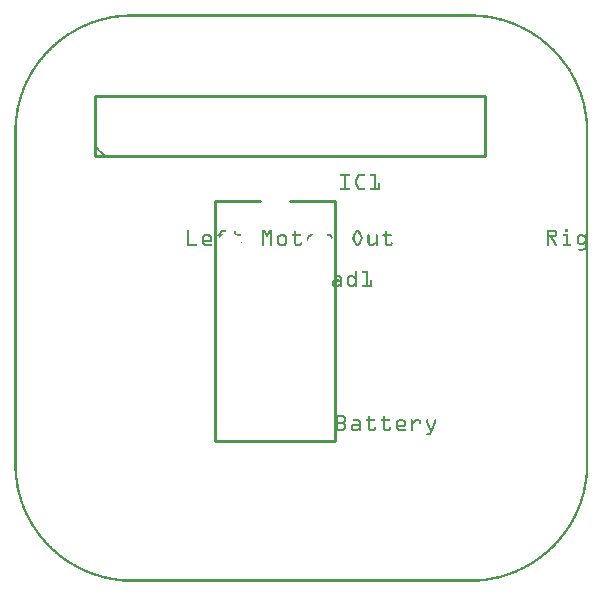
<source format=gto>
G04 MADE WITH FRITZING*
G04 WWW.FRITZING.ORG*
G04 DOUBLE SIDED*
G04 HOLES PLATED*
G04 CONTOUR ON CENTER OF CONTOUR VECTOR*
%ASAXBY*%
%FSLAX23Y23*%
%MOIN*%
%OFA0B0*%
%SFA1.0B1.0*%
%ADD10C,0.010000*%
%ADD11R,0.001000X0.001000*%
%LNSILK1*%
G90*
G70*
G54D10*
X267Y1420D02*
X1567Y1420D01*
D02*
X1567Y1420D02*
X1567Y1620D01*
D02*
X1567Y1620D02*
X267Y1620D01*
D02*
X267Y1620D02*
X267Y1420D01*
D02*
X667Y1270D02*
X667Y470D01*
D02*
X667Y470D02*
X1067Y470D01*
D02*
X1067Y470D02*
X1067Y1270D01*
D02*
X667Y1270D02*
X817Y1270D01*
D02*
X917Y1270D02*
X1067Y1270D01*
G54D11*
X375Y1893D02*
X1537Y1893D01*
X360Y1892D02*
X1552Y1892D01*
X350Y1891D02*
X1562Y1891D01*
X342Y1890D02*
X1570Y1890D01*
X335Y1889D02*
X1577Y1889D01*
X328Y1888D02*
X1584Y1888D01*
X323Y1887D02*
X1589Y1887D01*
X317Y1886D02*
X1595Y1886D01*
X313Y1885D02*
X374Y1885D01*
X1538Y1885D02*
X1599Y1885D01*
X308Y1884D02*
X359Y1884D01*
X1553Y1884D02*
X1604Y1884D01*
X304Y1883D02*
X349Y1883D01*
X1563Y1883D02*
X1608Y1883D01*
X299Y1882D02*
X341Y1882D01*
X1571Y1882D02*
X1613Y1882D01*
X295Y1881D02*
X334Y1881D01*
X1578Y1881D02*
X1617Y1881D01*
X292Y1880D02*
X328Y1880D01*
X1584Y1880D02*
X1620Y1880D01*
X288Y1879D02*
X322Y1879D01*
X1590Y1879D02*
X1624Y1879D01*
X284Y1878D02*
X317Y1878D01*
X1595Y1878D02*
X1628Y1878D01*
X281Y1877D02*
X312Y1877D01*
X1600Y1877D02*
X1631Y1877D01*
X278Y1876D02*
X307Y1876D01*
X1605Y1876D02*
X1634Y1876D01*
X275Y1875D02*
X303Y1875D01*
X1609Y1875D02*
X1637Y1875D01*
X272Y1874D02*
X299Y1874D01*
X1613Y1874D02*
X1640Y1874D01*
X269Y1873D02*
X295Y1873D01*
X1617Y1873D02*
X1643Y1873D01*
X266Y1872D02*
X291Y1872D01*
X1621Y1872D02*
X1646Y1872D01*
X263Y1871D02*
X287Y1871D01*
X1625Y1871D02*
X1649Y1871D01*
X260Y1870D02*
X284Y1870D01*
X1628Y1870D02*
X1652Y1870D01*
X257Y1869D02*
X281Y1869D01*
X1631Y1869D02*
X1655Y1869D01*
X254Y1868D02*
X277Y1868D01*
X1635Y1868D02*
X1658Y1868D01*
X252Y1867D02*
X274Y1867D01*
X1638Y1867D02*
X1660Y1867D01*
X249Y1866D02*
X271Y1866D01*
X1641Y1866D02*
X1663Y1866D01*
X247Y1865D02*
X268Y1865D01*
X1644Y1865D02*
X1665Y1865D01*
X244Y1864D02*
X265Y1864D01*
X1647Y1864D02*
X1668Y1864D01*
X242Y1863D02*
X262Y1863D01*
X1650Y1863D02*
X1670Y1863D01*
X239Y1862D02*
X260Y1862D01*
X1652Y1862D02*
X1673Y1862D01*
X237Y1861D02*
X257Y1861D01*
X1655Y1861D02*
X1675Y1861D01*
X235Y1860D02*
X254Y1860D01*
X1658Y1860D02*
X1677Y1860D01*
X233Y1859D02*
X252Y1859D01*
X1660Y1859D02*
X1679Y1859D01*
X230Y1858D02*
X249Y1858D01*
X1663Y1858D02*
X1682Y1858D01*
X228Y1857D02*
X247Y1857D01*
X1665Y1857D02*
X1684Y1857D01*
X226Y1856D02*
X244Y1856D01*
X1668Y1856D02*
X1686Y1856D01*
X224Y1855D02*
X242Y1855D01*
X1670Y1855D02*
X1688Y1855D01*
X222Y1854D02*
X240Y1854D01*
X1672Y1854D02*
X1690Y1854D01*
X220Y1853D02*
X237Y1853D01*
X1675Y1853D02*
X1692Y1853D01*
X218Y1852D02*
X235Y1852D01*
X1677Y1852D02*
X1694Y1852D01*
X216Y1851D02*
X233Y1851D01*
X1679Y1851D02*
X1696Y1851D01*
X214Y1850D02*
X231Y1850D01*
X1681Y1850D02*
X1698Y1850D01*
X212Y1849D02*
X228Y1849D01*
X1684Y1849D02*
X1700Y1849D01*
X210Y1848D02*
X226Y1848D01*
X1686Y1848D02*
X1702Y1848D01*
X208Y1847D02*
X224Y1847D01*
X1688Y1847D02*
X1704Y1847D01*
X206Y1846D02*
X222Y1846D01*
X1690Y1846D02*
X1706Y1846D01*
X204Y1845D02*
X220Y1845D01*
X1692Y1845D02*
X1708Y1845D01*
X202Y1844D02*
X218Y1844D01*
X1694Y1844D02*
X1710Y1844D01*
X201Y1843D02*
X216Y1843D01*
X1696Y1843D02*
X1711Y1843D01*
X199Y1842D02*
X214Y1842D01*
X1698Y1842D02*
X1713Y1842D01*
X197Y1841D02*
X212Y1841D01*
X1700Y1841D02*
X1715Y1841D01*
X195Y1840D02*
X210Y1840D01*
X1702Y1840D02*
X1717Y1840D01*
X194Y1839D02*
X209Y1839D01*
X1703Y1839D02*
X1718Y1839D01*
X192Y1838D02*
X207Y1838D01*
X1705Y1838D02*
X1720Y1838D01*
X190Y1837D02*
X205Y1837D01*
X1707Y1837D02*
X1722Y1837D01*
X188Y1836D02*
X203Y1836D01*
X1709Y1836D02*
X1724Y1836D01*
X187Y1835D02*
X201Y1835D01*
X1711Y1835D02*
X1725Y1835D01*
X185Y1834D02*
X200Y1834D01*
X1712Y1834D02*
X1727Y1834D01*
X184Y1833D02*
X198Y1833D01*
X1714Y1833D02*
X1728Y1833D01*
X182Y1832D02*
X196Y1832D01*
X1716Y1832D02*
X1730Y1832D01*
X181Y1831D02*
X194Y1831D01*
X1718Y1831D02*
X1731Y1831D01*
X179Y1830D02*
X193Y1830D01*
X1719Y1830D02*
X1733Y1830D01*
X177Y1829D02*
X191Y1829D01*
X1721Y1829D02*
X1735Y1829D01*
X176Y1828D02*
X190Y1828D01*
X1722Y1828D02*
X1736Y1828D01*
X174Y1827D02*
X188Y1827D01*
X1724Y1827D02*
X1738Y1827D01*
X173Y1826D02*
X186Y1826D01*
X1726Y1826D02*
X1739Y1826D01*
X171Y1825D02*
X185Y1825D01*
X1727Y1825D02*
X1741Y1825D01*
X170Y1824D02*
X183Y1824D01*
X1729Y1824D02*
X1742Y1824D01*
X169Y1823D02*
X182Y1823D01*
X1730Y1823D02*
X1743Y1823D01*
X167Y1822D02*
X180Y1822D01*
X1732Y1822D02*
X1745Y1822D01*
X166Y1821D02*
X179Y1821D01*
X1733Y1821D02*
X1746Y1821D01*
X164Y1820D02*
X177Y1820D01*
X1735Y1820D02*
X1748Y1820D01*
X163Y1819D02*
X176Y1819D01*
X1736Y1819D02*
X1749Y1819D01*
X161Y1818D02*
X174Y1818D01*
X1738Y1818D02*
X1751Y1818D01*
X160Y1817D02*
X173Y1817D01*
X1739Y1817D02*
X1752Y1817D01*
X159Y1816D02*
X171Y1816D01*
X1741Y1816D02*
X1753Y1816D01*
X157Y1815D02*
X170Y1815D01*
X1742Y1815D02*
X1755Y1815D01*
X156Y1814D02*
X169Y1814D01*
X1743Y1814D02*
X1756Y1814D01*
X155Y1813D02*
X167Y1813D01*
X1745Y1813D02*
X1757Y1813D01*
X153Y1812D02*
X166Y1812D01*
X1746Y1812D02*
X1759Y1812D01*
X152Y1811D02*
X164Y1811D01*
X1748Y1811D02*
X1760Y1811D01*
X151Y1810D02*
X163Y1810D01*
X1749Y1810D02*
X1761Y1810D01*
X150Y1809D02*
X161Y1809D01*
X1751Y1809D02*
X1762Y1809D01*
X148Y1808D02*
X160Y1808D01*
X1752Y1808D02*
X1764Y1808D01*
X147Y1807D02*
X159Y1807D01*
X1753Y1807D02*
X1765Y1807D01*
X146Y1806D02*
X158Y1806D01*
X1754Y1806D02*
X1766Y1806D01*
X144Y1805D02*
X156Y1805D01*
X1756Y1805D02*
X1768Y1805D01*
X143Y1804D02*
X155Y1804D01*
X1757Y1804D02*
X1769Y1804D01*
X142Y1803D02*
X154Y1803D01*
X1758Y1803D02*
X1770Y1803D01*
X141Y1802D02*
X152Y1802D01*
X1760Y1802D02*
X1771Y1802D01*
X140Y1801D02*
X151Y1801D01*
X1761Y1801D02*
X1772Y1801D01*
X138Y1800D02*
X150Y1800D01*
X1762Y1800D02*
X1774Y1800D01*
X137Y1799D02*
X149Y1799D01*
X1763Y1799D02*
X1775Y1799D01*
X136Y1798D02*
X147Y1798D01*
X1765Y1798D02*
X1776Y1798D01*
X135Y1797D02*
X146Y1797D01*
X1766Y1797D02*
X1777Y1797D01*
X134Y1796D02*
X145Y1796D01*
X1767Y1796D02*
X1778Y1796D01*
X133Y1795D02*
X144Y1795D01*
X1768Y1795D02*
X1779Y1795D01*
X131Y1794D02*
X143Y1794D01*
X1769Y1794D02*
X1781Y1794D01*
X130Y1793D02*
X142Y1793D01*
X1770Y1793D02*
X1782Y1793D01*
X129Y1792D02*
X140Y1792D01*
X1772Y1792D02*
X1783Y1792D01*
X128Y1791D02*
X139Y1791D01*
X1773Y1791D02*
X1784Y1791D01*
X127Y1790D02*
X138Y1790D01*
X1774Y1790D02*
X1785Y1790D01*
X126Y1789D02*
X137Y1789D01*
X1775Y1789D02*
X1786Y1789D01*
X125Y1788D02*
X136Y1788D01*
X1776Y1788D02*
X1787Y1788D01*
X124Y1787D02*
X135Y1787D01*
X1777Y1787D02*
X1788Y1787D01*
X123Y1786D02*
X133Y1786D01*
X1779Y1786D02*
X1789Y1786D01*
X122Y1785D02*
X132Y1785D01*
X1780Y1785D02*
X1790Y1785D01*
X121Y1784D02*
X131Y1784D01*
X1781Y1784D02*
X1791Y1784D01*
X120Y1783D02*
X130Y1783D01*
X1782Y1783D02*
X1792Y1783D01*
X119Y1782D02*
X129Y1782D01*
X1783Y1782D02*
X1793Y1782D01*
X117Y1781D02*
X128Y1781D01*
X1784Y1781D02*
X1795Y1781D01*
X116Y1780D02*
X127Y1780D01*
X1785Y1780D02*
X1796Y1780D01*
X115Y1779D02*
X126Y1779D01*
X1786Y1779D02*
X1797Y1779D01*
X114Y1778D02*
X125Y1778D01*
X1787Y1778D02*
X1798Y1778D01*
X113Y1777D02*
X124Y1777D01*
X1788Y1777D02*
X1799Y1777D01*
X112Y1776D02*
X123Y1776D01*
X1789Y1776D02*
X1800Y1776D01*
X111Y1775D02*
X122Y1775D01*
X1790Y1775D02*
X1801Y1775D01*
X111Y1774D02*
X121Y1774D01*
X1791Y1774D02*
X1801Y1774D01*
X110Y1773D02*
X120Y1773D01*
X1792Y1773D02*
X1802Y1773D01*
X109Y1772D02*
X119Y1772D01*
X1793Y1772D02*
X1803Y1772D01*
X108Y1771D02*
X118Y1771D01*
X1794Y1771D02*
X1804Y1771D01*
X107Y1770D02*
X117Y1770D01*
X1795Y1770D02*
X1805Y1770D01*
X106Y1769D02*
X116Y1769D01*
X1796Y1769D02*
X1806Y1769D01*
X105Y1768D02*
X115Y1768D01*
X1797Y1768D02*
X1807Y1768D01*
X104Y1767D02*
X114Y1767D01*
X1798Y1767D02*
X1808Y1767D01*
X103Y1766D02*
X113Y1766D01*
X1799Y1766D02*
X1809Y1766D01*
X102Y1765D02*
X112Y1765D01*
X1800Y1765D02*
X1810Y1765D01*
X101Y1764D02*
X111Y1764D01*
X1801Y1764D02*
X1811Y1764D01*
X100Y1763D02*
X110Y1763D01*
X1802Y1763D02*
X1812Y1763D01*
X99Y1762D02*
X109Y1762D01*
X1803Y1762D02*
X1813Y1762D01*
X98Y1761D02*
X108Y1761D01*
X1804Y1761D02*
X1814Y1761D01*
X98Y1760D02*
X107Y1760D01*
X1805Y1760D02*
X1814Y1760D01*
X97Y1759D02*
X106Y1759D01*
X1806Y1759D02*
X1815Y1759D01*
X96Y1758D02*
X105Y1758D01*
X1807Y1758D02*
X1816Y1758D01*
X95Y1757D02*
X105Y1757D01*
X1807Y1757D02*
X1817Y1757D01*
X94Y1756D02*
X104Y1756D01*
X1808Y1756D02*
X1818Y1756D01*
X93Y1755D02*
X103Y1755D01*
X1809Y1755D02*
X1819Y1755D01*
X92Y1754D02*
X102Y1754D01*
X1810Y1754D02*
X1820Y1754D01*
X91Y1753D02*
X101Y1753D01*
X1811Y1753D02*
X1821Y1753D01*
X91Y1752D02*
X100Y1752D01*
X1812Y1752D02*
X1821Y1752D01*
X90Y1751D02*
X99Y1751D01*
X1813Y1751D02*
X1822Y1751D01*
X89Y1750D02*
X98Y1750D01*
X1814Y1750D02*
X1823Y1750D01*
X88Y1749D02*
X98Y1749D01*
X1814Y1749D02*
X1824Y1749D01*
X87Y1748D02*
X97Y1748D01*
X1815Y1748D02*
X1825Y1748D01*
X87Y1747D02*
X96Y1747D01*
X1816Y1747D02*
X1825Y1747D01*
X86Y1746D02*
X95Y1746D01*
X1817Y1746D02*
X1826Y1746D01*
X85Y1745D02*
X94Y1745D01*
X1818Y1745D02*
X1827Y1745D01*
X84Y1744D02*
X93Y1744D01*
X1819Y1744D02*
X1828Y1744D01*
X83Y1743D02*
X93Y1743D01*
X1819Y1743D02*
X1829Y1743D01*
X83Y1742D02*
X92Y1742D01*
X1820Y1742D02*
X1829Y1742D01*
X82Y1741D02*
X91Y1741D01*
X1821Y1741D02*
X1830Y1741D01*
X81Y1740D02*
X90Y1740D01*
X1822Y1740D02*
X1831Y1740D01*
X80Y1739D02*
X89Y1739D01*
X1823Y1739D02*
X1832Y1739D01*
X79Y1738D02*
X89Y1738D01*
X1823Y1738D02*
X1833Y1738D01*
X79Y1737D02*
X88Y1737D01*
X1824Y1737D02*
X1833Y1737D01*
X78Y1736D02*
X87Y1736D01*
X1825Y1736D02*
X1834Y1736D01*
X77Y1735D02*
X86Y1735D01*
X1826Y1735D02*
X1835Y1735D01*
X76Y1734D02*
X85Y1734D01*
X1827Y1734D02*
X1836Y1734D01*
X76Y1733D02*
X85Y1733D01*
X1827Y1733D02*
X1836Y1733D01*
X75Y1732D02*
X84Y1732D01*
X1828Y1732D02*
X1837Y1732D01*
X74Y1731D02*
X83Y1731D01*
X1829Y1731D02*
X1838Y1731D01*
X74Y1730D02*
X82Y1730D01*
X1830Y1730D02*
X1838Y1730D01*
X73Y1729D02*
X82Y1729D01*
X1830Y1729D02*
X1839Y1729D01*
X72Y1728D02*
X81Y1728D01*
X1831Y1728D02*
X1840Y1728D01*
X71Y1727D02*
X80Y1727D01*
X1832Y1727D02*
X1841Y1727D01*
X71Y1726D02*
X79Y1726D01*
X1833Y1726D02*
X1841Y1726D01*
X70Y1725D02*
X79Y1725D01*
X1833Y1725D02*
X1842Y1725D01*
X69Y1724D02*
X78Y1724D01*
X1834Y1724D02*
X1843Y1724D01*
X69Y1723D02*
X77Y1723D01*
X1835Y1723D02*
X1843Y1723D01*
X68Y1722D02*
X77Y1722D01*
X1835Y1722D02*
X1844Y1722D01*
X67Y1721D02*
X76Y1721D01*
X1836Y1721D02*
X1845Y1721D01*
X66Y1720D02*
X75Y1720D01*
X1837Y1720D02*
X1846Y1720D01*
X66Y1719D02*
X74Y1719D01*
X1838Y1719D02*
X1846Y1719D01*
X65Y1718D02*
X74Y1718D01*
X1838Y1718D02*
X1847Y1718D01*
X65Y1717D02*
X73Y1717D01*
X1839Y1717D02*
X1847Y1717D01*
X64Y1716D02*
X72Y1716D01*
X1840Y1716D02*
X1848Y1716D01*
X63Y1715D02*
X72Y1715D01*
X1840Y1715D02*
X1849Y1715D01*
X63Y1714D02*
X71Y1714D01*
X1841Y1714D02*
X1849Y1714D01*
X62Y1713D02*
X70Y1713D01*
X1842Y1713D02*
X1850Y1713D01*
X61Y1712D02*
X70Y1712D01*
X1842Y1712D02*
X1851Y1712D01*
X61Y1711D02*
X69Y1711D01*
X1843Y1711D02*
X1851Y1711D01*
X60Y1710D02*
X68Y1710D01*
X1844Y1710D02*
X1852Y1710D01*
X59Y1709D02*
X68Y1709D01*
X1844Y1709D02*
X1853Y1709D01*
X59Y1708D02*
X67Y1708D01*
X1845Y1708D02*
X1853Y1708D01*
X58Y1707D02*
X66Y1707D01*
X1846Y1707D02*
X1854Y1707D01*
X57Y1706D02*
X66Y1706D01*
X1846Y1706D02*
X1855Y1706D01*
X57Y1705D02*
X65Y1705D01*
X1847Y1705D02*
X1855Y1705D01*
X56Y1704D02*
X65Y1704D01*
X1847Y1704D02*
X1856Y1704D01*
X56Y1703D02*
X64Y1703D01*
X1848Y1703D02*
X1856Y1703D01*
X55Y1702D02*
X63Y1702D01*
X1849Y1702D02*
X1857Y1702D01*
X55Y1701D02*
X63Y1701D01*
X1849Y1701D02*
X1857Y1701D01*
X54Y1700D02*
X62Y1700D01*
X1850Y1700D02*
X1858Y1700D01*
X53Y1699D02*
X61Y1699D01*
X1851Y1699D02*
X1859Y1699D01*
X53Y1698D02*
X61Y1698D01*
X1851Y1698D02*
X1859Y1698D01*
X52Y1697D02*
X60Y1697D01*
X1852Y1697D02*
X1860Y1697D01*
X52Y1696D02*
X60Y1696D01*
X1852Y1696D02*
X1860Y1696D01*
X51Y1695D02*
X59Y1695D01*
X1853Y1695D02*
X1861Y1695D01*
X50Y1694D02*
X59Y1694D01*
X1853Y1694D02*
X1862Y1694D01*
X50Y1693D02*
X58Y1693D01*
X1854Y1693D02*
X1862Y1693D01*
X49Y1692D02*
X57Y1692D01*
X1855Y1692D02*
X1863Y1692D01*
X49Y1691D02*
X57Y1691D01*
X1855Y1691D02*
X1863Y1691D01*
X48Y1690D02*
X56Y1690D01*
X1856Y1690D02*
X1864Y1690D01*
X48Y1689D02*
X56Y1689D01*
X1856Y1689D02*
X1864Y1689D01*
X47Y1688D02*
X55Y1688D01*
X1857Y1688D02*
X1865Y1688D01*
X47Y1687D02*
X54Y1687D01*
X1858Y1687D02*
X1865Y1687D01*
X46Y1686D02*
X54Y1686D01*
X1858Y1686D02*
X1866Y1686D01*
X45Y1685D02*
X53Y1685D01*
X1859Y1685D02*
X1867Y1685D01*
X45Y1684D02*
X53Y1684D01*
X1859Y1684D02*
X1867Y1684D01*
X44Y1683D02*
X52Y1683D01*
X1860Y1683D02*
X1868Y1683D01*
X44Y1682D02*
X52Y1682D01*
X1860Y1682D02*
X1868Y1682D01*
X43Y1681D02*
X51Y1681D01*
X1861Y1681D02*
X1869Y1681D01*
X43Y1680D02*
X51Y1680D01*
X1861Y1680D02*
X1869Y1680D01*
X42Y1679D02*
X50Y1679D01*
X1862Y1679D02*
X1870Y1679D01*
X42Y1678D02*
X50Y1678D01*
X1862Y1678D02*
X1870Y1678D01*
X41Y1677D02*
X49Y1677D01*
X1863Y1677D02*
X1871Y1677D01*
X41Y1676D02*
X49Y1676D01*
X1863Y1676D02*
X1871Y1676D01*
X40Y1675D02*
X48Y1675D01*
X1864Y1675D02*
X1872Y1675D01*
X40Y1674D02*
X48Y1674D01*
X1864Y1674D02*
X1872Y1674D01*
X39Y1673D02*
X47Y1673D01*
X1865Y1673D02*
X1873Y1673D01*
X39Y1672D02*
X47Y1672D01*
X1865Y1672D02*
X1873Y1672D01*
X38Y1671D02*
X46Y1671D01*
X1866Y1671D02*
X1874Y1671D01*
X38Y1670D02*
X46Y1670D01*
X1866Y1670D02*
X1874Y1670D01*
X37Y1669D02*
X45Y1669D01*
X1867Y1669D02*
X1875Y1669D01*
X37Y1668D02*
X45Y1668D01*
X1867Y1668D02*
X1875Y1668D01*
X36Y1667D02*
X44Y1667D01*
X1868Y1667D02*
X1876Y1667D01*
X36Y1666D02*
X44Y1666D01*
X1868Y1666D02*
X1876Y1666D01*
X36Y1665D02*
X43Y1665D01*
X1869Y1665D02*
X1876Y1665D01*
X35Y1664D02*
X43Y1664D01*
X1869Y1664D02*
X1877Y1664D01*
X35Y1663D02*
X42Y1663D01*
X1870Y1663D02*
X1877Y1663D01*
X34Y1662D02*
X42Y1662D01*
X1870Y1662D02*
X1878Y1662D01*
X34Y1661D02*
X41Y1661D01*
X1871Y1661D02*
X1878Y1661D01*
X33Y1660D02*
X41Y1660D01*
X1871Y1660D02*
X1879Y1660D01*
X33Y1659D02*
X40Y1659D01*
X1872Y1659D02*
X1879Y1659D01*
X32Y1658D02*
X40Y1658D01*
X1872Y1658D02*
X1880Y1658D01*
X32Y1657D02*
X40Y1657D01*
X1872Y1657D02*
X1880Y1657D01*
X31Y1656D02*
X39Y1656D01*
X1873Y1656D02*
X1881Y1656D01*
X31Y1655D02*
X39Y1655D01*
X1873Y1655D02*
X1881Y1655D01*
X31Y1654D02*
X38Y1654D01*
X1874Y1654D02*
X1881Y1654D01*
X30Y1653D02*
X38Y1653D01*
X1874Y1653D02*
X1882Y1653D01*
X30Y1652D02*
X37Y1652D01*
X1875Y1652D02*
X1882Y1652D01*
X29Y1651D02*
X37Y1651D01*
X1875Y1651D02*
X1883Y1651D01*
X29Y1650D02*
X36Y1650D01*
X1876Y1650D02*
X1883Y1650D01*
X29Y1649D02*
X36Y1649D01*
X1876Y1649D02*
X1883Y1649D01*
X28Y1648D02*
X36Y1648D01*
X1876Y1648D02*
X1884Y1648D01*
X28Y1647D02*
X35Y1647D01*
X1877Y1647D02*
X1884Y1647D01*
X27Y1646D02*
X35Y1646D01*
X1877Y1646D02*
X1885Y1646D01*
X27Y1645D02*
X34Y1645D01*
X1878Y1645D02*
X1885Y1645D01*
X27Y1644D02*
X34Y1644D01*
X1878Y1644D02*
X1885Y1644D01*
X26Y1643D02*
X34Y1643D01*
X1878Y1643D02*
X1886Y1643D01*
X26Y1642D02*
X33Y1642D01*
X1879Y1642D02*
X1886Y1642D01*
X25Y1641D02*
X33Y1641D01*
X1879Y1641D02*
X1887Y1641D01*
X25Y1640D02*
X32Y1640D01*
X1880Y1640D02*
X1887Y1640D01*
X25Y1639D02*
X32Y1639D01*
X1880Y1639D02*
X1887Y1639D01*
X24Y1638D02*
X32Y1638D01*
X1880Y1638D02*
X1888Y1638D01*
X24Y1637D02*
X31Y1637D01*
X1881Y1637D02*
X1888Y1637D01*
X24Y1636D02*
X31Y1636D01*
X1881Y1636D02*
X1888Y1636D01*
X23Y1635D02*
X30Y1635D01*
X1882Y1635D02*
X1889Y1635D01*
X23Y1634D02*
X30Y1634D01*
X1882Y1634D02*
X1889Y1634D01*
X22Y1633D02*
X30Y1633D01*
X1882Y1633D02*
X1890Y1633D01*
X22Y1632D02*
X29Y1632D01*
X1883Y1632D02*
X1890Y1632D01*
X22Y1631D02*
X29Y1631D01*
X1883Y1631D02*
X1890Y1631D01*
X21Y1630D02*
X29Y1630D01*
X1883Y1630D02*
X1891Y1630D01*
X21Y1629D02*
X28Y1629D01*
X1884Y1629D02*
X1891Y1629D01*
X21Y1628D02*
X28Y1628D01*
X1884Y1628D02*
X1891Y1628D01*
X20Y1627D02*
X28Y1627D01*
X1884Y1627D02*
X1892Y1627D01*
X20Y1626D02*
X27Y1626D01*
X1885Y1626D02*
X1892Y1626D01*
X20Y1625D02*
X27Y1625D01*
X1885Y1625D02*
X1892Y1625D01*
X19Y1624D02*
X27Y1624D01*
X1885Y1624D02*
X1893Y1624D01*
X19Y1623D02*
X26Y1623D01*
X1886Y1623D02*
X1893Y1623D01*
X19Y1622D02*
X26Y1622D01*
X1886Y1622D02*
X1893Y1622D01*
X18Y1621D02*
X26Y1621D01*
X1886Y1621D02*
X1894Y1621D01*
X18Y1620D02*
X25Y1620D01*
X1887Y1620D02*
X1894Y1620D01*
X18Y1619D02*
X25Y1619D01*
X1887Y1619D02*
X1894Y1619D01*
X17Y1618D02*
X25Y1618D01*
X1887Y1618D02*
X1895Y1618D01*
X17Y1617D02*
X24Y1617D01*
X1888Y1617D02*
X1895Y1617D01*
X17Y1616D02*
X24Y1616D01*
X1888Y1616D02*
X1895Y1616D01*
X17Y1615D02*
X24Y1615D01*
X1888Y1615D02*
X1895Y1615D01*
X16Y1614D02*
X23Y1614D01*
X1889Y1614D02*
X1896Y1614D01*
X16Y1613D02*
X23Y1613D01*
X1889Y1613D02*
X1896Y1613D01*
X16Y1612D02*
X23Y1612D01*
X1889Y1612D02*
X1896Y1612D01*
X15Y1611D02*
X23Y1611D01*
X1889Y1611D02*
X1897Y1611D01*
X15Y1610D02*
X22Y1610D01*
X1890Y1610D02*
X1897Y1610D01*
X15Y1609D02*
X22Y1609D01*
X1890Y1609D02*
X1897Y1609D01*
X14Y1608D02*
X22Y1608D01*
X1890Y1608D02*
X1898Y1608D01*
X14Y1607D02*
X21Y1607D01*
X1891Y1607D02*
X1898Y1607D01*
X14Y1606D02*
X21Y1606D01*
X1891Y1606D02*
X1898Y1606D01*
X14Y1605D02*
X21Y1605D01*
X1891Y1605D02*
X1898Y1605D01*
X13Y1604D02*
X21Y1604D01*
X1891Y1604D02*
X1899Y1604D01*
X13Y1603D02*
X20Y1603D01*
X1892Y1603D02*
X1899Y1603D01*
X13Y1602D02*
X20Y1602D01*
X1892Y1602D02*
X1899Y1602D01*
X13Y1601D02*
X20Y1601D01*
X1892Y1601D02*
X1899Y1601D01*
X12Y1600D02*
X19Y1600D01*
X1893Y1600D02*
X1900Y1600D01*
X12Y1599D02*
X19Y1599D01*
X1893Y1599D02*
X1900Y1599D01*
X12Y1598D02*
X19Y1598D01*
X1893Y1598D02*
X1900Y1598D01*
X12Y1597D02*
X19Y1597D01*
X1893Y1597D02*
X1900Y1597D01*
X11Y1596D02*
X18Y1596D01*
X1894Y1596D02*
X1901Y1596D01*
X11Y1595D02*
X18Y1595D01*
X1894Y1595D02*
X1901Y1595D01*
X11Y1594D02*
X18Y1594D01*
X1894Y1594D02*
X1901Y1594D01*
X11Y1593D02*
X18Y1593D01*
X1894Y1593D02*
X1901Y1593D01*
X10Y1592D02*
X17Y1592D01*
X1895Y1592D02*
X1902Y1592D01*
X10Y1591D02*
X17Y1591D01*
X1895Y1591D02*
X1902Y1591D01*
X10Y1590D02*
X17Y1590D01*
X1895Y1590D02*
X1902Y1590D01*
X10Y1589D02*
X17Y1589D01*
X1895Y1589D02*
X1902Y1589D01*
X9Y1588D02*
X16Y1588D01*
X1896Y1588D02*
X1903Y1588D01*
X9Y1587D02*
X16Y1587D01*
X1896Y1587D02*
X1903Y1587D01*
X9Y1586D02*
X16Y1586D01*
X1896Y1586D02*
X1903Y1586D01*
X9Y1585D02*
X16Y1585D01*
X1896Y1585D02*
X1903Y1585D01*
X9Y1584D02*
X16Y1584D01*
X1896Y1584D02*
X1903Y1584D01*
X8Y1583D02*
X15Y1583D01*
X1897Y1583D02*
X1904Y1583D01*
X8Y1582D02*
X15Y1582D01*
X1897Y1582D02*
X1904Y1582D01*
X8Y1581D02*
X15Y1581D01*
X1897Y1581D02*
X1904Y1581D01*
X8Y1580D02*
X15Y1580D01*
X1897Y1580D02*
X1904Y1580D01*
X7Y1579D02*
X15Y1579D01*
X1897Y1579D02*
X1905Y1579D01*
X7Y1578D02*
X14Y1578D01*
X1898Y1578D02*
X1905Y1578D01*
X7Y1577D02*
X14Y1577D01*
X1898Y1577D02*
X1905Y1577D01*
X7Y1576D02*
X14Y1576D01*
X1898Y1576D02*
X1905Y1576D01*
X7Y1575D02*
X14Y1575D01*
X1898Y1575D02*
X1905Y1575D01*
X7Y1574D02*
X14Y1574D01*
X1898Y1574D02*
X1905Y1574D01*
X6Y1573D02*
X13Y1573D01*
X1899Y1573D02*
X1906Y1573D01*
X6Y1572D02*
X13Y1572D01*
X1899Y1572D02*
X1906Y1572D01*
X6Y1571D02*
X13Y1571D01*
X1899Y1571D02*
X1906Y1571D01*
X6Y1570D02*
X13Y1570D01*
X1899Y1570D02*
X1906Y1570D01*
X6Y1569D02*
X13Y1569D01*
X1899Y1569D02*
X1906Y1569D01*
X5Y1568D02*
X13Y1568D01*
X1899Y1568D02*
X1907Y1568D01*
X5Y1567D02*
X12Y1567D01*
X1900Y1567D02*
X1907Y1567D01*
X5Y1566D02*
X12Y1566D01*
X1900Y1566D02*
X1907Y1566D01*
X5Y1565D02*
X12Y1565D01*
X1900Y1565D02*
X1907Y1565D01*
X5Y1564D02*
X12Y1564D01*
X1900Y1564D02*
X1907Y1564D01*
X5Y1563D02*
X12Y1563D01*
X1900Y1563D02*
X1907Y1563D01*
X4Y1562D02*
X12Y1562D01*
X1900Y1562D02*
X1908Y1562D01*
X4Y1561D02*
X11Y1561D01*
X1901Y1561D02*
X1908Y1561D01*
X4Y1560D02*
X11Y1560D01*
X1901Y1560D02*
X1908Y1560D01*
X4Y1559D02*
X11Y1559D01*
X1901Y1559D02*
X1908Y1559D01*
X4Y1558D02*
X11Y1558D01*
X1901Y1558D02*
X1908Y1558D01*
X4Y1557D02*
X11Y1557D01*
X1901Y1557D02*
X1908Y1557D01*
X4Y1556D02*
X11Y1556D01*
X1901Y1556D02*
X1908Y1556D01*
X3Y1555D02*
X11Y1555D01*
X1901Y1555D02*
X1909Y1555D01*
X3Y1554D02*
X10Y1554D01*
X1902Y1554D02*
X1909Y1554D01*
X3Y1553D02*
X10Y1553D01*
X1902Y1553D02*
X1909Y1553D01*
X3Y1552D02*
X10Y1552D01*
X1902Y1552D02*
X1909Y1552D01*
X3Y1551D02*
X10Y1551D01*
X1902Y1551D02*
X1909Y1551D01*
X3Y1550D02*
X10Y1550D01*
X1902Y1550D02*
X1909Y1550D01*
X3Y1549D02*
X10Y1549D01*
X1902Y1549D02*
X1909Y1549D01*
X3Y1548D02*
X10Y1548D01*
X1902Y1548D02*
X1909Y1548D01*
X2Y1547D02*
X10Y1547D01*
X1902Y1547D02*
X1910Y1547D01*
X2Y1546D02*
X9Y1546D01*
X1903Y1546D02*
X1910Y1546D01*
X2Y1545D02*
X9Y1545D01*
X1903Y1545D02*
X1910Y1545D01*
X2Y1544D02*
X9Y1544D01*
X1903Y1544D02*
X1910Y1544D01*
X2Y1543D02*
X9Y1543D01*
X1903Y1543D02*
X1910Y1543D01*
X2Y1542D02*
X9Y1542D01*
X1903Y1542D02*
X1910Y1542D01*
X2Y1541D02*
X9Y1541D01*
X1903Y1541D02*
X1910Y1541D01*
X2Y1540D02*
X9Y1540D01*
X1903Y1540D02*
X1910Y1540D01*
X2Y1539D02*
X9Y1539D01*
X1903Y1539D02*
X1910Y1539D01*
X2Y1538D02*
X9Y1538D01*
X1903Y1538D02*
X1910Y1538D01*
X1Y1537D02*
X9Y1537D01*
X1903Y1537D02*
X1911Y1537D01*
X1Y1536D02*
X8Y1536D01*
X1904Y1536D02*
X1911Y1536D01*
X1Y1535D02*
X8Y1535D01*
X1904Y1535D02*
X1911Y1535D01*
X1Y1534D02*
X8Y1534D01*
X1904Y1534D02*
X1911Y1534D01*
X1Y1533D02*
X8Y1533D01*
X1904Y1533D02*
X1911Y1533D01*
X1Y1532D02*
X8Y1532D01*
X1904Y1532D02*
X1911Y1532D01*
X1Y1531D02*
X8Y1531D01*
X1904Y1531D02*
X1911Y1531D01*
X1Y1530D02*
X8Y1530D01*
X1904Y1530D02*
X1911Y1530D01*
X1Y1529D02*
X8Y1529D01*
X1904Y1529D02*
X1911Y1529D01*
X1Y1528D02*
X8Y1528D01*
X1904Y1528D02*
X1911Y1528D01*
X1Y1527D02*
X8Y1527D01*
X1904Y1527D02*
X1911Y1527D01*
X1Y1526D02*
X8Y1526D01*
X1904Y1526D02*
X1911Y1526D01*
X1Y1525D02*
X8Y1525D01*
X1904Y1525D02*
X1911Y1525D01*
X1Y1524D02*
X8Y1524D01*
X1904Y1524D02*
X1911Y1524D01*
X0Y1523D02*
X8Y1523D01*
X1904Y1523D02*
X1912Y1523D01*
X0Y1522D02*
X7Y1522D01*
X1905Y1522D02*
X1912Y1522D01*
X0Y1521D02*
X7Y1521D01*
X1905Y1521D02*
X1912Y1521D01*
X0Y1520D02*
X7Y1520D01*
X1905Y1520D02*
X1912Y1520D01*
X0Y1519D02*
X7Y1519D01*
X1905Y1519D02*
X1912Y1519D01*
X0Y1518D02*
X7Y1518D01*
X1905Y1518D02*
X1912Y1518D01*
X0Y1517D02*
X7Y1517D01*
X1905Y1517D02*
X1912Y1517D01*
X0Y1516D02*
X7Y1516D01*
X1905Y1516D02*
X1912Y1516D01*
X0Y1515D02*
X7Y1515D01*
X1905Y1515D02*
X1912Y1515D01*
X0Y1514D02*
X7Y1514D01*
X1905Y1514D02*
X1912Y1514D01*
X0Y1513D02*
X7Y1513D01*
X1905Y1513D02*
X1912Y1513D01*
X0Y1512D02*
X7Y1512D01*
X1905Y1512D02*
X1912Y1512D01*
X0Y1511D02*
X7Y1511D01*
X1905Y1511D02*
X1912Y1511D01*
X0Y1510D02*
X7Y1510D01*
X1905Y1510D02*
X1912Y1510D01*
X0Y1509D02*
X7Y1509D01*
X1905Y1509D02*
X1912Y1509D01*
X0Y1508D02*
X7Y1508D01*
X1905Y1508D02*
X1912Y1508D01*
X0Y1507D02*
X7Y1507D01*
X1905Y1507D02*
X1912Y1507D01*
X0Y1506D02*
X7Y1506D01*
X1905Y1506D02*
X1912Y1506D01*
X0Y1505D02*
X7Y1505D01*
X1905Y1505D02*
X1912Y1505D01*
X0Y1504D02*
X7Y1504D01*
X1905Y1504D02*
X1912Y1504D01*
X0Y1503D02*
X7Y1503D01*
X1905Y1503D02*
X1912Y1503D01*
X0Y1502D02*
X7Y1502D01*
X1905Y1502D02*
X1912Y1502D01*
X0Y1501D02*
X7Y1501D01*
X1905Y1501D02*
X1912Y1501D01*
X0Y1500D02*
X7Y1500D01*
X1905Y1500D02*
X1912Y1500D01*
X0Y1499D02*
X7Y1499D01*
X1905Y1499D02*
X1912Y1499D01*
X0Y1498D02*
X7Y1498D01*
X1905Y1498D02*
X1912Y1498D01*
X0Y1497D02*
X7Y1497D01*
X1905Y1497D02*
X1912Y1497D01*
X0Y1496D02*
X7Y1496D01*
X1905Y1496D02*
X1912Y1496D01*
X0Y1495D02*
X7Y1495D01*
X1905Y1495D02*
X1912Y1495D01*
X0Y1494D02*
X7Y1494D01*
X1905Y1494D02*
X1912Y1494D01*
X0Y1493D02*
X7Y1493D01*
X1905Y1493D02*
X1912Y1493D01*
X0Y1492D02*
X7Y1492D01*
X1905Y1492D02*
X1912Y1492D01*
X0Y1491D02*
X7Y1491D01*
X1905Y1491D02*
X1912Y1491D01*
X0Y1490D02*
X7Y1490D01*
X1905Y1490D02*
X1912Y1490D01*
X0Y1489D02*
X7Y1489D01*
X1905Y1489D02*
X1912Y1489D01*
X0Y1488D02*
X7Y1488D01*
X1905Y1488D02*
X1912Y1488D01*
X0Y1487D02*
X7Y1487D01*
X1905Y1487D02*
X1912Y1487D01*
X0Y1486D02*
X7Y1486D01*
X1905Y1486D02*
X1912Y1486D01*
X0Y1485D02*
X7Y1485D01*
X1905Y1485D02*
X1912Y1485D01*
X0Y1484D02*
X7Y1484D01*
X1905Y1484D02*
X1912Y1484D01*
X0Y1483D02*
X7Y1483D01*
X1905Y1483D02*
X1912Y1483D01*
X0Y1482D02*
X7Y1482D01*
X1905Y1482D02*
X1912Y1482D01*
X0Y1481D02*
X7Y1481D01*
X1905Y1481D02*
X1912Y1481D01*
X0Y1480D02*
X7Y1480D01*
X1905Y1480D02*
X1912Y1480D01*
X0Y1479D02*
X7Y1479D01*
X1905Y1479D02*
X1912Y1479D01*
X0Y1478D02*
X7Y1478D01*
X1905Y1478D02*
X1912Y1478D01*
X0Y1477D02*
X7Y1477D01*
X1905Y1477D02*
X1912Y1477D01*
X0Y1476D02*
X7Y1476D01*
X1905Y1476D02*
X1912Y1476D01*
X0Y1475D02*
X7Y1475D01*
X1905Y1475D02*
X1912Y1475D01*
X0Y1474D02*
X7Y1474D01*
X1905Y1474D02*
X1912Y1474D01*
X0Y1473D02*
X7Y1473D01*
X1905Y1473D02*
X1912Y1473D01*
X0Y1472D02*
X7Y1472D01*
X1905Y1472D02*
X1912Y1472D01*
X0Y1471D02*
X7Y1471D01*
X1905Y1471D02*
X1912Y1471D01*
X0Y1470D02*
X7Y1470D01*
X1905Y1470D02*
X1912Y1470D01*
X0Y1469D02*
X7Y1469D01*
X1905Y1469D02*
X1912Y1469D01*
X0Y1468D02*
X7Y1468D01*
X1905Y1468D02*
X1912Y1468D01*
X0Y1467D02*
X7Y1467D01*
X1905Y1467D02*
X1912Y1467D01*
X0Y1466D02*
X7Y1466D01*
X1905Y1466D02*
X1912Y1466D01*
X0Y1465D02*
X7Y1465D01*
X1905Y1465D02*
X1912Y1465D01*
X0Y1464D02*
X7Y1464D01*
X1905Y1464D02*
X1912Y1464D01*
X0Y1463D02*
X7Y1463D01*
X1905Y1463D02*
X1912Y1463D01*
X0Y1462D02*
X7Y1462D01*
X1905Y1462D02*
X1912Y1462D01*
X0Y1461D02*
X7Y1461D01*
X1905Y1461D02*
X1912Y1461D01*
X0Y1460D02*
X7Y1460D01*
X1905Y1460D02*
X1912Y1460D01*
X0Y1459D02*
X7Y1459D01*
X1905Y1459D02*
X1912Y1459D01*
X0Y1458D02*
X7Y1458D01*
X1905Y1458D02*
X1912Y1458D01*
X0Y1457D02*
X7Y1457D01*
X267Y1457D02*
X269Y1457D01*
X1905Y1457D02*
X1912Y1457D01*
X0Y1456D02*
X7Y1456D01*
X266Y1456D02*
X270Y1456D01*
X1905Y1456D02*
X1912Y1456D01*
X0Y1455D02*
X7Y1455D01*
X265Y1455D02*
X271Y1455D01*
X1905Y1455D02*
X1912Y1455D01*
X0Y1454D02*
X7Y1454D01*
X265Y1454D02*
X272Y1454D01*
X1905Y1454D02*
X1912Y1454D01*
X0Y1453D02*
X7Y1453D01*
X266Y1453D02*
X273Y1453D01*
X1905Y1453D02*
X1912Y1453D01*
X0Y1452D02*
X7Y1452D01*
X267Y1452D02*
X274Y1452D01*
X1905Y1452D02*
X1912Y1452D01*
X0Y1451D02*
X7Y1451D01*
X268Y1451D02*
X275Y1451D01*
X1905Y1451D02*
X1912Y1451D01*
X0Y1450D02*
X7Y1450D01*
X269Y1450D02*
X276Y1450D01*
X1905Y1450D02*
X1912Y1450D01*
X0Y1449D02*
X7Y1449D01*
X270Y1449D02*
X277Y1449D01*
X1905Y1449D02*
X1912Y1449D01*
X0Y1448D02*
X7Y1448D01*
X271Y1448D02*
X278Y1448D01*
X1905Y1448D02*
X1912Y1448D01*
X0Y1447D02*
X7Y1447D01*
X272Y1447D02*
X279Y1447D01*
X1905Y1447D02*
X1912Y1447D01*
X0Y1446D02*
X7Y1446D01*
X273Y1446D02*
X280Y1446D01*
X1905Y1446D02*
X1912Y1446D01*
X0Y1445D02*
X7Y1445D01*
X274Y1445D02*
X281Y1445D01*
X1905Y1445D02*
X1912Y1445D01*
X0Y1444D02*
X7Y1444D01*
X275Y1444D02*
X281Y1444D01*
X1905Y1444D02*
X1912Y1444D01*
X0Y1443D02*
X7Y1443D01*
X276Y1443D02*
X282Y1443D01*
X1905Y1443D02*
X1912Y1443D01*
X0Y1442D02*
X7Y1442D01*
X277Y1442D02*
X283Y1442D01*
X1905Y1442D02*
X1912Y1442D01*
X0Y1441D02*
X7Y1441D01*
X278Y1441D02*
X284Y1441D01*
X1905Y1441D02*
X1912Y1441D01*
X0Y1440D02*
X7Y1440D01*
X279Y1440D02*
X285Y1440D01*
X1905Y1440D02*
X1912Y1440D01*
X0Y1439D02*
X7Y1439D01*
X280Y1439D02*
X286Y1439D01*
X1905Y1439D02*
X1912Y1439D01*
X0Y1438D02*
X7Y1438D01*
X281Y1438D02*
X287Y1438D01*
X1905Y1438D02*
X1912Y1438D01*
X0Y1437D02*
X7Y1437D01*
X282Y1437D02*
X288Y1437D01*
X1905Y1437D02*
X1912Y1437D01*
X0Y1436D02*
X7Y1436D01*
X283Y1436D02*
X290Y1436D01*
X1905Y1436D02*
X1912Y1436D01*
X0Y1435D02*
X7Y1435D01*
X284Y1435D02*
X291Y1435D01*
X1905Y1435D02*
X1912Y1435D01*
X0Y1434D02*
X7Y1434D01*
X285Y1434D02*
X292Y1434D01*
X1905Y1434D02*
X1912Y1434D01*
X0Y1433D02*
X7Y1433D01*
X286Y1433D02*
X293Y1433D01*
X1905Y1433D02*
X1912Y1433D01*
X0Y1432D02*
X7Y1432D01*
X287Y1432D02*
X294Y1432D01*
X1905Y1432D02*
X1912Y1432D01*
X0Y1431D02*
X7Y1431D01*
X288Y1431D02*
X295Y1431D01*
X1905Y1431D02*
X1912Y1431D01*
X0Y1430D02*
X7Y1430D01*
X289Y1430D02*
X296Y1430D01*
X1905Y1430D02*
X1912Y1430D01*
X0Y1429D02*
X7Y1429D01*
X290Y1429D02*
X297Y1429D01*
X1905Y1429D02*
X1912Y1429D01*
X0Y1428D02*
X7Y1428D01*
X291Y1428D02*
X298Y1428D01*
X1905Y1428D02*
X1912Y1428D01*
X0Y1427D02*
X7Y1427D01*
X292Y1427D02*
X299Y1427D01*
X1905Y1427D02*
X1912Y1427D01*
X0Y1426D02*
X7Y1426D01*
X293Y1426D02*
X300Y1426D01*
X1905Y1426D02*
X1912Y1426D01*
X0Y1425D02*
X7Y1425D01*
X294Y1425D02*
X301Y1425D01*
X1905Y1425D02*
X1912Y1425D01*
X0Y1424D02*
X7Y1424D01*
X295Y1424D02*
X302Y1424D01*
X1905Y1424D02*
X1912Y1424D01*
X0Y1423D02*
X7Y1423D01*
X296Y1423D02*
X302Y1423D01*
X1905Y1423D02*
X1912Y1423D01*
X0Y1422D02*
X7Y1422D01*
X297Y1422D02*
X301Y1422D01*
X1905Y1422D02*
X1912Y1422D01*
X0Y1421D02*
X7Y1421D01*
X298Y1421D02*
X300Y1421D01*
X1905Y1421D02*
X1912Y1421D01*
X0Y1420D02*
X7Y1420D01*
X1905Y1420D02*
X1912Y1420D01*
X0Y1419D02*
X7Y1419D01*
X1905Y1419D02*
X1912Y1419D01*
X0Y1418D02*
X7Y1418D01*
X1905Y1418D02*
X1912Y1418D01*
X0Y1417D02*
X7Y1417D01*
X1905Y1417D02*
X1912Y1417D01*
X0Y1416D02*
X7Y1416D01*
X1905Y1416D02*
X1912Y1416D01*
X0Y1415D02*
X7Y1415D01*
X1905Y1415D02*
X1912Y1415D01*
X0Y1414D02*
X7Y1414D01*
X1905Y1414D02*
X1912Y1414D01*
X0Y1413D02*
X7Y1413D01*
X1905Y1413D02*
X1912Y1413D01*
X0Y1412D02*
X7Y1412D01*
X1905Y1412D02*
X1912Y1412D01*
X0Y1411D02*
X7Y1411D01*
X1905Y1411D02*
X1912Y1411D01*
X0Y1410D02*
X7Y1410D01*
X1905Y1410D02*
X1912Y1410D01*
X0Y1409D02*
X7Y1409D01*
X1905Y1409D02*
X1912Y1409D01*
X0Y1408D02*
X7Y1408D01*
X1905Y1408D02*
X1912Y1408D01*
X0Y1407D02*
X7Y1407D01*
X1905Y1407D02*
X1912Y1407D01*
X0Y1406D02*
X7Y1406D01*
X1905Y1406D02*
X1912Y1406D01*
X0Y1405D02*
X7Y1405D01*
X1905Y1405D02*
X1912Y1405D01*
X0Y1404D02*
X7Y1404D01*
X1905Y1404D02*
X1912Y1404D01*
X0Y1403D02*
X7Y1403D01*
X1905Y1403D02*
X1912Y1403D01*
X0Y1402D02*
X7Y1402D01*
X1905Y1402D02*
X1912Y1402D01*
X0Y1401D02*
X7Y1401D01*
X1905Y1401D02*
X1912Y1401D01*
X0Y1400D02*
X7Y1400D01*
X1905Y1400D02*
X1912Y1400D01*
X0Y1399D02*
X7Y1399D01*
X1905Y1399D02*
X1912Y1399D01*
X0Y1398D02*
X7Y1398D01*
X1905Y1398D02*
X1912Y1398D01*
X0Y1397D02*
X7Y1397D01*
X1905Y1397D02*
X1912Y1397D01*
X0Y1396D02*
X7Y1396D01*
X1905Y1396D02*
X1912Y1396D01*
X0Y1395D02*
X7Y1395D01*
X1905Y1395D02*
X1912Y1395D01*
X0Y1394D02*
X7Y1394D01*
X1905Y1394D02*
X1912Y1394D01*
X0Y1393D02*
X7Y1393D01*
X1905Y1393D02*
X1912Y1393D01*
X0Y1392D02*
X7Y1392D01*
X1905Y1392D02*
X1912Y1392D01*
X0Y1391D02*
X7Y1391D01*
X1905Y1391D02*
X1912Y1391D01*
X0Y1390D02*
X7Y1390D01*
X1905Y1390D02*
X1912Y1390D01*
X0Y1389D02*
X7Y1389D01*
X1905Y1389D02*
X1912Y1389D01*
X0Y1388D02*
X7Y1388D01*
X1905Y1388D02*
X1912Y1388D01*
X0Y1387D02*
X7Y1387D01*
X1905Y1387D02*
X1912Y1387D01*
X0Y1386D02*
X7Y1386D01*
X1905Y1386D02*
X1912Y1386D01*
X0Y1385D02*
X7Y1385D01*
X1905Y1385D02*
X1912Y1385D01*
X0Y1384D02*
X7Y1384D01*
X1905Y1384D02*
X1912Y1384D01*
X0Y1383D02*
X7Y1383D01*
X1905Y1383D02*
X1912Y1383D01*
X0Y1382D02*
X7Y1382D01*
X1905Y1382D02*
X1912Y1382D01*
X0Y1381D02*
X7Y1381D01*
X1905Y1381D02*
X1912Y1381D01*
X0Y1380D02*
X7Y1380D01*
X1905Y1380D02*
X1912Y1380D01*
X0Y1379D02*
X7Y1379D01*
X1905Y1379D02*
X1912Y1379D01*
X0Y1378D02*
X7Y1378D01*
X1905Y1378D02*
X1912Y1378D01*
X0Y1377D02*
X7Y1377D01*
X1905Y1377D02*
X1912Y1377D01*
X0Y1376D02*
X7Y1376D01*
X1905Y1376D02*
X1912Y1376D01*
X0Y1375D02*
X7Y1375D01*
X1905Y1375D02*
X1912Y1375D01*
X0Y1374D02*
X7Y1374D01*
X1905Y1374D02*
X1912Y1374D01*
X0Y1373D02*
X7Y1373D01*
X1905Y1373D02*
X1912Y1373D01*
X0Y1372D02*
X7Y1372D01*
X1905Y1372D02*
X1912Y1372D01*
X0Y1371D02*
X7Y1371D01*
X1905Y1371D02*
X1912Y1371D01*
X0Y1370D02*
X7Y1370D01*
X1905Y1370D02*
X1912Y1370D01*
X0Y1369D02*
X7Y1369D01*
X1905Y1369D02*
X1912Y1369D01*
X0Y1368D02*
X7Y1368D01*
X1905Y1368D02*
X1912Y1368D01*
X0Y1367D02*
X7Y1367D01*
X1905Y1367D02*
X1912Y1367D01*
X0Y1366D02*
X7Y1366D01*
X1905Y1366D02*
X1912Y1366D01*
X0Y1365D02*
X7Y1365D01*
X1905Y1365D02*
X1912Y1365D01*
X0Y1364D02*
X7Y1364D01*
X1905Y1364D02*
X1912Y1364D01*
X0Y1363D02*
X7Y1363D01*
X1905Y1363D02*
X1912Y1363D01*
X0Y1362D02*
X7Y1362D01*
X1905Y1362D02*
X1912Y1362D01*
X0Y1361D02*
X7Y1361D01*
X1086Y1361D02*
X1116Y1361D01*
X1150Y1361D02*
X1166Y1361D01*
X1187Y1361D02*
X1204Y1361D01*
X1905Y1361D02*
X1912Y1361D01*
X0Y1360D02*
X7Y1360D01*
X1085Y1360D02*
X1117Y1360D01*
X1148Y1360D02*
X1167Y1360D01*
X1186Y1360D02*
X1204Y1360D01*
X1905Y1360D02*
X1912Y1360D01*
X0Y1359D02*
X7Y1359D01*
X1085Y1359D02*
X1118Y1359D01*
X1146Y1359D02*
X1168Y1359D01*
X1185Y1359D02*
X1204Y1359D01*
X1905Y1359D02*
X1912Y1359D01*
X0Y1358D02*
X7Y1358D01*
X1084Y1358D02*
X1118Y1358D01*
X1145Y1358D02*
X1168Y1358D01*
X1185Y1358D02*
X1204Y1358D01*
X1905Y1358D02*
X1912Y1358D01*
X0Y1357D02*
X7Y1357D01*
X1084Y1357D02*
X1118Y1357D01*
X1144Y1357D02*
X1168Y1357D01*
X1185Y1357D02*
X1204Y1357D01*
X1905Y1357D02*
X1912Y1357D01*
X0Y1356D02*
X7Y1356D01*
X1085Y1356D02*
X1117Y1356D01*
X1143Y1356D02*
X1167Y1356D01*
X1185Y1356D02*
X1204Y1356D01*
X1905Y1356D02*
X1912Y1356D01*
X0Y1355D02*
X7Y1355D01*
X1086Y1355D02*
X1116Y1355D01*
X1143Y1355D02*
X1167Y1355D01*
X1186Y1355D02*
X1204Y1355D01*
X1905Y1355D02*
X1912Y1355D01*
X0Y1354D02*
X7Y1354D01*
X1098Y1354D02*
X1104Y1354D01*
X1142Y1354D02*
X1150Y1354D01*
X1198Y1354D02*
X1204Y1354D01*
X1905Y1354D02*
X1912Y1354D01*
X0Y1353D02*
X7Y1353D01*
X1098Y1353D02*
X1104Y1353D01*
X1142Y1353D02*
X1149Y1353D01*
X1198Y1353D02*
X1204Y1353D01*
X1905Y1353D02*
X1912Y1353D01*
X0Y1352D02*
X7Y1352D01*
X1098Y1352D02*
X1104Y1352D01*
X1141Y1352D02*
X1148Y1352D01*
X1198Y1352D02*
X1204Y1352D01*
X1905Y1352D02*
X1912Y1352D01*
X0Y1351D02*
X7Y1351D01*
X1098Y1351D02*
X1104Y1351D01*
X1141Y1351D02*
X1148Y1351D01*
X1198Y1351D02*
X1204Y1351D01*
X1905Y1351D02*
X1912Y1351D01*
X0Y1350D02*
X7Y1350D01*
X1098Y1350D02*
X1104Y1350D01*
X1140Y1350D02*
X1147Y1350D01*
X1198Y1350D02*
X1204Y1350D01*
X1905Y1350D02*
X1912Y1350D01*
X0Y1349D02*
X7Y1349D01*
X1098Y1349D02*
X1104Y1349D01*
X1140Y1349D02*
X1147Y1349D01*
X1198Y1349D02*
X1204Y1349D01*
X1905Y1349D02*
X1912Y1349D01*
X0Y1348D02*
X7Y1348D01*
X1098Y1348D02*
X1104Y1348D01*
X1139Y1348D02*
X1146Y1348D01*
X1198Y1348D02*
X1204Y1348D01*
X1905Y1348D02*
X1912Y1348D01*
X0Y1347D02*
X7Y1347D01*
X1098Y1347D02*
X1104Y1347D01*
X1139Y1347D02*
X1146Y1347D01*
X1198Y1347D02*
X1204Y1347D01*
X1905Y1347D02*
X1912Y1347D01*
X0Y1346D02*
X7Y1346D01*
X1098Y1346D02*
X1104Y1346D01*
X1138Y1346D02*
X1145Y1346D01*
X1198Y1346D02*
X1204Y1346D01*
X1905Y1346D02*
X1912Y1346D01*
X0Y1345D02*
X7Y1345D01*
X1098Y1345D02*
X1104Y1345D01*
X1138Y1345D02*
X1145Y1345D01*
X1198Y1345D02*
X1204Y1345D01*
X1905Y1345D02*
X1912Y1345D01*
X0Y1344D02*
X7Y1344D01*
X1098Y1344D02*
X1104Y1344D01*
X1137Y1344D02*
X1144Y1344D01*
X1198Y1344D02*
X1204Y1344D01*
X1905Y1344D02*
X1912Y1344D01*
X0Y1343D02*
X7Y1343D01*
X1098Y1343D02*
X1104Y1343D01*
X1137Y1343D02*
X1144Y1343D01*
X1198Y1343D02*
X1204Y1343D01*
X1905Y1343D02*
X1912Y1343D01*
X0Y1342D02*
X7Y1342D01*
X1098Y1342D02*
X1104Y1342D01*
X1136Y1342D02*
X1143Y1342D01*
X1198Y1342D02*
X1204Y1342D01*
X1905Y1342D02*
X1912Y1342D01*
X0Y1341D02*
X7Y1341D01*
X1098Y1341D02*
X1104Y1341D01*
X1136Y1341D02*
X1143Y1341D01*
X1198Y1341D02*
X1204Y1341D01*
X1905Y1341D02*
X1912Y1341D01*
X0Y1340D02*
X7Y1340D01*
X1098Y1340D02*
X1104Y1340D01*
X1136Y1340D02*
X1142Y1340D01*
X1198Y1340D02*
X1204Y1340D01*
X1905Y1340D02*
X1912Y1340D01*
X0Y1339D02*
X7Y1339D01*
X1098Y1339D02*
X1104Y1339D01*
X1135Y1339D02*
X1142Y1339D01*
X1198Y1339D02*
X1204Y1339D01*
X1905Y1339D02*
X1912Y1339D01*
X0Y1338D02*
X7Y1338D01*
X1098Y1338D02*
X1104Y1338D01*
X1135Y1338D02*
X1141Y1338D01*
X1198Y1338D02*
X1204Y1338D01*
X1905Y1338D02*
X1912Y1338D01*
X0Y1337D02*
X7Y1337D01*
X1098Y1337D02*
X1104Y1337D01*
X1135Y1337D02*
X1141Y1337D01*
X1198Y1337D02*
X1204Y1337D01*
X1905Y1337D02*
X1912Y1337D01*
X0Y1336D02*
X7Y1336D01*
X1098Y1336D02*
X1104Y1336D01*
X1135Y1336D02*
X1141Y1336D01*
X1198Y1336D02*
X1204Y1336D01*
X1905Y1336D02*
X1912Y1336D01*
X0Y1335D02*
X7Y1335D01*
X1098Y1335D02*
X1104Y1335D01*
X1135Y1335D02*
X1141Y1335D01*
X1198Y1335D02*
X1204Y1335D01*
X1905Y1335D02*
X1912Y1335D01*
X0Y1334D02*
X7Y1334D01*
X1098Y1334D02*
X1104Y1334D01*
X1134Y1334D02*
X1141Y1334D01*
X1198Y1334D02*
X1204Y1334D01*
X1905Y1334D02*
X1912Y1334D01*
X0Y1333D02*
X7Y1333D01*
X1098Y1333D02*
X1104Y1333D01*
X1135Y1333D02*
X1141Y1333D01*
X1198Y1333D02*
X1204Y1333D01*
X1905Y1333D02*
X1912Y1333D01*
X0Y1332D02*
X7Y1332D01*
X1098Y1332D02*
X1104Y1332D01*
X1135Y1332D02*
X1141Y1332D01*
X1198Y1332D02*
X1204Y1332D01*
X1905Y1332D02*
X1912Y1332D01*
X0Y1331D02*
X7Y1331D01*
X1098Y1331D02*
X1104Y1331D01*
X1135Y1331D02*
X1141Y1331D01*
X1198Y1331D02*
X1204Y1331D01*
X1214Y1331D02*
X1217Y1331D01*
X1905Y1331D02*
X1912Y1331D01*
X0Y1330D02*
X7Y1330D01*
X1098Y1330D02*
X1104Y1330D01*
X1135Y1330D02*
X1142Y1330D01*
X1198Y1330D02*
X1204Y1330D01*
X1213Y1330D02*
X1218Y1330D01*
X1905Y1330D02*
X1912Y1330D01*
X0Y1329D02*
X7Y1329D01*
X1098Y1329D02*
X1104Y1329D01*
X1135Y1329D02*
X1142Y1329D01*
X1198Y1329D02*
X1204Y1329D01*
X1212Y1329D02*
X1218Y1329D01*
X1905Y1329D02*
X1912Y1329D01*
X0Y1328D02*
X7Y1328D01*
X1098Y1328D02*
X1104Y1328D01*
X1136Y1328D02*
X1143Y1328D01*
X1198Y1328D02*
X1204Y1328D01*
X1212Y1328D02*
X1218Y1328D01*
X1905Y1328D02*
X1912Y1328D01*
X0Y1327D02*
X7Y1327D01*
X1098Y1327D02*
X1104Y1327D01*
X1136Y1327D02*
X1143Y1327D01*
X1198Y1327D02*
X1204Y1327D01*
X1212Y1327D02*
X1218Y1327D01*
X1905Y1327D02*
X1912Y1327D01*
X0Y1326D02*
X7Y1326D01*
X1098Y1326D02*
X1104Y1326D01*
X1137Y1326D02*
X1144Y1326D01*
X1198Y1326D02*
X1204Y1326D01*
X1212Y1326D02*
X1218Y1326D01*
X1905Y1326D02*
X1912Y1326D01*
X0Y1325D02*
X7Y1325D01*
X1098Y1325D02*
X1104Y1325D01*
X1137Y1325D02*
X1144Y1325D01*
X1198Y1325D02*
X1204Y1325D01*
X1212Y1325D02*
X1218Y1325D01*
X1905Y1325D02*
X1912Y1325D01*
X0Y1324D02*
X7Y1324D01*
X1098Y1324D02*
X1104Y1324D01*
X1138Y1324D02*
X1145Y1324D01*
X1198Y1324D02*
X1204Y1324D01*
X1212Y1324D02*
X1218Y1324D01*
X1905Y1324D02*
X1912Y1324D01*
X0Y1323D02*
X7Y1323D01*
X1098Y1323D02*
X1104Y1323D01*
X1138Y1323D02*
X1145Y1323D01*
X1198Y1323D02*
X1204Y1323D01*
X1212Y1323D02*
X1218Y1323D01*
X1905Y1323D02*
X1912Y1323D01*
X0Y1322D02*
X7Y1322D01*
X1098Y1322D02*
X1104Y1322D01*
X1139Y1322D02*
X1146Y1322D01*
X1198Y1322D02*
X1204Y1322D01*
X1212Y1322D02*
X1218Y1322D01*
X1905Y1322D02*
X1912Y1322D01*
X0Y1321D02*
X7Y1321D01*
X1098Y1321D02*
X1104Y1321D01*
X1139Y1321D02*
X1146Y1321D01*
X1198Y1321D02*
X1204Y1321D01*
X1212Y1321D02*
X1218Y1321D01*
X1905Y1321D02*
X1912Y1321D01*
X0Y1320D02*
X7Y1320D01*
X1098Y1320D02*
X1104Y1320D01*
X1140Y1320D02*
X1147Y1320D01*
X1198Y1320D02*
X1204Y1320D01*
X1212Y1320D02*
X1218Y1320D01*
X1905Y1320D02*
X1912Y1320D01*
X0Y1319D02*
X7Y1319D01*
X1098Y1319D02*
X1104Y1319D01*
X1140Y1319D02*
X1147Y1319D01*
X1198Y1319D02*
X1204Y1319D01*
X1212Y1319D02*
X1218Y1319D01*
X1905Y1319D02*
X1912Y1319D01*
X0Y1318D02*
X7Y1318D01*
X1098Y1318D02*
X1104Y1318D01*
X1141Y1318D02*
X1148Y1318D01*
X1198Y1318D02*
X1204Y1318D01*
X1212Y1318D02*
X1218Y1318D01*
X1905Y1318D02*
X1912Y1318D01*
X0Y1317D02*
X7Y1317D01*
X1098Y1317D02*
X1104Y1317D01*
X1141Y1317D02*
X1148Y1317D01*
X1198Y1317D02*
X1204Y1317D01*
X1212Y1317D02*
X1218Y1317D01*
X1905Y1317D02*
X1912Y1317D01*
X0Y1316D02*
X7Y1316D01*
X1098Y1316D02*
X1104Y1316D01*
X1142Y1316D02*
X1149Y1316D01*
X1198Y1316D02*
X1204Y1316D01*
X1212Y1316D02*
X1218Y1316D01*
X1905Y1316D02*
X1912Y1316D01*
X0Y1315D02*
X7Y1315D01*
X1098Y1315D02*
X1104Y1315D01*
X1142Y1315D02*
X1149Y1315D01*
X1198Y1315D02*
X1204Y1315D01*
X1212Y1315D02*
X1218Y1315D01*
X1905Y1315D02*
X1912Y1315D01*
X0Y1314D02*
X7Y1314D01*
X1087Y1314D02*
X1115Y1314D01*
X1143Y1314D02*
X1165Y1314D01*
X1187Y1314D02*
X1218Y1314D01*
X1905Y1314D02*
X1912Y1314D01*
X0Y1313D02*
X7Y1313D01*
X1085Y1313D02*
X1117Y1313D01*
X1143Y1313D02*
X1167Y1313D01*
X1186Y1313D02*
X1218Y1313D01*
X1905Y1313D02*
X1912Y1313D01*
X0Y1312D02*
X7Y1312D01*
X1085Y1312D02*
X1118Y1312D01*
X1144Y1312D02*
X1168Y1312D01*
X1185Y1312D02*
X1218Y1312D01*
X1905Y1312D02*
X1912Y1312D01*
X0Y1311D02*
X7Y1311D01*
X1084Y1311D02*
X1118Y1311D01*
X1145Y1311D02*
X1168Y1311D01*
X1185Y1311D02*
X1218Y1311D01*
X1905Y1311D02*
X1912Y1311D01*
X0Y1310D02*
X7Y1310D01*
X1084Y1310D02*
X1118Y1310D01*
X1146Y1310D02*
X1168Y1310D01*
X1185Y1310D02*
X1218Y1310D01*
X1905Y1310D02*
X1912Y1310D01*
X0Y1309D02*
X7Y1309D01*
X1085Y1309D02*
X1117Y1309D01*
X1147Y1309D02*
X1168Y1309D01*
X1185Y1309D02*
X1218Y1309D01*
X1905Y1309D02*
X1912Y1309D01*
X0Y1308D02*
X7Y1308D01*
X1086Y1308D02*
X1117Y1308D01*
X1149Y1308D02*
X1167Y1308D01*
X1186Y1308D02*
X1217Y1308D01*
X1905Y1308D02*
X1912Y1308D01*
X0Y1307D02*
X7Y1307D01*
X1905Y1307D02*
X1912Y1307D01*
X0Y1306D02*
X7Y1306D01*
X1905Y1306D02*
X1912Y1306D01*
X0Y1305D02*
X7Y1305D01*
X1905Y1305D02*
X1912Y1305D01*
X0Y1304D02*
X7Y1304D01*
X1905Y1304D02*
X1912Y1304D01*
X0Y1303D02*
X7Y1303D01*
X1905Y1303D02*
X1912Y1303D01*
X0Y1302D02*
X7Y1302D01*
X1905Y1302D02*
X1912Y1302D01*
X0Y1301D02*
X7Y1301D01*
X1905Y1301D02*
X1912Y1301D01*
X0Y1300D02*
X7Y1300D01*
X1905Y1300D02*
X1912Y1300D01*
X0Y1299D02*
X7Y1299D01*
X1905Y1299D02*
X1912Y1299D01*
X0Y1298D02*
X7Y1298D01*
X1905Y1298D02*
X1912Y1298D01*
X0Y1297D02*
X7Y1297D01*
X1905Y1297D02*
X1912Y1297D01*
X0Y1296D02*
X7Y1296D01*
X1905Y1296D02*
X1912Y1296D01*
X0Y1295D02*
X7Y1295D01*
X1905Y1295D02*
X1912Y1295D01*
X0Y1294D02*
X7Y1294D01*
X1905Y1294D02*
X1912Y1294D01*
X0Y1293D02*
X7Y1293D01*
X1905Y1293D02*
X1912Y1293D01*
X0Y1292D02*
X7Y1292D01*
X1905Y1292D02*
X1912Y1292D01*
X0Y1291D02*
X7Y1291D01*
X1905Y1291D02*
X1912Y1291D01*
X0Y1290D02*
X7Y1290D01*
X1905Y1290D02*
X1912Y1290D01*
X0Y1289D02*
X7Y1289D01*
X1905Y1289D02*
X1912Y1289D01*
X0Y1288D02*
X7Y1288D01*
X1905Y1288D02*
X1912Y1288D01*
X0Y1287D02*
X7Y1287D01*
X1905Y1287D02*
X1912Y1287D01*
X0Y1286D02*
X7Y1286D01*
X1905Y1286D02*
X1912Y1286D01*
X0Y1285D02*
X7Y1285D01*
X1905Y1285D02*
X1912Y1285D01*
X0Y1284D02*
X7Y1284D01*
X1905Y1284D02*
X1912Y1284D01*
X0Y1283D02*
X7Y1283D01*
X1905Y1283D02*
X1912Y1283D01*
X0Y1282D02*
X7Y1282D01*
X1905Y1282D02*
X1912Y1282D01*
X0Y1281D02*
X7Y1281D01*
X1905Y1281D02*
X1912Y1281D01*
X0Y1280D02*
X7Y1280D01*
X1905Y1280D02*
X1912Y1280D01*
X0Y1279D02*
X7Y1279D01*
X1905Y1279D02*
X1912Y1279D01*
X0Y1278D02*
X7Y1278D01*
X1905Y1278D02*
X1912Y1278D01*
X0Y1277D02*
X7Y1277D01*
X1905Y1277D02*
X1912Y1277D01*
X0Y1276D02*
X7Y1276D01*
X1905Y1276D02*
X1912Y1276D01*
X0Y1275D02*
X7Y1275D01*
X1905Y1275D02*
X1912Y1275D01*
X0Y1274D02*
X7Y1274D01*
X1905Y1274D02*
X1912Y1274D01*
X0Y1273D02*
X7Y1273D01*
X1905Y1273D02*
X1912Y1273D01*
X0Y1272D02*
X7Y1272D01*
X1905Y1272D02*
X1912Y1272D01*
X0Y1271D02*
X7Y1271D01*
X1905Y1271D02*
X1912Y1271D01*
X0Y1270D02*
X7Y1270D01*
X1905Y1270D02*
X1912Y1270D01*
X0Y1269D02*
X7Y1269D01*
X1905Y1269D02*
X1912Y1269D01*
X0Y1268D02*
X7Y1268D01*
X1905Y1268D02*
X1912Y1268D01*
X0Y1267D02*
X7Y1267D01*
X1905Y1267D02*
X1912Y1267D01*
X0Y1266D02*
X7Y1266D01*
X1905Y1266D02*
X1912Y1266D01*
X0Y1265D02*
X7Y1265D01*
X1905Y1265D02*
X1912Y1265D01*
X0Y1264D02*
X7Y1264D01*
X1905Y1264D02*
X1912Y1264D01*
X0Y1263D02*
X7Y1263D01*
X1905Y1263D02*
X1912Y1263D01*
X0Y1262D02*
X7Y1262D01*
X1905Y1262D02*
X1912Y1262D01*
X0Y1261D02*
X7Y1261D01*
X1905Y1261D02*
X1912Y1261D01*
X0Y1260D02*
X7Y1260D01*
X1905Y1260D02*
X1912Y1260D01*
X0Y1259D02*
X7Y1259D01*
X1905Y1259D02*
X1912Y1259D01*
X0Y1258D02*
X7Y1258D01*
X1905Y1258D02*
X1912Y1258D01*
X0Y1257D02*
X7Y1257D01*
X1905Y1257D02*
X1912Y1257D01*
X0Y1256D02*
X7Y1256D01*
X1905Y1256D02*
X1912Y1256D01*
X0Y1255D02*
X7Y1255D01*
X1905Y1255D02*
X1912Y1255D01*
X0Y1254D02*
X7Y1254D01*
X1905Y1254D02*
X1912Y1254D01*
X0Y1253D02*
X7Y1253D01*
X1905Y1253D02*
X1912Y1253D01*
X0Y1252D02*
X7Y1252D01*
X1905Y1252D02*
X1912Y1252D01*
X0Y1251D02*
X7Y1251D01*
X1905Y1251D02*
X1912Y1251D01*
X0Y1250D02*
X7Y1250D01*
X1905Y1250D02*
X1912Y1250D01*
X0Y1249D02*
X7Y1249D01*
X1905Y1249D02*
X1912Y1249D01*
X0Y1248D02*
X7Y1248D01*
X1905Y1248D02*
X1912Y1248D01*
X0Y1247D02*
X7Y1247D01*
X1905Y1247D02*
X1912Y1247D01*
X0Y1246D02*
X7Y1246D01*
X1905Y1246D02*
X1912Y1246D01*
X0Y1245D02*
X7Y1245D01*
X1905Y1245D02*
X1912Y1245D01*
X0Y1244D02*
X7Y1244D01*
X1905Y1244D02*
X1912Y1244D01*
X0Y1243D02*
X7Y1243D01*
X1905Y1243D02*
X1912Y1243D01*
X0Y1242D02*
X7Y1242D01*
X1905Y1242D02*
X1912Y1242D01*
X0Y1241D02*
X7Y1241D01*
X1905Y1241D02*
X1912Y1241D01*
X0Y1240D02*
X7Y1240D01*
X1905Y1240D02*
X1912Y1240D01*
X0Y1239D02*
X7Y1239D01*
X1905Y1239D02*
X1912Y1239D01*
X0Y1238D02*
X7Y1238D01*
X1905Y1238D02*
X1912Y1238D01*
X0Y1237D02*
X7Y1237D01*
X1905Y1237D02*
X1912Y1237D01*
X0Y1236D02*
X7Y1236D01*
X1905Y1236D02*
X1912Y1236D01*
X0Y1235D02*
X7Y1235D01*
X1905Y1235D02*
X1912Y1235D01*
X0Y1234D02*
X7Y1234D01*
X1905Y1234D02*
X1912Y1234D01*
X0Y1233D02*
X7Y1233D01*
X1905Y1233D02*
X1912Y1233D01*
X0Y1232D02*
X7Y1232D01*
X1905Y1232D02*
X1912Y1232D01*
X0Y1231D02*
X7Y1231D01*
X1905Y1231D02*
X1912Y1231D01*
X0Y1230D02*
X7Y1230D01*
X1905Y1230D02*
X1912Y1230D01*
X0Y1229D02*
X7Y1229D01*
X1905Y1229D02*
X1912Y1229D01*
X0Y1228D02*
X7Y1228D01*
X1905Y1228D02*
X1912Y1228D01*
X0Y1227D02*
X7Y1227D01*
X1905Y1227D02*
X1912Y1227D01*
X0Y1226D02*
X7Y1226D01*
X1905Y1226D02*
X1912Y1226D01*
X0Y1225D02*
X7Y1225D01*
X1905Y1225D02*
X1912Y1225D01*
X0Y1224D02*
X7Y1224D01*
X1905Y1224D02*
X1912Y1224D01*
X0Y1223D02*
X7Y1223D01*
X1905Y1223D02*
X1912Y1223D01*
X0Y1222D02*
X7Y1222D01*
X1905Y1222D02*
X1912Y1222D01*
X0Y1221D02*
X7Y1221D01*
X1905Y1221D02*
X1912Y1221D01*
X0Y1220D02*
X7Y1220D01*
X1905Y1220D02*
X1912Y1220D01*
X0Y1219D02*
X7Y1219D01*
X1905Y1219D02*
X1912Y1219D01*
X0Y1218D02*
X7Y1218D01*
X1905Y1218D02*
X1912Y1218D01*
X0Y1217D02*
X7Y1217D01*
X1905Y1217D02*
X1912Y1217D01*
X0Y1216D02*
X7Y1216D01*
X1905Y1216D02*
X1912Y1216D01*
X0Y1215D02*
X7Y1215D01*
X1905Y1215D02*
X1912Y1215D01*
X0Y1214D02*
X7Y1214D01*
X1905Y1214D02*
X1912Y1214D01*
X0Y1213D02*
X7Y1213D01*
X1905Y1213D02*
X1912Y1213D01*
X0Y1212D02*
X7Y1212D01*
X1905Y1212D02*
X1912Y1212D01*
X0Y1211D02*
X7Y1211D01*
X1905Y1211D02*
X1912Y1211D01*
X0Y1210D02*
X7Y1210D01*
X1905Y1210D02*
X1912Y1210D01*
X0Y1209D02*
X7Y1209D01*
X1905Y1209D02*
X1912Y1209D01*
X0Y1208D02*
X7Y1208D01*
X1905Y1208D02*
X1912Y1208D01*
X0Y1207D02*
X7Y1207D01*
X1905Y1207D02*
X1912Y1207D01*
X0Y1206D02*
X7Y1206D01*
X1905Y1206D02*
X1912Y1206D01*
X0Y1205D02*
X7Y1205D01*
X1905Y1205D02*
X1912Y1205D01*
X0Y1204D02*
X7Y1204D01*
X1905Y1204D02*
X1912Y1204D01*
X0Y1203D02*
X7Y1203D01*
X1905Y1203D02*
X1912Y1203D01*
X0Y1202D02*
X7Y1202D01*
X1905Y1202D02*
X1912Y1202D01*
X0Y1201D02*
X7Y1201D01*
X1905Y1201D02*
X1912Y1201D01*
X0Y1200D02*
X7Y1200D01*
X1905Y1200D02*
X1912Y1200D01*
X0Y1199D02*
X7Y1199D01*
X1905Y1199D02*
X1912Y1199D01*
X0Y1198D02*
X7Y1198D01*
X1905Y1198D02*
X1912Y1198D01*
X0Y1197D02*
X7Y1197D01*
X1905Y1197D02*
X1912Y1197D01*
X0Y1196D02*
X7Y1196D01*
X1905Y1196D02*
X1912Y1196D01*
X0Y1195D02*
X7Y1195D01*
X1905Y1195D02*
X1912Y1195D01*
X0Y1194D02*
X7Y1194D01*
X1905Y1194D02*
X1912Y1194D01*
X0Y1193D02*
X7Y1193D01*
X1905Y1193D02*
X1912Y1193D01*
X0Y1192D02*
X7Y1192D01*
X1905Y1192D02*
X1912Y1192D01*
X0Y1191D02*
X7Y1191D01*
X1905Y1191D02*
X1912Y1191D01*
X0Y1190D02*
X7Y1190D01*
X1905Y1190D02*
X1912Y1190D01*
X0Y1189D02*
X7Y1189D01*
X1905Y1189D02*
X1912Y1189D01*
X0Y1188D02*
X7Y1188D01*
X1905Y1188D02*
X1912Y1188D01*
X0Y1187D02*
X7Y1187D01*
X1905Y1187D02*
X1912Y1187D01*
X0Y1186D02*
X7Y1186D01*
X1905Y1186D02*
X1912Y1186D01*
X0Y1185D02*
X7Y1185D01*
X1905Y1185D02*
X1912Y1185D01*
X0Y1184D02*
X7Y1184D01*
X1905Y1184D02*
X1912Y1184D01*
X0Y1183D02*
X7Y1183D01*
X1905Y1183D02*
X1912Y1183D01*
X0Y1182D02*
X7Y1182D01*
X1905Y1182D02*
X1912Y1182D01*
X0Y1181D02*
X7Y1181D01*
X1905Y1181D02*
X1912Y1181D01*
X0Y1180D02*
X7Y1180D01*
X1905Y1180D02*
X1912Y1180D01*
X0Y1179D02*
X7Y1179D01*
X1905Y1179D02*
X1912Y1179D01*
X0Y1178D02*
X7Y1178D01*
X1905Y1178D02*
X1912Y1178D01*
X0Y1177D02*
X7Y1177D01*
X1836Y1177D02*
X1843Y1177D01*
X1905Y1177D02*
X1912Y1177D01*
X0Y1176D02*
X7Y1176D01*
X1835Y1176D02*
X1844Y1176D01*
X1905Y1176D02*
X1912Y1176D01*
X0Y1175D02*
X7Y1175D01*
X1835Y1175D02*
X1844Y1175D01*
X1905Y1175D02*
X1912Y1175D01*
X0Y1174D02*
X7Y1174D01*
X576Y1174D02*
X579Y1174D01*
X691Y1174D02*
X705Y1174D01*
X825Y1174D02*
X834Y1174D01*
X851Y1174D02*
X859Y1174D01*
X1140Y1174D02*
X1146Y1174D01*
X1774Y1174D02*
X1801Y1174D01*
X1835Y1174D02*
X1844Y1174D01*
X1905Y1174D02*
X1912Y1174D01*
X0Y1173D02*
X7Y1173D01*
X575Y1173D02*
X580Y1173D01*
X689Y1173D02*
X706Y1173D01*
X825Y1173D02*
X834Y1173D01*
X850Y1173D02*
X859Y1173D01*
X1139Y1173D02*
X1148Y1173D01*
X1774Y1173D02*
X1803Y1173D01*
X1835Y1173D02*
X1844Y1173D01*
X1905Y1173D02*
X1912Y1173D01*
X0Y1172D02*
X7Y1172D01*
X575Y1172D02*
X580Y1172D01*
X688Y1172D02*
X706Y1172D01*
X825Y1172D02*
X835Y1172D01*
X849Y1172D02*
X859Y1172D01*
X1137Y1172D02*
X1149Y1172D01*
X1774Y1172D02*
X1804Y1172D01*
X1835Y1172D02*
X1844Y1172D01*
X1905Y1172D02*
X1912Y1172D01*
X0Y1171D02*
X7Y1171D01*
X574Y1171D02*
X580Y1171D01*
X687Y1171D02*
X707Y1171D01*
X733Y1171D02*
X737Y1171D01*
X825Y1171D02*
X836Y1171D01*
X848Y1171D02*
X859Y1171D01*
X934Y1171D02*
X937Y1171D01*
X1136Y1171D02*
X1150Y1171D01*
X1235Y1171D02*
X1239Y1171D01*
X1774Y1171D02*
X1805Y1171D01*
X1835Y1171D02*
X1844Y1171D01*
X1905Y1171D02*
X1912Y1171D01*
X0Y1170D02*
X7Y1170D01*
X574Y1170D02*
X580Y1170D01*
X686Y1170D02*
X706Y1170D01*
X732Y1170D02*
X737Y1170D01*
X825Y1170D02*
X836Y1170D01*
X848Y1170D02*
X859Y1170D01*
X933Y1170D02*
X938Y1170D01*
X1136Y1170D02*
X1151Y1170D01*
X1234Y1170D02*
X1239Y1170D01*
X1774Y1170D02*
X1806Y1170D01*
X1835Y1170D02*
X1844Y1170D01*
X1905Y1170D02*
X1912Y1170D01*
X0Y1169D02*
X7Y1169D01*
X574Y1169D02*
X580Y1169D01*
X685Y1169D02*
X706Y1169D01*
X732Y1169D02*
X738Y1169D01*
X825Y1169D02*
X837Y1169D01*
X847Y1169D02*
X859Y1169D01*
X933Y1169D02*
X939Y1169D01*
X1135Y1169D02*
X1151Y1169D01*
X1234Y1169D02*
X1240Y1169D01*
X1774Y1169D02*
X1807Y1169D01*
X1836Y1169D02*
X1843Y1169D01*
X1905Y1169D02*
X1912Y1169D01*
X0Y1168D02*
X7Y1168D01*
X574Y1168D02*
X580Y1168D01*
X685Y1168D02*
X704Y1168D01*
X732Y1168D02*
X738Y1168D01*
X825Y1168D02*
X838Y1168D01*
X846Y1168D02*
X859Y1168D01*
X933Y1168D02*
X939Y1168D01*
X1135Y1168D02*
X1152Y1168D01*
X1234Y1168D02*
X1240Y1168D01*
X1774Y1168D02*
X1807Y1168D01*
X1837Y1168D02*
X1842Y1168D01*
X1905Y1168D02*
X1912Y1168D01*
X0Y1167D02*
X7Y1167D01*
X574Y1167D02*
X580Y1167D01*
X684Y1167D02*
X692Y1167D01*
X732Y1167D02*
X738Y1167D01*
X825Y1167D02*
X839Y1167D01*
X846Y1167D02*
X859Y1167D01*
X933Y1167D02*
X939Y1167D01*
X1134Y1167D02*
X1141Y1167D01*
X1145Y1167D02*
X1152Y1167D01*
X1234Y1167D02*
X1240Y1167D01*
X1774Y1167D02*
X1780Y1167D01*
X1800Y1167D02*
X1807Y1167D01*
X1905Y1167D02*
X1912Y1167D01*
X0Y1166D02*
X7Y1166D01*
X574Y1166D02*
X580Y1166D01*
X684Y1166D02*
X691Y1166D01*
X732Y1166D02*
X738Y1166D01*
X825Y1166D02*
X839Y1166D01*
X845Y1166D02*
X859Y1166D01*
X933Y1166D02*
X939Y1166D01*
X1134Y1166D02*
X1141Y1166D01*
X1146Y1166D02*
X1153Y1166D01*
X1234Y1166D02*
X1240Y1166D01*
X1774Y1166D02*
X1780Y1166D01*
X1801Y1166D02*
X1808Y1166D01*
X1905Y1166D02*
X1912Y1166D01*
X0Y1165D02*
X7Y1165D01*
X574Y1165D02*
X580Y1165D01*
X684Y1165D02*
X690Y1165D01*
X732Y1165D02*
X738Y1165D01*
X825Y1165D02*
X840Y1165D01*
X844Y1165D02*
X859Y1165D01*
X933Y1165D02*
X939Y1165D01*
X1133Y1165D02*
X1140Y1165D01*
X1146Y1165D02*
X1153Y1165D01*
X1234Y1165D02*
X1240Y1165D01*
X1774Y1165D02*
X1780Y1165D01*
X1802Y1165D02*
X1808Y1165D01*
X1905Y1165D02*
X1912Y1165D01*
X0Y1164D02*
X7Y1164D01*
X574Y1164D02*
X580Y1164D01*
X683Y1164D02*
X690Y1164D01*
X732Y1164D02*
X738Y1164D01*
X825Y1164D02*
X831Y1164D01*
X833Y1164D02*
X841Y1164D01*
X844Y1164D02*
X851Y1164D01*
X853Y1164D02*
X859Y1164D01*
X933Y1164D02*
X939Y1164D01*
X1133Y1164D02*
X1140Y1164D01*
X1147Y1164D02*
X1154Y1164D01*
X1234Y1164D02*
X1240Y1164D01*
X1774Y1164D02*
X1780Y1164D01*
X1802Y1164D02*
X1808Y1164D01*
X1905Y1164D02*
X1912Y1164D01*
X0Y1163D02*
X7Y1163D01*
X574Y1163D02*
X580Y1163D01*
X683Y1163D02*
X689Y1163D01*
X732Y1163D02*
X738Y1163D01*
X825Y1163D02*
X831Y1163D01*
X834Y1163D02*
X850Y1163D01*
X853Y1163D02*
X859Y1163D01*
X933Y1163D02*
X939Y1163D01*
X1132Y1163D02*
X1139Y1163D01*
X1147Y1163D02*
X1154Y1163D01*
X1234Y1163D02*
X1240Y1163D01*
X1774Y1163D02*
X1780Y1163D01*
X1802Y1163D02*
X1808Y1163D01*
X1905Y1163D02*
X1912Y1163D01*
X0Y1162D02*
X7Y1162D01*
X574Y1162D02*
X580Y1162D01*
X683Y1162D02*
X689Y1162D01*
X732Y1162D02*
X738Y1162D01*
X825Y1162D02*
X831Y1162D01*
X834Y1162D02*
X850Y1162D01*
X853Y1162D02*
X859Y1162D01*
X933Y1162D02*
X939Y1162D01*
X1132Y1162D02*
X1139Y1162D01*
X1148Y1162D02*
X1155Y1162D01*
X1234Y1162D02*
X1240Y1162D01*
X1774Y1162D02*
X1780Y1162D01*
X1802Y1162D02*
X1808Y1162D01*
X1905Y1162D02*
X1912Y1162D01*
X0Y1161D02*
X7Y1161D01*
X574Y1161D02*
X580Y1161D01*
X683Y1161D02*
X689Y1161D01*
X732Y1161D02*
X738Y1161D01*
X825Y1161D02*
X831Y1161D01*
X835Y1161D02*
X849Y1161D01*
X853Y1161D02*
X859Y1161D01*
X933Y1161D02*
X939Y1161D01*
X1131Y1161D02*
X1138Y1161D01*
X1148Y1161D02*
X1155Y1161D01*
X1234Y1161D02*
X1240Y1161D01*
X1774Y1161D02*
X1780Y1161D01*
X1802Y1161D02*
X1808Y1161D01*
X1905Y1161D02*
X1912Y1161D01*
X0Y1160D02*
X7Y1160D01*
X574Y1160D02*
X580Y1160D01*
X637Y1160D02*
X646Y1160D01*
X680Y1160D02*
X697Y1160D01*
X734Y1160D02*
X752Y1160D01*
X825Y1160D02*
X831Y1160D01*
X836Y1160D02*
X848Y1160D01*
X853Y1160D02*
X859Y1160D01*
X887Y1160D02*
X897Y1160D01*
X929Y1160D02*
X953Y1160D01*
X988Y1160D02*
X998Y1160D01*
X1043Y1160D02*
X1050Y1160D01*
X1131Y1160D02*
X1138Y1160D01*
X1149Y1160D02*
X1156Y1160D01*
X1180Y1160D02*
X1180Y1160D01*
X1207Y1160D02*
X1207Y1160D01*
X1230Y1160D02*
X1254Y1160D01*
X1774Y1160D02*
X1780Y1160D01*
X1802Y1160D02*
X1808Y1160D01*
X1831Y1160D02*
X1841Y1160D01*
X1886Y1160D02*
X1892Y1160D01*
X1905Y1160D02*
X1912Y1160D01*
X0Y1159D02*
X7Y1159D01*
X574Y1159D02*
X580Y1159D01*
X633Y1159D02*
X650Y1159D01*
X678Y1159D02*
X696Y1159D01*
X736Y1159D02*
X754Y1159D01*
X825Y1159D02*
X831Y1159D01*
X837Y1159D02*
X848Y1159D01*
X853Y1159D02*
X859Y1159D01*
X884Y1159D02*
X901Y1159D01*
X927Y1159D02*
X955Y1159D01*
X984Y1159D02*
X996Y1159D01*
X1041Y1159D02*
X1054Y1159D01*
X1130Y1159D02*
X1137Y1159D01*
X1149Y1159D02*
X1156Y1159D01*
X1178Y1159D02*
X1182Y1159D01*
X1205Y1159D02*
X1209Y1159D01*
X1228Y1159D02*
X1256Y1159D01*
X1774Y1159D02*
X1780Y1159D01*
X1801Y1159D02*
X1808Y1159D01*
X1829Y1159D02*
X1843Y1159D01*
X1883Y1159D02*
X1896Y1159D01*
X1903Y1159D02*
X1912Y1159D01*
X0Y1158D02*
X7Y1158D01*
X574Y1158D02*
X580Y1158D01*
X631Y1158D02*
X651Y1158D01*
X677Y1158D02*
X694Y1158D01*
X738Y1158D02*
X755Y1158D01*
X825Y1158D02*
X831Y1158D01*
X837Y1158D02*
X847Y1158D01*
X853Y1158D02*
X859Y1158D01*
X882Y1158D02*
X902Y1158D01*
X926Y1158D02*
X955Y1158D01*
X983Y1158D02*
X994Y1158D01*
X1040Y1158D02*
X1055Y1158D01*
X1130Y1158D02*
X1137Y1158D01*
X1150Y1158D02*
X1157Y1158D01*
X1177Y1158D02*
X1182Y1158D01*
X1205Y1158D02*
X1210Y1158D01*
X1227Y1158D02*
X1257Y1158D01*
X1774Y1158D02*
X1780Y1158D01*
X1800Y1158D02*
X1807Y1158D01*
X1828Y1158D02*
X1844Y1158D01*
X1881Y1158D02*
X1898Y1158D01*
X1902Y1158D02*
X1912Y1158D01*
X0Y1157D02*
X7Y1157D01*
X574Y1157D02*
X580Y1157D01*
X630Y1157D02*
X653Y1157D01*
X677Y1157D02*
X692Y1157D01*
X740Y1157D02*
X755Y1157D01*
X825Y1157D02*
X831Y1157D01*
X838Y1157D02*
X846Y1157D01*
X853Y1157D02*
X859Y1157D01*
X881Y1157D02*
X904Y1157D01*
X926Y1157D02*
X956Y1157D01*
X981Y1157D02*
X992Y1157D01*
X1040Y1157D02*
X1057Y1157D01*
X1129Y1157D02*
X1136Y1157D01*
X1150Y1157D02*
X1157Y1157D01*
X1177Y1157D02*
X1183Y1157D01*
X1204Y1157D02*
X1210Y1157D01*
X1227Y1157D02*
X1257Y1157D01*
X1774Y1157D02*
X1807Y1157D01*
X1828Y1157D02*
X1844Y1157D01*
X1880Y1157D02*
X1899Y1157D01*
X1902Y1157D02*
X1912Y1157D01*
X0Y1156D02*
X7Y1156D01*
X574Y1156D02*
X580Y1156D01*
X629Y1156D02*
X654Y1156D01*
X677Y1156D02*
X691Y1156D01*
X741Y1156D02*
X755Y1156D01*
X825Y1156D02*
X831Y1156D01*
X839Y1156D02*
X846Y1156D01*
X853Y1156D02*
X859Y1156D01*
X880Y1156D02*
X905Y1156D01*
X926Y1156D02*
X956Y1156D01*
X980Y1156D02*
X991Y1156D01*
X1041Y1156D02*
X1057Y1156D01*
X1129Y1156D02*
X1136Y1156D01*
X1151Y1156D02*
X1158Y1156D01*
X1177Y1156D02*
X1183Y1156D01*
X1204Y1156D02*
X1210Y1156D01*
X1227Y1156D02*
X1257Y1156D01*
X1774Y1156D02*
X1807Y1156D01*
X1828Y1156D02*
X1844Y1156D01*
X1879Y1156D02*
X1900Y1156D01*
X1902Y1156D02*
X1912Y1156D01*
X0Y1155D02*
X7Y1155D01*
X574Y1155D02*
X580Y1155D01*
X628Y1155D02*
X655Y1155D01*
X677Y1155D02*
X690Y1155D01*
X743Y1155D02*
X755Y1155D01*
X825Y1155D02*
X831Y1155D01*
X839Y1155D02*
X845Y1155D01*
X853Y1155D02*
X859Y1155D01*
X879Y1155D02*
X906Y1155D01*
X926Y1155D02*
X955Y1155D01*
X979Y1155D02*
X989Y1155D01*
X1042Y1155D02*
X1058Y1155D01*
X1128Y1155D02*
X1135Y1155D01*
X1151Y1155D02*
X1158Y1155D01*
X1177Y1155D02*
X1183Y1155D01*
X1204Y1155D02*
X1210Y1155D01*
X1227Y1155D02*
X1257Y1155D01*
X1774Y1155D02*
X1806Y1155D01*
X1828Y1155D02*
X1844Y1155D01*
X1878Y1155D02*
X1912Y1155D01*
X0Y1154D02*
X7Y1154D01*
X574Y1154D02*
X580Y1154D01*
X627Y1154D02*
X656Y1154D01*
X678Y1154D02*
X688Y1154D01*
X744Y1154D02*
X754Y1154D01*
X825Y1154D02*
X831Y1154D01*
X839Y1154D02*
X845Y1154D01*
X853Y1154D02*
X859Y1154D01*
X878Y1154D02*
X907Y1154D01*
X927Y1154D02*
X955Y1154D01*
X978Y1154D02*
X988Y1154D01*
X1044Y1154D02*
X1059Y1154D01*
X1128Y1154D02*
X1135Y1154D01*
X1152Y1154D02*
X1159Y1154D01*
X1177Y1154D02*
X1183Y1154D01*
X1204Y1154D02*
X1210Y1154D01*
X1228Y1154D02*
X1256Y1154D01*
X1774Y1154D02*
X1805Y1154D01*
X1829Y1154D02*
X1844Y1154D01*
X1877Y1154D02*
X1912Y1154D01*
X0Y1153D02*
X7Y1153D01*
X574Y1153D02*
X580Y1153D01*
X626Y1153D02*
X636Y1153D01*
X646Y1153D02*
X657Y1153D01*
X683Y1153D02*
X687Y1153D01*
X825Y1153D02*
X831Y1153D01*
X839Y1153D02*
X845Y1153D01*
X853Y1153D02*
X859Y1153D01*
X877Y1153D02*
X887Y1153D01*
X897Y1153D02*
X908Y1153D01*
X932Y1153D02*
X939Y1153D01*
X978Y1153D02*
X987Y1153D01*
X1051Y1153D02*
X1059Y1153D01*
X1128Y1153D02*
X1134Y1153D01*
X1152Y1153D02*
X1159Y1153D01*
X1177Y1153D02*
X1183Y1153D01*
X1204Y1153D02*
X1210Y1153D01*
X1233Y1153D02*
X1240Y1153D01*
X1774Y1153D02*
X1804Y1153D01*
X1838Y1153D02*
X1844Y1153D01*
X1876Y1153D02*
X1886Y1153D01*
X1893Y1153D02*
X1912Y1153D01*
X0Y1152D02*
X7Y1152D01*
X574Y1152D02*
X580Y1152D01*
X626Y1152D02*
X634Y1152D01*
X649Y1152D02*
X657Y1152D01*
X683Y1152D02*
X686Y1152D01*
X825Y1152D02*
X831Y1152D01*
X840Y1152D02*
X845Y1152D01*
X853Y1152D02*
X859Y1152D01*
X877Y1152D02*
X885Y1152D01*
X900Y1152D02*
X908Y1152D01*
X933Y1152D02*
X939Y1152D01*
X977Y1152D02*
X985Y1152D01*
X1053Y1152D02*
X1059Y1152D01*
X1127Y1152D02*
X1134Y1152D01*
X1153Y1152D02*
X1159Y1152D01*
X1177Y1152D02*
X1183Y1152D01*
X1204Y1152D02*
X1210Y1152D01*
X1234Y1152D02*
X1240Y1152D01*
X1774Y1152D02*
X1803Y1152D01*
X1838Y1152D02*
X1844Y1152D01*
X1876Y1152D02*
X1884Y1152D01*
X1895Y1152D02*
X1912Y1152D01*
X0Y1151D02*
X7Y1151D01*
X574Y1151D02*
X580Y1151D01*
X625Y1151D02*
X633Y1151D01*
X650Y1151D02*
X658Y1151D01*
X683Y1151D02*
X685Y1151D01*
X825Y1151D02*
X831Y1151D01*
X840Y1151D02*
X844Y1151D01*
X853Y1151D02*
X859Y1151D01*
X876Y1151D02*
X884Y1151D01*
X901Y1151D02*
X909Y1151D01*
X933Y1151D02*
X939Y1151D01*
X977Y1151D02*
X984Y1151D01*
X1053Y1151D02*
X1060Y1151D01*
X1127Y1151D02*
X1133Y1151D01*
X1153Y1151D02*
X1160Y1151D01*
X1177Y1151D02*
X1183Y1151D01*
X1204Y1151D02*
X1210Y1151D01*
X1234Y1151D02*
X1240Y1151D01*
X1774Y1151D02*
X1801Y1151D01*
X1838Y1151D02*
X1844Y1151D01*
X1875Y1151D02*
X1883Y1151D01*
X1896Y1151D02*
X1912Y1151D01*
X0Y1150D02*
X7Y1150D01*
X574Y1150D02*
X580Y1150D01*
X625Y1150D02*
X632Y1150D01*
X651Y1150D02*
X658Y1150D01*
X683Y1150D02*
X684Y1150D01*
X825Y1150D02*
X831Y1150D01*
X853Y1150D02*
X859Y1150D01*
X876Y1150D02*
X883Y1150D01*
X902Y1150D02*
X909Y1150D01*
X933Y1150D02*
X939Y1150D01*
X976Y1150D02*
X983Y1150D01*
X1054Y1150D02*
X1060Y1150D01*
X1127Y1150D02*
X1133Y1150D01*
X1154Y1150D02*
X1160Y1150D01*
X1177Y1150D02*
X1183Y1150D01*
X1204Y1150D02*
X1210Y1150D01*
X1234Y1150D02*
X1240Y1150D01*
X1774Y1150D02*
X1781Y1150D01*
X1786Y1150D02*
X1794Y1150D01*
X1838Y1150D02*
X1844Y1150D01*
X1875Y1150D02*
X1882Y1150D01*
X1897Y1150D02*
X1912Y1150D01*
X0Y1149D02*
X7Y1149D01*
X574Y1149D02*
X580Y1149D01*
X625Y1149D02*
X631Y1149D01*
X652Y1149D02*
X658Y1149D01*
X683Y1149D02*
X683Y1149D01*
X825Y1149D02*
X831Y1149D01*
X853Y1149D02*
X859Y1149D01*
X876Y1149D02*
X882Y1149D01*
X903Y1149D02*
X909Y1149D01*
X933Y1149D02*
X939Y1149D01*
X976Y1149D02*
X982Y1149D01*
X1054Y1149D02*
X1060Y1149D01*
X1127Y1149D02*
X1133Y1149D01*
X1154Y1149D02*
X1160Y1149D01*
X1177Y1149D02*
X1183Y1149D01*
X1204Y1149D02*
X1210Y1149D01*
X1234Y1149D02*
X1240Y1149D01*
X1774Y1149D02*
X1780Y1149D01*
X1787Y1149D02*
X1794Y1149D01*
X1838Y1149D02*
X1844Y1149D01*
X1875Y1149D02*
X1881Y1149D01*
X1899Y1149D02*
X1912Y1149D01*
X0Y1148D02*
X7Y1148D01*
X574Y1148D02*
X580Y1148D01*
X625Y1148D02*
X631Y1148D01*
X652Y1148D02*
X658Y1148D01*
X825Y1148D02*
X831Y1148D01*
X853Y1148D02*
X859Y1148D01*
X876Y1148D02*
X882Y1148D01*
X903Y1148D02*
X909Y1148D01*
X933Y1148D02*
X939Y1148D01*
X976Y1148D02*
X982Y1148D01*
X1054Y1148D02*
X1060Y1148D01*
X1127Y1148D02*
X1133Y1148D01*
X1154Y1148D02*
X1160Y1148D01*
X1177Y1148D02*
X1183Y1148D01*
X1204Y1148D02*
X1210Y1148D01*
X1234Y1148D02*
X1240Y1148D01*
X1774Y1148D02*
X1780Y1148D01*
X1787Y1148D02*
X1794Y1148D01*
X1838Y1148D02*
X1844Y1148D01*
X1875Y1148D02*
X1881Y1148D01*
X1900Y1148D02*
X1912Y1148D01*
X0Y1147D02*
X7Y1147D01*
X574Y1147D02*
X580Y1147D01*
X625Y1147D02*
X631Y1147D01*
X652Y1147D02*
X658Y1147D01*
X825Y1147D02*
X831Y1147D01*
X853Y1147D02*
X859Y1147D01*
X876Y1147D02*
X882Y1147D01*
X903Y1147D02*
X909Y1147D01*
X933Y1147D02*
X939Y1147D01*
X976Y1147D02*
X982Y1147D01*
X1054Y1147D02*
X1060Y1147D01*
X1127Y1147D02*
X1133Y1147D01*
X1154Y1147D02*
X1160Y1147D01*
X1177Y1147D02*
X1183Y1147D01*
X1204Y1147D02*
X1210Y1147D01*
X1234Y1147D02*
X1240Y1147D01*
X1774Y1147D02*
X1780Y1147D01*
X1788Y1147D02*
X1795Y1147D01*
X1838Y1147D02*
X1844Y1147D01*
X1875Y1147D02*
X1880Y1147D01*
X1901Y1147D02*
X1912Y1147D01*
X0Y1146D02*
X7Y1146D01*
X574Y1146D02*
X580Y1146D01*
X625Y1146D02*
X631Y1146D01*
X652Y1146D02*
X658Y1146D01*
X825Y1146D02*
X831Y1146D01*
X853Y1146D02*
X859Y1146D01*
X876Y1146D02*
X882Y1146D01*
X903Y1146D02*
X909Y1146D01*
X933Y1146D02*
X939Y1146D01*
X976Y1146D02*
X981Y1146D01*
X1054Y1146D02*
X1059Y1146D01*
X1127Y1146D02*
X1133Y1146D01*
X1154Y1146D02*
X1160Y1146D01*
X1177Y1146D02*
X1183Y1146D01*
X1204Y1146D02*
X1210Y1146D01*
X1234Y1146D02*
X1240Y1146D01*
X1774Y1146D02*
X1780Y1146D01*
X1788Y1146D02*
X1796Y1146D01*
X1838Y1146D02*
X1844Y1146D01*
X1875Y1146D02*
X1880Y1146D01*
X1902Y1146D02*
X1912Y1146D01*
X0Y1145D02*
X7Y1145D01*
X574Y1145D02*
X580Y1145D01*
X625Y1145D02*
X631Y1145D01*
X652Y1145D02*
X658Y1145D01*
X825Y1145D02*
X831Y1145D01*
X853Y1145D02*
X859Y1145D01*
X876Y1145D02*
X882Y1145D01*
X903Y1145D02*
X909Y1145D01*
X933Y1145D02*
X939Y1145D01*
X976Y1145D02*
X980Y1145D01*
X1055Y1145D02*
X1058Y1145D01*
X1127Y1145D02*
X1133Y1145D01*
X1154Y1145D02*
X1160Y1145D01*
X1177Y1145D02*
X1183Y1145D01*
X1204Y1145D02*
X1210Y1145D01*
X1234Y1145D02*
X1240Y1145D01*
X1774Y1145D02*
X1780Y1145D01*
X1789Y1145D02*
X1796Y1145D01*
X1838Y1145D02*
X1844Y1145D01*
X1875Y1145D02*
X1880Y1145D01*
X1902Y1145D02*
X1912Y1145D01*
X0Y1144D02*
X7Y1144D01*
X574Y1144D02*
X580Y1144D01*
X625Y1144D02*
X631Y1144D01*
X652Y1144D02*
X658Y1144D01*
X825Y1144D02*
X831Y1144D01*
X853Y1144D02*
X859Y1144D01*
X876Y1144D02*
X882Y1144D01*
X903Y1144D02*
X909Y1144D01*
X933Y1144D02*
X939Y1144D01*
X976Y1144D02*
X980Y1144D01*
X1127Y1144D02*
X1133Y1144D01*
X1153Y1144D02*
X1160Y1144D01*
X1177Y1144D02*
X1183Y1144D01*
X1204Y1144D02*
X1210Y1144D01*
X1234Y1144D02*
X1240Y1144D01*
X1774Y1144D02*
X1780Y1144D01*
X1789Y1144D02*
X1797Y1144D01*
X1838Y1144D02*
X1844Y1144D01*
X1875Y1144D02*
X1880Y1144D01*
X1902Y1144D02*
X1912Y1144D01*
X0Y1143D02*
X7Y1143D01*
X574Y1143D02*
X580Y1143D01*
X625Y1143D02*
X631Y1143D01*
X652Y1143D02*
X658Y1143D01*
X825Y1143D02*
X831Y1143D01*
X853Y1143D02*
X859Y1143D01*
X876Y1143D02*
X882Y1143D01*
X903Y1143D02*
X909Y1143D01*
X933Y1143D02*
X939Y1143D01*
X976Y1143D02*
X979Y1143D01*
X1127Y1143D02*
X1134Y1143D01*
X1153Y1143D02*
X1159Y1143D01*
X1177Y1143D02*
X1183Y1143D01*
X1204Y1143D02*
X1210Y1143D01*
X1234Y1143D02*
X1240Y1143D01*
X1774Y1143D02*
X1780Y1143D01*
X1790Y1143D02*
X1797Y1143D01*
X1838Y1143D02*
X1844Y1143D01*
X1875Y1143D02*
X1880Y1143D01*
X1902Y1143D02*
X1912Y1143D01*
X0Y1142D02*
X7Y1142D01*
X574Y1142D02*
X580Y1142D01*
X625Y1142D02*
X658Y1142D01*
X825Y1142D02*
X831Y1142D01*
X853Y1142D02*
X859Y1142D01*
X876Y1142D02*
X882Y1142D01*
X903Y1142D02*
X909Y1142D01*
X933Y1142D02*
X939Y1142D01*
X976Y1142D02*
X978Y1142D01*
X1128Y1142D02*
X1134Y1142D01*
X1152Y1142D02*
X1159Y1142D01*
X1177Y1142D02*
X1183Y1142D01*
X1204Y1142D02*
X1210Y1142D01*
X1234Y1142D02*
X1240Y1142D01*
X1774Y1142D02*
X1780Y1142D01*
X1791Y1142D02*
X1798Y1142D01*
X1838Y1142D02*
X1844Y1142D01*
X1875Y1142D02*
X1880Y1142D01*
X1902Y1142D02*
X1912Y1142D01*
X0Y1141D02*
X7Y1141D01*
X574Y1141D02*
X580Y1141D01*
X625Y1141D02*
X658Y1141D01*
X825Y1141D02*
X831Y1141D01*
X853Y1141D02*
X859Y1141D01*
X876Y1141D02*
X882Y1141D01*
X903Y1141D02*
X909Y1141D01*
X933Y1141D02*
X939Y1141D01*
X976Y1141D02*
X978Y1141D01*
X1128Y1141D02*
X1135Y1141D01*
X1152Y1141D02*
X1159Y1141D01*
X1177Y1141D02*
X1183Y1141D01*
X1204Y1141D02*
X1210Y1141D01*
X1234Y1141D02*
X1240Y1141D01*
X1774Y1141D02*
X1780Y1141D01*
X1791Y1141D02*
X1798Y1141D01*
X1838Y1141D02*
X1844Y1141D01*
X1875Y1141D02*
X1880Y1141D01*
X1902Y1141D02*
X1912Y1141D01*
X0Y1140D02*
X7Y1140D01*
X574Y1140D02*
X580Y1140D01*
X625Y1140D02*
X658Y1140D01*
X825Y1140D02*
X831Y1140D01*
X853Y1140D02*
X859Y1140D01*
X876Y1140D02*
X882Y1140D01*
X903Y1140D02*
X909Y1140D01*
X933Y1140D02*
X939Y1140D01*
X976Y1140D02*
X977Y1140D01*
X1128Y1140D02*
X1135Y1140D01*
X1151Y1140D02*
X1158Y1140D01*
X1177Y1140D02*
X1183Y1140D01*
X1204Y1140D02*
X1210Y1140D01*
X1234Y1140D02*
X1240Y1140D01*
X1774Y1140D02*
X1780Y1140D01*
X1792Y1140D02*
X1799Y1140D01*
X1838Y1140D02*
X1844Y1140D01*
X1875Y1140D02*
X1880Y1140D01*
X1902Y1140D02*
X1912Y1140D01*
X0Y1139D02*
X7Y1139D01*
X574Y1139D02*
X580Y1139D01*
X625Y1139D02*
X658Y1139D01*
X825Y1139D02*
X831Y1139D01*
X853Y1139D02*
X859Y1139D01*
X876Y1139D02*
X882Y1139D01*
X903Y1139D02*
X909Y1139D01*
X933Y1139D02*
X939Y1139D01*
X976Y1139D02*
X977Y1139D01*
X1129Y1139D02*
X1136Y1139D01*
X1151Y1139D02*
X1158Y1139D01*
X1177Y1139D02*
X1183Y1139D01*
X1204Y1139D02*
X1210Y1139D01*
X1234Y1139D02*
X1240Y1139D01*
X1774Y1139D02*
X1780Y1139D01*
X1792Y1139D02*
X1800Y1139D01*
X1838Y1139D02*
X1844Y1139D01*
X1875Y1139D02*
X1880Y1139D01*
X1902Y1139D02*
X1912Y1139D01*
X0Y1138D02*
X7Y1138D01*
X574Y1138D02*
X580Y1138D01*
X625Y1138D02*
X658Y1138D01*
X825Y1138D02*
X831Y1138D01*
X853Y1138D02*
X859Y1138D01*
X876Y1138D02*
X882Y1138D01*
X903Y1138D02*
X909Y1138D01*
X933Y1138D02*
X939Y1138D01*
X976Y1138D02*
X976Y1138D01*
X1129Y1138D02*
X1136Y1138D01*
X1150Y1138D02*
X1157Y1138D01*
X1177Y1138D02*
X1183Y1138D01*
X1204Y1138D02*
X1210Y1138D01*
X1234Y1138D02*
X1240Y1138D01*
X1774Y1138D02*
X1780Y1138D01*
X1793Y1138D02*
X1800Y1138D01*
X1838Y1138D02*
X1844Y1138D01*
X1875Y1138D02*
X1880Y1138D01*
X1902Y1138D02*
X1912Y1138D01*
X0Y1137D02*
X7Y1137D01*
X574Y1137D02*
X580Y1137D01*
X625Y1137D02*
X658Y1137D01*
X825Y1137D02*
X831Y1137D01*
X853Y1137D02*
X859Y1137D01*
X876Y1137D02*
X882Y1137D01*
X903Y1137D02*
X909Y1137D01*
X933Y1137D02*
X939Y1137D01*
X976Y1137D02*
X976Y1137D01*
X1130Y1137D02*
X1137Y1137D01*
X1150Y1137D02*
X1157Y1137D01*
X1177Y1137D02*
X1183Y1137D01*
X1204Y1137D02*
X1210Y1137D01*
X1234Y1137D02*
X1240Y1137D01*
X1774Y1137D02*
X1780Y1137D01*
X1794Y1137D02*
X1801Y1137D01*
X1838Y1137D02*
X1844Y1137D01*
X1875Y1137D02*
X1880Y1137D01*
X1901Y1137D02*
X1912Y1137D01*
X0Y1136D02*
X7Y1136D01*
X574Y1136D02*
X580Y1136D01*
X625Y1136D02*
X657Y1136D01*
X825Y1136D02*
X831Y1136D01*
X853Y1136D02*
X859Y1136D01*
X876Y1136D02*
X882Y1136D01*
X903Y1136D02*
X909Y1136D01*
X933Y1136D02*
X939Y1136D01*
X976Y1136D02*
X976Y1136D01*
X1130Y1136D02*
X1137Y1136D01*
X1149Y1136D02*
X1156Y1136D01*
X1177Y1136D02*
X1183Y1136D01*
X1204Y1136D02*
X1210Y1136D01*
X1234Y1136D02*
X1240Y1136D01*
X1774Y1136D02*
X1780Y1136D01*
X1794Y1136D02*
X1801Y1136D01*
X1838Y1136D02*
X1844Y1136D01*
X1875Y1136D02*
X1881Y1136D01*
X1900Y1136D02*
X1912Y1136D01*
X0Y1135D02*
X7Y1135D01*
X574Y1135D02*
X580Y1135D01*
X625Y1135D02*
X631Y1135D01*
X825Y1135D02*
X831Y1135D01*
X853Y1135D02*
X859Y1135D01*
X876Y1135D02*
X882Y1135D01*
X903Y1135D02*
X909Y1135D01*
X933Y1135D02*
X939Y1135D01*
X1131Y1135D02*
X1138Y1135D01*
X1149Y1135D02*
X1156Y1135D01*
X1177Y1135D02*
X1183Y1135D01*
X1204Y1135D02*
X1210Y1135D01*
X1234Y1135D02*
X1240Y1135D01*
X1774Y1135D02*
X1780Y1135D01*
X1795Y1135D02*
X1802Y1135D01*
X1838Y1135D02*
X1844Y1135D01*
X1875Y1135D02*
X1881Y1135D01*
X1899Y1135D02*
X1912Y1135D01*
X0Y1134D02*
X7Y1134D01*
X574Y1134D02*
X580Y1134D01*
X625Y1134D02*
X631Y1134D01*
X825Y1134D02*
X831Y1134D01*
X853Y1134D02*
X859Y1134D01*
X876Y1134D02*
X882Y1134D01*
X903Y1134D02*
X909Y1134D01*
X933Y1134D02*
X939Y1134D01*
X1131Y1134D02*
X1138Y1134D01*
X1148Y1134D02*
X1155Y1134D01*
X1177Y1134D02*
X1183Y1134D01*
X1203Y1134D02*
X1210Y1134D01*
X1234Y1134D02*
X1240Y1134D01*
X1774Y1134D02*
X1780Y1134D01*
X1795Y1134D02*
X1803Y1134D01*
X1838Y1134D02*
X1844Y1134D01*
X1875Y1134D02*
X1881Y1134D01*
X1898Y1134D02*
X1912Y1134D01*
X0Y1133D02*
X7Y1133D01*
X574Y1133D02*
X580Y1133D01*
X625Y1133D02*
X631Y1133D01*
X757Y1133D02*
X757Y1133D01*
X825Y1133D02*
X831Y1133D01*
X853Y1133D02*
X859Y1133D01*
X876Y1133D02*
X882Y1133D01*
X903Y1133D02*
X909Y1133D01*
X933Y1133D02*
X939Y1133D01*
X955Y1133D02*
X958Y1133D01*
X1132Y1133D02*
X1139Y1133D01*
X1148Y1133D02*
X1155Y1133D01*
X1177Y1133D02*
X1184Y1133D01*
X1201Y1133D02*
X1210Y1133D01*
X1234Y1133D02*
X1240Y1133D01*
X1256Y1133D02*
X1259Y1133D01*
X1774Y1133D02*
X1780Y1133D01*
X1796Y1133D02*
X1803Y1133D01*
X1838Y1133D02*
X1844Y1133D01*
X1875Y1133D02*
X1882Y1133D01*
X1897Y1133D02*
X1912Y1133D01*
X0Y1132D02*
X7Y1132D01*
X574Y1132D02*
X580Y1132D01*
X625Y1132D02*
X631Y1132D01*
X758Y1132D02*
X758Y1132D01*
X825Y1132D02*
X831Y1132D01*
X853Y1132D02*
X859Y1132D01*
X876Y1132D02*
X882Y1132D01*
X903Y1132D02*
X909Y1132D01*
X933Y1132D02*
X939Y1132D01*
X954Y1132D02*
X959Y1132D01*
X1132Y1132D02*
X1139Y1132D01*
X1147Y1132D02*
X1154Y1132D01*
X1178Y1132D02*
X1184Y1132D01*
X1200Y1132D02*
X1210Y1132D01*
X1234Y1132D02*
X1240Y1132D01*
X1255Y1132D02*
X1260Y1132D01*
X1774Y1132D02*
X1780Y1132D01*
X1797Y1132D02*
X1804Y1132D01*
X1838Y1132D02*
X1844Y1132D01*
X1875Y1132D02*
X1883Y1132D01*
X1896Y1132D02*
X1912Y1132D01*
X0Y1131D02*
X7Y1131D01*
X574Y1131D02*
X580Y1131D01*
X625Y1131D02*
X631Y1131D01*
X758Y1131D02*
X758Y1131D01*
X825Y1131D02*
X831Y1131D01*
X853Y1131D02*
X859Y1131D01*
X876Y1131D02*
X882Y1131D01*
X902Y1131D02*
X909Y1131D01*
X933Y1131D02*
X939Y1131D01*
X954Y1131D02*
X959Y1131D01*
X1133Y1131D02*
X1140Y1131D01*
X1147Y1131D02*
X1154Y1131D01*
X1178Y1131D02*
X1184Y1131D01*
X1198Y1131D02*
X1210Y1131D01*
X1234Y1131D02*
X1240Y1131D01*
X1255Y1131D02*
X1260Y1131D01*
X1774Y1131D02*
X1780Y1131D01*
X1797Y1131D02*
X1804Y1131D01*
X1838Y1131D02*
X1844Y1131D01*
X1876Y1131D02*
X1885Y1131D01*
X1894Y1131D02*
X1912Y1131D01*
X0Y1130D02*
X7Y1130D01*
X574Y1130D02*
X580Y1130D01*
X625Y1130D02*
X632Y1130D01*
X758Y1130D02*
X759Y1130D01*
X825Y1130D02*
X831Y1130D01*
X853Y1130D02*
X859Y1130D01*
X876Y1130D02*
X883Y1130D01*
X901Y1130D02*
X909Y1130D01*
X933Y1130D02*
X939Y1130D01*
X953Y1130D02*
X959Y1130D01*
X1133Y1130D02*
X1140Y1130D01*
X1146Y1130D02*
X1153Y1130D01*
X1178Y1130D02*
X1184Y1130D01*
X1197Y1130D02*
X1210Y1130D01*
X1234Y1130D02*
X1240Y1130D01*
X1254Y1130D02*
X1260Y1130D01*
X1774Y1130D02*
X1780Y1130D01*
X1798Y1130D02*
X1805Y1130D01*
X1838Y1130D02*
X1844Y1130D01*
X1877Y1130D02*
X1912Y1130D01*
X0Y1129D02*
X7Y1129D01*
X574Y1129D02*
X580Y1129D01*
X625Y1129D02*
X634Y1129D01*
X758Y1129D02*
X758Y1129D01*
X825Y1129D02*
X831Y1129D01*
X853Y1129D02*
X859Y1129D01*
X876Y1129D02*
X885Y1129D01*
X900Y1129D02*
X908Y1129D01*
X933Y1129D02*
X939Y1129D01*
X952Y1129D02*
X959Y1129D01*
X1134Y1129D02*
X1141Y1129D01*
X1146Y1129D02*
X1153Y1129D01*
X1178Y1129D02*
X1184Y1129D01*
X1195Y1129D02*
X1210Y1129D01*
X1234Y1129D02*
X1241Y1129D01*
X1254Y1129D02*
X1260Y1129D01*
X1774Y1129D02*
X1780Y1129D01*
X1798Y1129D02*
X1805Y1129D01*
X1838Y1129D02*
X1844Y1129D01*
X1877Y1129D02*
X1912Y1129D01*
X0Y1128D02*
X7Y1128D01*
X574Y1128D02*
X581Y1128D01*
X626Y1128D02*
X635Y1128D01*
X758Y1128D02*
X758Y1128D01*
X825Y1128D02*
X831Y1128D01*
X853Y1128D02*
X859Y1128D01*
X877Y1128D02*
X886Y1128D01*
X899Y1128D02*
X908Y1128D01*
X933Y1128D02*
X941Y1128D01*
X951Y1128D02*
X959Y1128D01*
X1134Y1128D02*
X1142Y1128D01*
X1145Y1128D02*
X1152Y1128D01*
X1178Y1128D02*
X1186Y1128D01*
X1193Y1128D02*
X1210Y1128D01*
X1234Y1128D02*
X1242Y1128D01*
X1252Y1128D02*
X1260Y1128D01*
X1774Y1128D02*
X1780Y1128D01*
X1799Y1128D02*
X1806Y1128D01*
X1838Y1128D02*
X1844Y1128D01*
X1878Y1128D02*
X1912Y1128D01*
X0Y1127D02*
X7Y1127D01*
X574Y1127D02*
X606Y1127D01*
X627Y1127D02*
X657Y1127D01*
X825Y1127D02*
X831Y1127D01*
X853Y1127D02*
X859Y1127D01*
X878Y1127D02*
X907Y1127D01*
X933Y1127D02*
X959Y1127D01*
X1135Y1127D02*
X1152Y1127D01*
X1178Y1127D02*
X1210Y1127D01*
X1235Y1127D02*
X1260Y1127D01*
X1774Y1127D02*
X1780Y1127D01*
X1799Y1127D02*
X1807Y1127D01*
X1829Y1127D02*
X1853Y1127D01*
X1880Y1127D02*
X1900Y1127D01*
X1902Y1127D02*
X1912Y1127D01*
X0Y1126D02*
X7Y1126D01*
X574Y1126D02*
X607Y1126D01*
X628Y1126D02*
X658Y1126D01*
X825Y1126D02*
X831Y1126D01*
X853Y1126D02*
X859Y1126D01*
X878Y1126D02*
X906Y1126D01*
X934Y1126D02*
X958Y1126D01*
X1135Y1126D02*
X1151Y1126D01*
X1179Y1126D02*
X1202Y1126D01*
X1204Y1126D02*
X1210Y1126D01*
X1235Y1126D02*
X1259Y1126D01*
X1774Y1126D02*
X1780Y1126D01*
X1800Y1126D02*
X1807Y1126D01*
X1828Y1126D02*
X1854Y1126D01*
X1881Y1126D02*
X1898Y1126D01*
X1902Y1126D02*
X1912Y1126D01*
X0Y1125D02*
X7Y1125D01*
X574Y1125D02*
X608Y1125D01*
X629Y1125D02*
X658Y1125D01*
X825Y1125D02*
X831Y1125D01*
X853Y1125D02*
X859Y1125D01*
X880Y1125D02*
X905Y1125D01*
X935Y1125D02*
X957Y1125D01*
X1136Y1125D02*
X1151Y1125D01*
X1180Y1125D02*
X1201Y1125D01*
X1204Y1125D02*
X1210Y1125D01*
X1236Y1125D02*
X1258Y1125D01*
X1774Y1125D02*
X1780Y1125D01*
X1801Y1125D02*
X1808Y1125D01*
X1828Y1125D02*
X1854Y1125D01*
X1882Y1125D02*
X1897Y1125D01*
X1902Y1125D02*
X1912Y1125D01*
X0Y1124D02*
X7Y1124D01*
X574Y1124D02*
X608Y1124D01*
X630Y1124D02*
X658Y1124D01*
X825Y1124D02*
X831Y1124D01*
X853Y1124D02*
X859Y1124D01*
X881Y1124D02*
X904Y1124D01*
X935Y1124D02*
X956Y1124D01*
X1137Y1124D02*
X1150Y1124D01*
X1180Y1124D02*
X1199Y1124D01*
X1204Y1124D02*
X1210Y1124D01*
X1237Y1124D02*
X1258Y1124D01*
X1774Y1124D02*
X1780Y1124D01*
X1801Y1124D02*
X1808Y1124D01*
X1828Y1124D02*
X1854Y1124D01*
X1885Y1124D02*
X1894Y1124D01*
X1902Y1124D02*
X1912Y1124D01*
X0Y1123D02*
X7Y1123D01*
X574Y1123D02*
X608Y1123D01*
X631Y1123D02*
X658Y1123D01*
X826Y1123D02*
X831Y1123D01*
X853Y1123D02*
X859Y1123D01*
X882Y1123D02*
X903Y1123D01*
X937Y1123D02*
X955Y1123D01*
X1138Y1123D02*
X1149Y1123D01*
X1182Y1123D02*
X1198Y1123D01*
X1205Y1123D02*
X1210Y1123D01*
X1238Y1123D02*
X1257Y1123D01*
X1774Y1123D02*
X1780Y1123D01*
X1802Y1123D02*
X1807Y1123D01*
X1828Y1123D02*
X1854Y1123D01*
X1902Y1123D02*
X1912Y1123D01*
X0Y1122D02*
X7Y1122D01*
X574Y1122D02*
X607Y1122D01*
X632Y1122D02*
X657Y1122D01*
X826Y1122D02*
X831Y1122D01*
X854Y1122D02*
X858Y1122D01*
X883Y1122D02*
X901Y1122D01*
X938Y1122D02*
X954Y1122D01*
X1139Y1122D02*
X1147Y1122D01*
X1183Y1122D02*
X1196Y1122D01*
X1205Y1122D02*
X1209Y1122D01*
X1239Y1122D02*
X1255Y1122D01*
X1775Y1122D02*
X1779Y1122D01*
X1803Y1122D02*
X1807Y1122D01*
X1829Y1122D02*
X1854Y1122D01*
X1902Y1122D02*
X1912Y1122D01*
X0Y1121D02*
X7Y1121D01*
X574Y1121D02*
X606Y1121D01*
X635Y1121D02*
X656Y1121D01*
X827Y1121D02*
X829Y1121D01*
X855Y1121D02*
X857Y1121D01*
X886Y1121D02*
X899Y1121D01*
X940Y1121D02*
X951Y1121D01*
X1141Y1121D02*
X1145Y1121D01*
X1185Y1121D02*
X1194Y1121D01*
X1206Y1121D02*
X1208Y1121D01*
X1242Y1121D02*
X1253Y1121D01*
X1776Y1121D02*
X1778Y1121D01*
X1804Y1121D02*
X1806Y1121D01*
X1830Y1121D02*
X1852Y1121D01*
X1902Y1121D02*
X1912Y1121D01*
X0Y1120D02*
X7Y1120D01*
X1902Y1120D02*
X1912Y1120D01*
X0Y1119D02*
X7Y1119D01*
X1902Y1119D02*
X1912Y1119D01*
X0Y1118D02*
X7Y1118D01*
X1902Y1118D02*
X1912Y1118D01*
X0Y1117D02*
X7Y1117D01*
X1902Y1117D02*
X1912Y1117D01*
X0Y1116D02*
X7Y1116D01*
X1901Y1116D02*
X1912Y1116D01*
X0Y1115D02*
X7Y1115D01*
X1900Y1115D02*
X1912Y1115D01*
X0Y1114D02*
X7Y1114D01*
X1899Y1114D02*
X1912Y1114D01*
X0Y1113D02*
X7Y1113D01*
X1897Y1113D02*
X1912Y1113D01*
X0Y1112D02*
X7Y1112D01*
X1879Y1112D02*
X1912Y1112D01*
X0Y1111D02*
X7Y1111D01*
X1878Y1111D02*
X1912Y1111D01*
X0Y1110D02*
X7Y1110D01*
X1878Y1110D02*
X1912Y1110D01*
X0Y1109D02*
X7Y1109D01*
X1878Y1109D02*
X1903Y1109D01*
X1905Y1109D02*
X1912Y1109D01*
X0Y1108D02*
X7Y1108D01*
X1878Y1108D02*
X1901Y1108D01*
X1905Y1108D02*
X1912Y1108D01*
X0Y1107D02*
X7Y1107D01*
X1879Y1107D02*
X1900Y1107D01*
X1905Y1107D02*
X1912Y1107D01*
X0Y1106D02*
X7Y1106D01*
X1881Y1106D02*
X1896Y1106D01*
X1905Y1106D02*
X1912Y1106D01*
X0Y1105D02*
X7Y1105D01*
X1905Y1105D02*
X1912Y1105D01*
X0Y1104D02*
X7Y1104D01*
X1905Y1104D02*
X1912Y1104D01*
X0Y1103D02*
X7Y1103D01*
X1905Y1103D02*
X1912Y1103D01*
X0Y1102D02*
X7Y1102D01*
X1905Y1102D02*
X1912Y1102D01*
X0Y1101D02*
X7Y1101D01*
X1905Y1101D02*
X1912Y1101D01*
X0Y1100D02*
X7Y1100D01*
X1905Y1100D02*
X1912Y1100D01*
X0Y1099D02*
X7Y1099D01*
X1905Y1099D02*
X1912Y1099D01*
X0Y1098D02*
X7Y1098D01*
X1905Y1098D02*
X1912Y1098D01*
X0Y1097D02*
X7Y1097D01*
X1905Y1097D02*
X1912Y1097D01*
X0Y1096D02*
X7Y1096D01*
X1905Y1096D02*
X1912Y1096D01*
X0Y1095D02*
X7Y1095D01*
X1905Y1095D02*
X1912Y1095D01*
X0Y1094D02*
X7Y1094D01*
X1905Y1094D02*
X1912Y1094D01*
X0Y1093D02*
X7Y1093D01*
X1905Y1093D02*
X1912Y1093D01*
X0Y1092D02*
X7Y1092D01*
X1905Y1092D02*
X1912Y1092D01*
X0Y1091D02*
X7Y1091D01*
X1905Y1091D02*
X1912Y1091D01*
X0Y1090D02*
X7Y1090D01*
X1905Y1090D02*
X1912Y1090D01*
X0Y1089D02*
X7Y1089D01*
X1905Y1089D02*
X1912Y1089D01*
X0Y1088D02*
X7Y1088D01*
X1905Y1088D02*
X1912Y1088D01*
X0Y1087D02*
X7Y1087D01*
X1905Y1087D02*
X1912Y1087D01*
X0Y1086D02*
X7Y1086D01*
X1905Y1086D02*
X1912Y1086D01*
X0Y1085D02*
X7Y1085D01*
X1905Y1085D02*
X1912Y1085D01*
X0Y1084D02*
X7Y1084D01*
X1905Y1084D02*
X1912Y1084D01*
X0Y1083D02*
X7Y1083D01*
X1905Y1083D02*
X1912Y1083D01*
X0Y1082D02*
X7Y1082D01*
X1905Y1082D02*
X1912Y1082D01*
X0Y1081D02*
X7Y1081D01*
X1905Y1081D02*
X1912Y1081D01*
X0Y1080D02*
X7Y1080D01*
X1905Y1080D02*
X1912Y1080D01*
X0Y1079D02*
X7Y1079D01*
X1905Y1079D02*
X1912Y1079D01*
X0Y1078D02*
X7Y1078D01*
X1905Y1078D02*
X1912Y1078D01*
X0Y1077D02*
X7Y1077D01*
X1905Y1077D02*
X1912Y1077D01*
X0Y1076D02*
X7Y1076D01*
X1905Y1076D02*
X1912Y1076D01*
X0Y1075D02*
X7Y1075D01*
X1905Y1075D02*
X1912Y1075D01*
X0Y1074D02*
X7Y1074D01*
X1905Y1074D02*
X1912Y1074D01*
X0Y1073D02*
X7Y1073D01*
X1905Y1073D02*
X1912Y1073D01*
X0Y1072D02*
X7Y1072D01*
X1905Y1072D02*
X1912Y1072D01*
X0Y1071D02*
X7Y1071D01*
X1905Y1071D02*
X1912Y1071D01*
X0Y1070D02*
X7Y1070D01*
X1905Y1070D02*
X1912Y1070D01*
X0Y1069D02*
X7Y1069D01*
X1905Y1069D02*
X1912Y1069D01*
X0Y1068D02*
X7Y1068D01*
X1905Y1068D02*
X1912Y1068D01*
X0Y1067D02*
X7Y1067D01*
X1905Y1067D02*
X1912Y1067D01*
X0Y1066D02*
X7Y1066D01*
X1905Y1066D02*
X1912Y1066D01*
X0Y1065D02*
X7Y1065D01*
X1905Y1065D02*
X1912Y1065D01*
X0Y1064D02*
X7Y1064D01*
X1905Y1064D02*
X1912Y1064D01*
X0Y1063D02*
X7Y1063D01*
X1905Y1063D02*
X1912Y1063D01*
X0Y1062D02*
X7Y1062D01*
X1905Y1062D02*
X1912Y1062D01*
X0Y1061D02*
X7Y1061D01*
X1905Y1061D02*
X1912Y1061D01*
X0Y1060D02*
X7Y1060D01*
X1905Y1060D02*
X1912Y1060D01*
X0Y1059D02*
X7Y1059D01*
X1905Y1059D02*
X1912Y1059D01*
X0Y1058D02*
X7Y1058D01*
X1905Y1058D02*
X1912Y1058D01*
X0Y1057D02*
X7Y1057D01*
X1905Y1057D02*
X1912Y1057D01*
X0Y1056D02*
X7Y1056D01*
X1905Y1056D02*
X1912Y1056D01*
X0Y1055D02*
X7Y1055D01*
X1905Y1055D02*
X1912Y1055D01*
X0Y1054D02*
X7Y1054D01*
X1905Y1054D02*
X1912Y1054D01*
X0Y1053D02*
X7Y1053D01*
X1905Y1053D02*
X1912Y1053D01*
X0Y1052D02*
X7Y1052D01*
X1905Y1052D02*
X1912Y1052D01*
X0Y1051D02*
X7Y1051D01*
X1905Y1051D02*
X1912Y1051D01*
X0Y1050D02*
X7Y1050D01*
X1905Y1050D02*
X1912Y1050D01*
X0Y1049D02*
X7Y1049D01*
X1905Y1049D02*
X1912Y1049D01*
X0Y1048D02*
X7Y1048D01*
X1905Y1048D02*
X1912Y1048D01*
X0Y1047D02*
X7Y1047D01*
X1905Y1047D02*
X1912Y1047D01*
X0Y1046D02*
X7Y1046D01*
X1905Y1046D02*
X1912Y1046D01*
X0Y1045D02*
X7Y1045D01*
X1905Y1045D02*
X1912Y1045D01*
X0Y1044D02*
X7Y1044D01*
X1905Y1044D02*
X1912Y1044D01*
X0Y1043D02*
X7Y1043D01*
X1905Y1043D02*
X1912Y1043D01*
X0Y1042D02*
X7Y1042D01*
X1905Y1042D02*
X1912Y1042D01*
X0Y1041D02*
X7Y1041D01*
X1905Y1041D02*
X1912Y1041D01*
X0Y1040D02*
X7Y1040D01*
X1905Y1040D02*
X1912Y1040D01*
X0Y1039D02*
X7Y1039D01*
X1905Y1039D02*
X1912Y1039D01*
X0Y1038D02*
X7Y1038D01*
X1137Y1038D02*
X1140Y1038D01*
X1160Y1038D02*
X1178Y1038D01*
X1905Y1038D02*
X1912Y1038D01*
X0Y1037D02*
X7Y1037D01*
X1136Y1037D02*
X1141Y1037D01*
X1159Y1037D02*
X1178Y1037D01*
X1905Y1037D02*
X1912Y1037D01*
X0Y1036D02*
X7Y1036D01*
X1136Y1036D02*
X1141Y1036D01*
X1158Y1036D02*
X1178Y1036D01*
X1905Y1036D02*
X1912Y1036D01*
X0Y1035D02*
X7Y1035D01*
X1136Y1035D02*
X1142Y1035D01*
X1158Y1035D02*
X1178Y1035D01*
X1905Y1035D02*
X1912Y1035D01*
X0Y1034D02*
X7Y1034D01*
X1136Y1034D02*
X1142Y1034D01*
X1158Y1034D02*
X1178Y1034D01*
X1905Y1034D02*
X1912Y1034D01*
X0Y1033D02*
X7Y1033D01*
X1136Y1033D02*
X1142Y1033D01*
X1159Y1033D02*
X1178Y1033D01*
X1905Y1033D02*
X1912Y1033D01*
X0Y1032D02*
X7Y1032D01*
X1136Y1032D02*
X1142Y1032D01*
X1160Y1032D02*
X1178Y1032D01*
X1905Y1032D02*
X1912Y1032D01*
X0Y1031D02*
X7Y1031D01*
X1136Y1031D02*
X1142Y1031D01*
X1172Y1031D02*
X1178Y1031D01*
X1905Y1031D02*
X1912Y1031D01*
X0Y1030D02*
X7Y1030D01*
X1136Y1030D02*
X1142Y1030D01*
X1172Y1030D02*
X1178Y1030D01*
X1905Y1030D02*
X1912Y1030D01*
X0Y1029D02*
X7Y1029D01*
X1136Y1029D02*
X1142Y1029D01*
X1172Y1029D02*
X1178Y1029D01*
X1905Y1029D02*
X1912Y1029D01*
X0Y1028D02*
X7Y1028D01*
X1136Y1028D02*
X1142Y1028D01*
X1172Y1028D02*
X1178Y1028D01*
X1905Y1028D02*
X1912Y1028D01*
X0Y1027D02*
X7Y1027D01*
X1136Y1027D02*
X1142Y1027D01*
X1172Y1027D02*
X1178Y1027D01*
X1905Y1027D02*
X1912Y1027D01*
X0Y1026D02*
X7Y1026D01*
X1136Y1026D02*
X1142Y1026D01*
X1172Y1026D02*
X1178Y1026D01*
X1905Y1026D02*
X1912Y1026D01*
X0Y1025D02*
X7Y1025D01*
X1136Y1025D02*
X1142Y1025D01*
X1172Y1025D02*
X1178Y1025D01*
X1905Y1025D02*
X1912Y1025D01*
X0Y1024D02*
X7Y1024D01*
X1136Y1024D02*
X1142Y1024D01*
X1172Y1024D02*
X1178Y1024D01*
X1905Y1024D02*
X1912Y1024D01*
X0Y1023D02*
X7Y1023D01*
X1066Y1023D02*
X1084Y1023D01*
X1117Y1023D02*
X1129Y1023D01*
X1136Y1023D02*
X1142Y1023D01*
X1172Y1023D02*
X1178Y1023D01*
X1905Y1023D02*
X1912Y1023D01*
X0Y1022D02*
X7Y1022D01*
X1065Y1022D02*
X1086Y1022D01*
X1115Y1022D02*
X1131Y1022D01*
X1136Y1022D02*
X1142Y1022D01*
X1172Y1022D02*
X1178Y1022D01*
X1905Y1022D02*
X1912Y1022D01*
X0Y1021D02*
X7Y1021D01*
X1065Y1021D02*
X1087Y1021D01*
X1114Y1021D02*
X1132Y1021D01*
X1136Y1021D02*
X1142Y1021D01*
X1172Y1021D02*
X1178Y1021D01*
X1905Y1021D02*
X1912Y1021D01*
X0Y1020D02*
X7Y1020D01*
X1065Y1020D02*
X1088Y1020D01*
X1113Y1020D02*
X1133Y1020D01*
X1136Y1020D02*
X1142Y1020D01*
X1172Y1020D02*
X1178Y1020D01*
X1905Y1020D02*
X1912Y1020D01*
X0Y1019D02*
X7Y1019D01*
X1065Y1019D02*
X1089Y1019D01*
X1112Y1019D02*
X1142Y1019D01*
X1172Y1019D02*
X1178Y1019D01*
X1905Y1019D02*
X1912Y1019D01*
X0Y1018D02*
X7Y1018D01*
X1066Y1018D02*
X1089Y1018D01*
X1111Y1018D02*
X1142Y1018D01*
X1172Y1018D02*
X1178Y1018D01*
X1905Y1018D02*
X1912Y1018D01*
X0Y1017D02*
X7Y1017D01*
X1067Y1017D02*
X1090Y1017D01*
X1110Y1017D02*
X1142Y1017D01*
X1172Y1017D02*
X1178Y1017D01*
X1905Y1017D02*
X1912Y1017D01*
X0Y1016D02*
X7Y1016D01*
X1083Y1016D02*
X1090Y1016D01*
X1109Y1016D02*
X1118Y1016D01*
X1128Y1016D02*
X1142Y1016D01*
X1172Y1016D02*
X1178Y1016D01*
X1905Y1016D02*
X1912Y1016D01*
X0Y1015D02*
X7Y1015D01*
X1084Y1015D02*
X1090Y1015D01*
X1109Y1015D02*
X1117Y1015D01*
X1129Y1015D02*
X1142Y1015D01*
X1172Y1015D02*
X1178Y1015D01*
X1905Y1015D02*
X1912Y1015D01*
X0Y1014D02*
X7Y1014D01*
X1084Y1014D02*
X1090Y1014D01*
X1108Y1014D02*
X1116Y1014D01*
X1131Y1014D02*
X1142Y1014D01*
X1172Y1014D02*
X1178Y1014D01*
X1905Y1014D02*
X1912Y1014D01*
X0Y1013D02*
X7Y1013D01*
X1084Y1013D02*
X1091Y1013D01*
X1108Y1013D02*
X1115Y1013D01*
X1132Y1013D02*
X1142Y1013D01*
X1172Y1013D02*
X1178Y1013D01*
X1905Y1013D02*
X1912Y1013D01*
X0Y1012D02*
X7Y1012D01*
X1085Y1012D02*
X1091Y1012D01*
X1108Y1012D02*
X1114Y1012D01*
X1133Y1012D02*
X1142Y1012D01*
X1172Y1012D02*
X1178Y1012D01*
X1905Y1012D02*
X1912Y1012D01*
X0Y1011D02*
X7Y1011D01*
X1085Y1011D02*
X1091Y1011D01*
X1108Y1011D02*
X1114Y1011D01*
X1134Y1011D02*
X1142Y1011D01*
X1172Y1011D02*
X1178Y1011D01*
X1905Y1011D02*
X1912Y1011D01*
X0Y1010D02*
X7Y1010D01*
X1085Y1010D02*
X1091Y1010D01*
X1108Y1010D02*
X1114Y1010D01*
X1135Y1010D02*
X1142Y1010D01*
X1172Y1010D02*
X1178Y1010D01*
X1905Y1010D02*
X1912Y1010D01*
X0Y1009D02*
X7Y1009D01*
X1068Y1009D02*
X1080Y1009D01*
X1085Y1009D02*
X1091Y1009D01*
X1108Y1009D02*
X1114Y1009D01*
X1135Y1009D02*
X1142Y1009D01*
X1172Y1009D02*
X1178Y1009D01*
X1905Y1009D02*
X1912Y1009D01*
X0Y1008D02*
X7Y1008D01*
X1064Y1008D02*
X1091Y1008D01*
X1108Y1008D02*
X1114Y1008D01*
X1136Y1008D02*
X1142Y1008D01*
X1172Y1008D02*
X1178Y1008D01*
X1187Y1008D02*
X1191Y1008D01*
X1905Y1008D02*
X1912Y1008D01*
X0Y1007D02*
X7Y1007D01*
X1062Y1007D02*
X1091Y1007D01*
X1108Y1007D02*
X1114Y1007D01*
X1136Y1007D02*
X1142Y1007D01*
X1172Y1007D02*
X1178Y1007D01*
X1186Y1007D02*
X1191Y1007D01*
X1905Y1007D02*
X1912Y1007D01*
X0Y1006D02*
X7Y1006D01*
X1061Y1006D02*
X1091Y1006D01*
X1108Y1006D02*
X1114Y1006D01*
X1136Y1006D02*
X1142Y1006D01*
X1172Y1006D02*
X1178Y1006D01*
X1186Y1006D02*
X1192Y1006D01*
X1905Y1006D02*
X1912Y1006D01*
X0Y1005D02*
X7Y1005D01*
X1060Y1005D02*
X1091Y1005D01*
X1108Y1005D02*
X1114Y1005D01*
X1136Y1005D02*
X1142Y1005D01*
X1172Y1005D02*
X1178Y1005D01*
X1186Y1005D02*
X1192Y1005D01*
X1905Y1005D02*
X1912Y1005D01*
X0Y1004D02*
X7Y1004D01*
X1059Y1004D02*
X1091Y1004D01*
X1108Y1004D02*
X1114Y1004D01*
X1136Y1004D02*
X1142Y1004D01*
X1172Y1004D02*
X1178Y1004D01*
X1186Y1004D02*
X1192Y1004D01*
X1905Y1004D02*
X1912Y1004D01*
X0Y1003D02*
X7Y1003D01*
X1059Y1003D02*
X1091Y1003D01*
X1108Y1003D02*
X1114Y1003D01*
X1136Y1003D02*
X1142Y1003D01*
X1172Y1003D02*
X1178Y1003D01*
X1186Y1003D02*
X1192Y1003D01*
X1905Y1003D02*
X1912Y1003D01*
X0Y1002D02*
X7Y1002D01*
X1058Y1002D02*
X1091Y1002D01*
X1108Y1002D02*
X1114Y1002D01*
X1136Y1002D02*
X1142Y1002D01*
X1172Y1002D02*
X1178Y1002D01*
X1186Y1002D02*
X1192Y1002D01*
X1905Y1002D02*
X1912Y1002D01*
X0Y1001D02*
X7Y1001D01*
X1058Y1001D02*
X1065Y1001D01*
X1084Y1001D02*
X1091Y1001D01*
X1108Y1001D02*
X1114Y1001D01*
X1136Y1001D02*
X1142Y1001D01*
X1172Y1001D02*
X1178Y1001D01*
X1186Y1001D02*
X1192Y1001D01*
X1905Y1001D02*
X1912Y1001D01*
X0Y1000D02*
X7Y1000D01*
X1058Y1000D02*
X1064Y1000D01*
X1085Y1000D02*
X1091Y1000D01*
X1108Y1000D02*
X1114Y1000D01*
X1136Y1000D02*
X1142Y1000D01*
X1172Y1000D02*
X1178Y1000D01*
X1186Y1000D02*
X1192Y1000D01*
X1905Y1000D02*
X1912Y1000D01*
X0Y999D02*
X7Y999D01*
X1058Y999D02*
X1064Y999D01*
X1085Y999D02*
X1091Y999D01*
X1108Y999D02*
X1114Y999D01*
X1135Y999D02*
X1142Y999D01*
X1172Y999D02*
X1178Y999D01*
X1186Y999D02*
X1192Y999D01*
X1905Y999D02*
X1912Y999D01*
X0Y998D02*
X7Y998D01*
X1058Y998D02*
X1064Y998D01*
X1085Y998D02*
X1091Y998D01*
X1108Y998D02*
X1114Y998D01*
X1135Y998D02*
X1142Y998D01*
X1172Y998D02*
X1178Y998D01*
X1186Y998D02*
X1192Y998D01*
X1905Y998D02*
X1912Y998D01*
X0Y997D02*
X7Y997D01*
X1058Y997D02*
X1064Y997D01*
X1085Y997D02*
X1091Y997D01*
X1108Y997D02*
X1114Y997D01*
X1134Y997D02*
X1142Y997D01*
X1172Y997D02*
X1178Y997D01*
X1186Y997D02*
X1192Y997D01*
X1905Y997D02*
X1912Y997D01*
X0Y996D02*
X7Y996D01*
X1058Y996D02*
X1064Y996D01*
X1085Y996D02*
X1091Y996D01*
X1108Y996D02*
X1114Y996D01*
X1133Y996D02*
X1142Y996D01*
X1172Y996D02*
X1178Y996D01*
X1186Y996D02*
X1192Y996D01*
X1905Y996D02*
X1912Y996D01*
X0Y995D02*
X7Y995D01*
X1058Y995D02*
X1064Y995D01*
X1084Y995D02*
X1091Y995D01*
X1108Y995D02*
X1115Y995D01*
X1132Y995D02*
X1142Y995D01*
X1172Y995D02*
X1178Y995D01*
X1186Y995D02*
X1192Y995D01*
X1905Y995D02*
X1912Y995D01*
X0Y994D02*
X7Y994D01*
X1058Y994D02*
X1064Y994D01*
X1082Y994D02*
X1091Y994D01*
X1108Y994D02*
X1115Y994D01*
X1131Y994D02*
X1142Y994D01*
X1172Y994D02*
X1178Y994D01*
X1186Y994D02*
X1192Y994D01*
X1905Y994D02*
X1912Y994D01*
X0Y993D02*
X7Y993D01*
X1058Y993D02*
X1064Y993D01*
X1080Y993D02*
X1091Y993D01*
X1109Y993D02*
X1117Y993D01*
X1129Y993D02*
X1142Y993D01*
X1172Y993D02*
X1178Y993D01*
X1186Y993D02*
X1192Y993D01*
X1905Y993D02*
X1912Y993D01*
X0Y992D02*
X7Y992D01*
X1058Y992D02*
X1065Y992D01*
X1079Y992D02*
X1091Y992D01*
X1109Y992D02*
X1118Y992D01*
X1128Y992D02*
X1142Y992D01*
X1172Y992D02*
X1178Y992D01*
X1186Y992D02*
X1192Y992D01*
X1905Y992D02*
X1912Y992D01*
X0Y991D02*
X7Y991D01*
X1059Y991D02*
X1091Y991D01*
X1110Y991D02*
X1142Y991D01*
X1160Y991D02*
X1192Y991D01*
X1905Y991D02*
X1912Y991D01*
X0Y990D02*
X7Y990D01*
X1059Y990D02*
X1091Y990D01*
X1111Y990D02*
X1142Y990D01*
X1159Y990D02*
X1192Y990D01*
X1905Y990D02*
X1912Y990D01*
X0Y989D02*
X7Y989D01*
X1060Y989D02*
X1091Y989D01*
X1112Y989D02*
X1142Y989D01*
X1158Y989D02*
X1192Y989D01*
X1905Y989D02*
X1912Y989D01*
X0Y988D02*
X7Y988D01*
X1060Y988D02*
X1091Y988D01*
X1113Y988D02*
X1134Y988D01*
X1136Y988D02*
X1142Y988D01*
X1158Y988D02*
X1192Y988D01*
X1905Y988D02*
X1912Y988D01*
X0Y987D02*
X7Y987D01*
X1061Y987D02*
X1083Y987D01*
X1086Y987D02*
X1091Y987D01*
X1114Y987D02*
X1132Y987D01*
X1136Y987D02*
X1141Y987D01*
X1158Y987D02*
X1192Y987D01*
X1905Y987D02*
X1912Y987D01*
X0Y986D02*
X7Y986D01*
X1063Y986D02*
X1081Y986D01*
X1086Y986D02*
X1091Y986D01*
X1115Y986D02*
X1131Y986D01*
X1136Y986D02*
X1141Y986D01*
X1159Y986D02*
X1191Y986D01*
X1905Y986D02*
X1912Y986D01*
X0Y985D02*
X7Y985D01*
X1064Y985D02*
X1080Y985D01*
X1087Y985D02*
X1090Y985D01*
X1117Y985D02*
X1129Y985D01*
X1137Y985D02*
X1140Y985D01*
X1160Y985D02*
X1190Y985D01*
X1905Y985D02*
X1912Y985D01*
X0Y984D02*
X7Y984D01*
X1905Y984D02*
X1912Y984D01*
X0Y983D02*
X7Y983D01*
X1905Y983D02*
X1912Y983D01*
X0Y982D02*
X7Y982D01*
X1905Y982D02*
X1912Y982D01*
X0Y981D02*
X7Y981D01*
X1905Y981D02*
X1912Y981D01*
X0Y980D02*
X7Y980D01*
X1905Y980D02*
X1912Y980D01*
X0Y979D02*
X7Y979D01*
X1905Y979D02*
X1912Y979D01*
X0Y978D02*
X7Y978D01*
X1905Y978D02*
X1912Y978D01*
X0Y977D02*
X7Y977D01*
X1905Y977D02*
X1912Y977D01*
X0Y976D02*
X7Y976D01*
X1905Y976D02*
X1912Y976D01*
X0Y975D02*
X7Y975D01*
X1905Y975D02*
X1912Y975D01*
X0Y974D02*
X7Y974D01*
X1905Y974D02*
X1912Y974D01*
X0Y973D02*
X7Y973D01*
X1905Y973D02*
X1912Y973D01*
X0Y972D02*
X7Y972D01*
X1905Y972D02*
X1912Y972D01*
X0Y971D02*
X7Y971D01*
X1905Y971D02*
X1912Y971D01*
X0Y970D02*
X7Y970D01*
X1905Y970D02*
X1912Y970D01*
X0Y969D02*
X7Y969D01*
X1905Y969D02*
X1912Y969D01*
X0Y968D02*
X7Y968D01*
X1905Y968D02*
X1912Y968D01*
X0Y967D02*
X7Y967D01*
X1905Y967D02*
X1912Y967D01*
X0Y966D02*
X7Y966D01*
X1905Y966D02*
X1912Y966D01*
X0Y965D02*
X7Y965D01*
X1905Y965D02*
X1912Y965D01*
X0Y964D02*
X7Y964D01*
X1905Y964D02*
X1912Y964D01*
X0Y963D02*
X7Y963D01*
X1905Y963D02*
X1912Y963D01*
X0Y962D02*
X7Y962D01*
X1905Y962D02*
X1912Y962D01*
X0Y961D02*
X7Y961D01*
X1905Y961D02*
X1912Y961D01*
X0Y960D02*
X7Y960D01*
X1905Y960D02*
X1912Y960D01*
X0Y959D02*
X7Y959D01*
X1905Y959D02*
X1912Y959D01*
X0Y958D02*
X7Y958D01*
X1905Y958D02*
X1912Y958D01*
X0Y957D02*
X7Y957D01*
X1905Y957D02*
X1912Y957D01*
X0Y956D02*
X7Y956D01*
X1905Y956D02*
X1912Y956D01*
X0Y955D02*
X7Y955D01*
X1905Y955D02*
X1912Y955D01*
X0Y954D02*
X7Y954D01*
X1905Y954D02*
X1912Y954D01*
X0Y953D02*
X7Y953D01*
X1905Y953D02*
X1912Y953D01*
X0Y952D02*
X7Y952D01*
X1905Y952D02*
X1912Y952D01*
X0Y951D02*
X7Y951D01*
X1905Y951D02*
X1912Y951D01*
X0Y950D02*
X7Y950D01*
X1905Y950D02*
X1912Y950D01*
X0Y949D02*
X7Y949D01*
X1905Y949D02*
X1912Y949D01*
X0Y948D02*
X7Y948D01*
X1905Y948D02*
X1912Y948D01*
X0Y947D02*
X7Y947D01*
X1905Y947D02*
X1912Y947D01*
X0Y946D02*
X7Y946D01*
X1905Y946D02*
X1912Y946D01*
X0Y945D02*
X7Y945D01*
X1905Y945D02*
X1912Y945D01*
X0Y944D02*
X7Y944D01*
X1905Y944D02*
X1912Y944D01*
X0Y943D02*
X7Y943D01*
X1905Y943D02*
X1912Y943D01*
X0Y942D02*
X7Y942D01*
X1905Y942D02*
X1912Y942D01*
X0Y941D02*
X7Y941D01*
X1905Y941D02*
X1912Y941D01*
X0Y940D02*
X7Y940D01*
X1905Y940D02*
X1912Y940D01*
X0Y939D02*
X7Y939D01*
X1905Y939D02*
X1912Y939D01*
X0Y938D02*
X7Y938D01*
X1905Y938D02*
X1912Y938D01*
X0Y937D02*
X7Y937D01*
X1905Y937D02*
X1912Y937D01*
X0Y936D02*
X7Y936D01*
X1905Y936D02*
X1912Y936D01*
X0Y935D02*
X7Y935D01*
X1905Y935D02*
X1912Y935D01*
X0Y934D02*
X7Y934D01*
X1905Y934D02*
X1912Y934D01*
X0Y933D02*
X7Y933D01*
X1905Y933D02*
X1912Y933D01*
X0Y932D02*
X7Y932D01*
X1905Y932D02*
X1912Y932D01*
X0Y931D02*
X7Y931D01*
X1905Y931D02*
X1912Y931D01*
X0Y930D02*
X7Y930D01*
X1905Y930D02*
X1912Y930D01*
X0Y929D02*
X7Y929D01*
X1905Y929D02*
X1912Y929D01*
X0Y928D02*
X7Y928D01*
X1905Y928D02*
X1912Y928D01*
X0Y927D02*
X7Y927D01*
X1905Y927D02*
X1912Y927D01*
X0Y926D02*
X7Y926D01*
X1905Y926D02*
X1912Y926D01*
X0Y925D02*
X7Y925D01*
X1905Y925D02*
X1912Y925D01*
X0Y924D02*
X7Y924D01*
X1905Y924D02*
X1912Y924D01*
X0Y923D02*
X7Y923D01*
X1905Y923D02*
X1912Y923D01*
X0Y922D02*
X7Y922D01*
X1905Y922D02*
X1912Y922D01*
X0Y921D02*
X7Y921D01*
X1905Y921D02*
X1912Y921D01*
X0Y920D02*
X7Y920D01*
X1905Y920D02*
X1912Y920D01*
X0Y919D02*
X7Y919D01*
X1905Y919D02*
X1912Y919D01*
X0Y918D02*
X7Y918D01*
X1905Y918D02*
X1912Y918D01*
X0Y917D02*
X7Y917D01*
X1905Y917D02*
X1912Y917D01*
X0Y916D02*
X7Y916D01*
X1905Y916D02*
X1912Y916D01*
X0Y915D02*
X7Y915D01*
X1905Y915D02*
X1912Y915D01*
X0Y914D02*
X7Y914D01*
X1905Y914D02*
X1912Y914D01*
X0Y913D02*
X7Y913D01*
X1905Y913D02*
X1912Y913D01*
X0Y912D02*
X7Y912D01*
X1905Y912D02*
X1912Y912D01*
X0Y911D02*
X7Y911D01*
X1905Y911D02*
X1912Y911D01*
X0Y910D02*
X7Y910D01*
X1905Y910D02*
X1912Y910D01*
X0Y909D02*
X7Y909D01*
X1905Y909D02*
X1912Y909D01*
X0Y908D02*
X7Y908D01*
X1905Y908D02*
X1912Y908D01*
X0Y907D02*
X7Y907D01*
X1905Y907D02*
X1912Y907D01*
X0Y906D02*
X7Y906D01*
X1905Y906D02*
X1912Y906D01*
X0Y905D02*
X7Y905D01*
X1905Y905D02*
X1912Y905D01*
X0Y904D02*
X7Y904D01*
X1905Y904D02*
X1912Y904D01*
X0Y903D02*
X7Y903D01*
X1905Y903D02*
X1912Y903D01*
X0Y902D02*
X7Y902D01*
X1905Y902D02*
X1912Y902D01*
X0Y901D02*
X7Y901D01*
X1905Y901D02*
X1912Y901D01*
X0Y900D02*
X7Y900D01*
X1905Y900D02*
X1912Y900D01*
X0Y899D02*
X7Y899D01*
X1905Y899D02*
X1912Y899D01*
X0Y898D02*
X7Y898D01*
X1905Y898D02*
X1912Y898D01*
X0Y897D02*
X7Y897D01*
X1905Y897D02*
X1912Y897D01*
X0Y896D02*
X7Y896D01*
X1905Y896D02*
X1912Y896D01*
X0Y895D02*
X7Y895D01*
X1905Y895D02*
X1912Y895D01*
X0Y894D02*
X7Y894D01*
X1905Y894D02*
X1912Y894D01*
X0Y893D02*
X7Y893D01*
X1905Y893D02*
X1912Y893D01*
X0Y892D02*
X7Y892D01*
X1905Y892D02*
X1912Y892D01*
X0Y891D02*
X7Y891D01*
X1905Y891D02*
X1912Y891D01*
X0Y890D02*
X7Y890D01*
X1905Y890D02*
X1912Y890D01*
X0Y889D02*
X7Y889D01*
X1905Y889D02*
X1912Y889D01*
X0Y888D02*
X7Y888D01*
X1905Y888D02*
X1912Y888D01*
X0Y887D02*
X7Y887D01*
X1905Y887D02*
X1912Y887D01*
X0Y886D02*
X7Y886D01*
X1905Y886D02*
X1912Y886D01*
X0Y885D02*
X7Y885D01*
X1905Y885D02*
X1912Y885D01*
X0Y884D02*
X7Y884D01*
X1905Y884D02*
X1912Y884D01*
X0Y883D02*
X7Y883D01*
X1905Y883D02*
X1912Y883D01*
X0Y882D02*
X7Y882D01*
X1905Y882D02*
X1912Y882D01*
X0Y881D02*
X7Y881D01*
X1905Y881D02*
X1912Y881D01*
X0Y880D02*
X7Y880D01*
X1905Y880D02*
X1912Y880D01*
X0Y879D02*
X7Y879D01*
X1905Y879D02*
X1912Y879D01*
X0Y878D02*
X7Y878D01*
X1905Y878D02*
X1912Y878D01*
X0Y877D02*
X7Y877D01*
X1905Y877D02*
X1912Y877D01*
X0Y876D02*
X7Y876D01*
X1905Y876D02*
X1912Y876D01*
X0Y875D02*
X7Y875D01*
X1905Y875D02*
X1912Y875D01*
X0Y874D02*
X7Y874D01*
X1905Y874D02*
X1912Y874D01*
X0Y873D02*
X7Y873D01*
X1905Y873D02*
X1912Y873D01*
X0Y872D02*
X7Y872D01*
X1905Y872D02*
X1912Y872D01*
X0Y871D02*
X7Y871D01*
X1905Y871D02*
X1912Y871D01*
X0Y870D02*
X7Y870D01*
X1905Y870D02*
X1912Y870D01*
X0Y869D02*
X7Y869D01*
X1905Y869D02*
X1912Y869D01*
X0Y868D02*
X7Y868D01*
X1905Y868D02*
X1912Y868D01*
X0Y867D02*
X7Y867D01*
X1905Y867D02*
X1912Y867D01*
X0Y866D02*
X7Y866D01*
X1905Y866D02*
X1912Y866D01*
X0Y865D02*
X7Y865D01*
X1905Y865D02*
X1912Y865D01*
X0Y864D02*
X7Y864D01*
X1905Y864D02*
X1912Y864D01*
X0Y863D02*
X7Y863D01*
X1905Y863D02*
X1912Y863D01*
X0Y862D02*
X7Y862D01*
X1905Y862D02*
X1912Y862D01*
X0Y861D02*
X7Y861D01*
X1905Y861D02*
X1912Y861D01*
X0Y860D02*
X7Y860D01*
X1905Y860D02*
X1912Y860D01*
X0Y859D02*
X7Y859D01*
X1905Y859D02*
X1912Y859D01*
X0Y858D02*
X7Y858D01*
X1905Y858D02*
X1912Y858D01*
X0Y857D02*
X7Y857D01*
X1905Y857D02*
X1912Y857D01*
X0Y856D02*
X7Y856D01*
X1905Y856D02*
X1912Y856D01*
X0Y855D02*
X7Y855D01*
X1905Y855D02*
X1912Y855D01*
X0Y854D02*
X7Y854D01*
X1905Y854D02*
X1912Y854D01*
X0Y853D02*
X7Y853D01*
X1905Y853D02*
X1912Y853D01*
X0Y852D02*
X7Y852D01*
X1905Y852D02*
X1912Y852D01*
X0Y851D02*
X7Y851D01*
X1905Y851D02*
X1912Y851D01*
X0Y850D02*
X7Y850D01*
X1905Y850D02*
X1912Y850D01*
X0Y849D02*
X7Y849D01*
X1905Y849D02*
X1912Y849D01*
X0Y848D02*
X7Y848D01*
X1905Y848D02*
X1912Y848D01*
X0Y847D02*
X7Y847D01*
X1905Y847D02*
X1912Y847D01*
X0Y846D02*
X7Y846D01*
X1905Y846D02*
X1912Y846D01*
X0Y845D02*
X7Y845D01*
X1905Y845D02*
X1912Y845D01*
X0Y844D02*
X7Y844D01*
X1905Y844D02*
X1912Y844D01*
X0Y843D02*
X7Y843D01*
X1905Y843D02*
X1912Y843D01*
X0Y842D02*
X7Y842D01*
X1905Y842D02*
X1912Y842D01*
X0Y841D02*
X7Y841D01*
X1905Y841D02*
X1912Y841D01*
X0Y840D02*
X7Y840D01*
X1905Y840D02*
X1912Y840D01*
X0Y839D02*
X7Y839D01*
X1905Y839D02*
X1912Y839D01*
X0Y838D02*
X7Y838D01*
X1905Y838D02*
X1912Y838D01*
X0Y837D02*
X7Y837D01*
X1905Y837D02*
X1912Y837D01*
X0Y836D02*
X7Y836D01*
X1905Y836D02*
X1912Y836D01*
X0Y835D02*
X7Y835D01*
X1905Y835D02*
X1912Y835D01*
X0Y834D02*
X7Y834D01*
X1905Y834D02*
X1912Y834D01*
X0Y833D02*
X7Y833D01*
X1905Y833D02*
X1912Y833D01*
X0Y832D02*
X7Y832D01*
X1905Y832D02*
X1912Y832D01*
X0Y831D02*
X7Y831D01*
X1905Y831D02*
X1912Y831D01*
X0Y830D02*
X7Y830D01*
X1905Y830D02*
X1912Y830D01*
X0Y829D02*
X7Y829D01*
X1905Y829D02*
X1912Y829D01*
X0Y828D02*
X7Y828D01*
X1905Y828D02*
X1912Y828D01*
X0Y827D02*
X7Y827D01*
X1905Y827D02*
X1912Y827D01*
X0Y826D02*
X7Y826D01*
X1905Y826D02*
X1912Y826D01*
X0Y825D02*
X7Y825D01*
X1905Y825D02*
X1912Y825D01*
X0Y824D02*
X7Y824D01*
X1905Y824D02*
X1912Y824D01*
X0Y823D02*
X7Y823D01*
X1905Y823D02*
X1912Y823D01*
X0Y822D02*
X7Y822D01*
X1905Y822D02*
X1912Y822D01*
X0Y821D02*
X7Y821D01*
X1905Y821D02*
X1912Y821D01*
X0Y820D02*
X7Y820D01*
X1905Y820D02*
X1912Y820D01*
X0Y819D02*
X7Y819D01*
X1905Y819D02*
X1912Y819D01*
X0Y818D02*
X7Y818D01*
X1905Y818D02*
X1912Y818D01*
X0Y817D02*
X7Y817D01*
X1905Y817D02*
X1912Y817D01*
X0Y816D02*
X7Y816D01*
X1905Y816D02*
X1912Y816D01*
X0Y815D02*
X7Y815D01*
X1905Y815D02*
X1912Y815D01*
X0Y814D02*
X7Y814D01*
X1905Y814D02*
X1912Y814D01*
X0Y813D02*
X7Y813D01*
X1905Y813D02*
X1912Y813D01*
X0Y812D02*
X7Y812D01*
X1905Y812D02*
X1912Y812D01*
X0Y811D02*
X7Y811D01*
X1905Y811D02*
X1912Y811D01*
X0Y810D02*
X7Y810D01*
X1905Y810D02*
X1912Y810D01*
X0Y809D02*
X7Y809D01*
X1905Y809D02*
X1912Y809D01*
X0Y808D02*
X7Y808D01*
X1905Y808D02*
X1912Y808D01*
X0Y807D02*
X7Y807D01*
X1905Y807D02*
X1912Y807D01*
X0Y806D02*
X7Y806D01*
X1905Y806D02*
X1912Y806D01*
X0Y805D02*
X7Y805D01*
X1905Y805D02*
X1912Y805D01*
X0Y804D02*
X7Y804D01*
X1905Y804D02*
X1912Y804D01*
X0Y803D02*
X7Y803D01*
X1905Y803D02*
X1912Y803D01*
X0Y802D02*
X7Y802D01*
X1905Y802D02*
X1912Y802D01*
X0Y801D02*
X7Y801D01*
X1905Y801D02*
X1912Y801D01*
X0Y800D02*
X7Y800D01*
X1905Y800D02*
X1912Y800D01*
X0Y799D02*
X7Y799D01*
X1905Y799D02*
X1912Y799D01*
X0Y798D02*
X7Y798D01*
X1905Y798D02*
X1912Y798D01*
X0Y797D02*
X7Y797D01*
X1905Y797D02*
X1912Y797D01*
X0Y796D02*
X7Y796D01*
X1905Y796D02*
X1912Y796D01*
X0Y795D02*
X7Y795D01*
X1905Y795D02*
X1912Y795D01*
X0Y794D02*
X7Y794D01*
X1905Y794D02*
X1912Y794D01*
X0Y793D02*
X7Y793D01*
X1905Y793D02*
X1912Y793D01*
X0Y792D02*
X7Y792D01*
X1905Y792D02*
X1912Y792D01*
X0Y791D02*
X7Y791D01*
X1905Y791D02*
X1912Y791D01*
X0Y790D02*
X7Y790D01*
X1905Y790D02*
X1912Y790D01*
X0Y789D02*
X7Y789D01*
X1905Y789D02*
X1912Y789D01*
X0Y788D02*
X7Y788D01*
X1905Y788D02*
X1912Y788D01*
X0Y787D02*
X7Y787D01*
X1905Y787D02*
X1912Y787D01*
X0Y786D02*
X7Y786D01*
X1905Y786D02*
X1912Y786D01*
X0Y785D02*
X7Y785D01*
X1905Y785D02*
X1912Y785D01*
X0Y784D02*
X7Y784D01*
X1905Y784D02*
X1912Y784D01*
X0Y783D02*
X7Y783D01*
X1905Y783D02*
X1912Y783D01*
X0Y782D02*
X7Y782D01*
X1905Y782D02*
X1912Y782D01*
X0Y781D02*
X7Y781D01*
X1905Y781D02*
X1912Y781D01*
X0Y780D02*
X7Y780D01*
X1905Y780D02*
X1912Y780D01*
X0Y779D02*
X7Y779D01*
X1905Y779D02*
X1912Y779D01*
X0Y778D02*
X7Y778D01*
X1905Y778D02*
X1912Y778D01*
X0Y777D02*
X7Y777D01*
X1905Y777D02*
X1912Y777D01*
X0Y776D02*
X7Y776D01*
X1905Y776D02*
X1912Y776D01*
X0Y775D02*
X7Y775D01*
X1905Y775D02*
X1912Y775D01*
X0Y774D02*
X7Y774D01*
X1905Y774D02*
X1912Y774D01*
X0Y773D02*
X7Y773D01*
X1905Y773D02*
X1912Y773D01*
X0Y772D02*
X7Y772D01*
X1905Y772D02*
X1912Y772D01*
X0Y771D02*
X7Y771D01*
X1905Y771D02*
X1912Y771D01*
X0Y770D02*
X7Y770D01*
X1905Y770D02*
X1912Y770D01*
X0Y769D02*
X7Y769D01*
X1905Y769D02*
X1912Y769D01*
X0Y768D02*
X7Y768D01*
X1905Y768D02*
X1912Y768D01*
X0Y767D02*
X7Y767D01*
X1905Y767D02*
X1912Y767D01*
X0Y766D02*
X7Y766D01*
X1905Y766D02*
X1912Y766D01*
X0Y765D02*
X7Y765D01*
X1905Y765D02*
X1912Y765D01*
X0Y764D02*
X7Y764D01*
X1905Y764D02*
X1912Y764D01*
X0Y763D02*
X7Y763D01*
X1905Y763D02*
X1912Y763D01*
X0Y762D02*
X7Y762D01*
X1905Y762D02*
X1912Y762D01*
X0Y761D02*
X7Y761D01*
X1905Y761D02*
X1912Y761D01*
X0Y760D02*
X7Y760D01*
X1905Y760D02*
X1912Y760D01*
X0Y759D02*
X7Y759D01*
X1905Y759D02*
X1912Y759D01*
X0Y758D02*
X7Y758D01*
X1905Y758D02*
X1912Y758D01*
X0Y757D02*
X7Y757D01*
X1905Y757D02*
X1912Y757D01*
X0Y756D02*
X7Y756D01*
X1905Y756D02*
X1912Y756D01*
X0Y755D02*
X7Y755D01*
X1905Y755D02*
X1912Y755D01*
X0Y754D02*
X7Y754D01*
X1905Y754D02*
X1912Y754D01*
X0Y753D02*
X7Y753D01*
X1905Y753D02*
X1912Y753D01*
X0Y752D02*
X7Y752D01*
X1905Y752D02*
X1912Y752D01*
X0Y751D02*
X7Y751D01*
X1905Y751D02*
X1912Y751D01*
X0Y750D02*
X7Y750D01*
X1905Y750D02*
X1912Y750D01*
X0Y749D02*
X7Y749D01*
X1905Y749D02*
X1912Y749D01*
X0Y748D02*
X7Y748D01*
X1905Y748D02*
X1912Y748D01*
X0Y747D02*
X7Y747D01*
X1905Y747D02*
X1912Y747D01*
X0Y746D02*
X7Y746D01*
X1905Y746D02*
X1912Y746D01*
X0Y745D02*
X7Y745D01*
X1905Y745D02*
X1912Y745D01*
X0Y744D02*
X7Y744D01*
X1905Y744D02*
X1912Y744D01*
X0Y743D02*
X7Y743D01*
X1905Y743D02*
X1912Y743D01*
X0Y742D02*
X7Y742D01*
X1905Y742D02*
X1912Y742D01*
X0Y741D02*
X7Y741D01*
X1905Y741D02*
X1912Y741D01*
X0Y740D02*
X7Y740D01*
X1905Y740D02*
X1912Y740D01*
X0Y739D02*
X7Y739D01*
X1905Y739D02*
X1912Y739D01*
X0Y738D02*
X7Y738D01*
X1905Y738D02*
X1912Y738D01*
X0Y737D02*
X7Y737D01*
X1905Y737D02*
X1912Y737D01*
X0Y736D02*
X7Y736D01*
X1905Y736D02*
X1912Y736D01*
X0Y735D02*
X7Y735D01*
X1905Y735D02*
X1912Y735D01*
X0Y734D02*
X7Y734D01*
X1905Y734D02*
X1912Y734D01*
X0Y733D02*
X7Y733D01*
X1905Y733D02*
X1912Y733D01*
X0Y732D02*
X7Y732D01*
X1905Y732D02*
X1912Y732D01*
X0Y731D02*
X7Y731D01*
X1905Y731D02*
X1912Y731D01*
X0Y730D02*
X7Y730D01*
X1905Y730D02*
X1912Y730D01*
X0Y729D02*
X7Y729D01*
X1905Y729D02*
X1912Y729D01*
X0Y728D02*
X7Y728D01*
X1905Y728D02*
X1912Y728D01*
X0Y727D02*
X7Y727D01*
X1905Y727D02*
X1912Y727D01*
X0Y726D02*
X7Y726D01*
X1905Y726D02*
X1912Y726D01*
X0Y725D02*
X7Y725D01*
X1905Y725D02*
X1912Y725D01*
X0Y724D02*
X7Y724D01*
X1905Y724D02*
X1912Y724D01*
X0Y723D02*
X7Y723D01*
X1905Y723D02*
X1912Y723D01*
X0Y722D02*
X7Y722D01*
X1905Y722D02*
X1912Y722D01*
X0Y721D02*
X7Y721D01*
X1905Y721D02*
X1912Y721D01*
X0Y720D02*
X7Y720D01*
X1905Y720D02*
X1912Y720D01*
X0Y719D02*
X7Y719D01*
X1905Y719D02*
X1912Y719D01*
X0Y718D02*
X7Y718D01*
X1905Y718D02*
X1912Y718D01*
X0Y717D02*
X7Y717D01*
X1905Y717D02*
X1912Y717D01*
X0Y716D02*
X7Y716D01*
X1905Y716D02*
X1912Y716D01*
X0Y715D02*
X7Y715D01*
X1905Y715D02*
X1912Y715D01*
X0Y714D02*
X7Y714D01*
X1905Y714D02*
X1912Y714D01*
X0Y713D02*
X7Y713D01*
X1905Y713D02*
X1912Y713D01*
X0Y712D02*
X7Y712D01*
X1905Y712D02*
X1912Y712D01*
X0Y711D02*
X7Y711D01*
X1905Y711D02*
X1912Y711D01*
X0Y710D02*
X7Y710D01*
X1905Y710D02*
X1912Y710D01*
X0Y709D02*
X7Y709D01*
X1905Y709D02*
X1912Y709D01*
X0Y708D02*
X7Y708D01*
X1905Y708D02*
X1912Y708D01*
X0Y707D02*
X7Y707D01*
X1905Y707D02*
X1912Y707D01*
X0Y706D02*
X7Y706D01*
X1905Y706D02*
X1912Y706D01*
X0Y705D02*
X7Y705D01*
X1905Y705D02*
X1912Y705D01*
X0Y704D02*
X7Y704D01*
X1905Y704D02*
X1912Y704D01*
X0Y703D02*
X7Y703D01*
X1905Y703D02*
X1912Y703D01*
X0Y702D02*
X7Y702D01*
X1905Y702D02*
X1912Y702D01*
X0Y701D02*
X7Y701D01*
X1905Y701D02*
X1912Y701D01*
X0Y700D02*
X7Y700D01*
X1905Y700D02*
X1912Y700D01*
X0Y699D02*
X7Y699D01*
X1905Y699D02*
X1912Y699D01*
X0Y698D02*
X7Y698D01*
X1905Y698D02*
X1912Y698D01*
X0Y697D02*
X7Y697D01*
X1905Y697D02*
X1912Y697D01*
X0Y696D02*
X7Y696D01*
X1905Y696D02*
X1912Y696D01*
X0Y695D02*
X7Y695D01*
X1905Y695D02*
X1912Y695D01*
X0Y694D02*
X7Y694D01*
X1905Y694D02*
X1912Y694D01*
X0Y693D02*
X7Y693D01*
X1905Y693D02*
X1912Y693D01*
X0Y692D02*
X7Y692D01*
X1905Y692D02*
X1912Y692D01*
X0Y691D02*
X7Y691D01*
X1905Y691D02*
X1912Y691D01*
X0Y690D02*
X7Y690D01*
X1905Y690D02*
X1912Y690D01*
X0Y689D02*
X7Y689D01*
X1905Y689D02*
X1912Y689D01*
X0Y688D02*
X7Y688D01*
X1905Y688D02*
X1912Y688D01*
X0Y687D02*
X7Y687D01*
X1905Y687D02*
X1912Y687D01*
X0Y686D02*
X7Y686D01*
X1905Y686D02*
X1912Y686D01*
X0Y685D02*
X7Y685D01*
X1905Y685D02*
X1912Y685D01*
X0Y684D02*
X7Y684D01*
X1905Y684D02*
X1912Y684D01*
X0Y683D02*
X7Y683D01*
X1905Y683D02*
X1912Y683D01*
X0Y682D02*
X7Y682D01*
X1905Y682D02*
X1912Y682D01*
X0Y681D02*
X7Y681D01*
X1905Y681D02*
X1912Y681D01*
X0Y680D02*
X7Y680D01*
X1905Y680D02*
X1912Y680D01*
X0Y679D02*
X7Y679D01*
X1905Y679D02*
X1912Y679D01*
X0Y678D02*
X7Y678D01*
X1905Y678D02*
X1912Y678D01*
X0Y677D02*
X7Y677D01*
X1905Y677D02*
X1912Y677D01*
X0Y676D02*
X7Y676D01*
X1905Y676D02*
X1912Y676D01*
X0Y675D02*
X7Y675D01*
X1905Y675D02*
X1912Y675D01*
X0Y674D02*
X7Y674D01*
X1905Y674D02*
X1912Y674D01*
X0Y673D02*
X7Y673D01*
X1905Y673D02*
X1912Y673D01*
X0Y672D02*
X7Y672D01*
X1905Y672D02*
X1912Y672D01*
X0Y671D02*
X7Y671D01*
X1905Y671D02*
X1912Y671D01*
X0Y670D02*
X7Y670D01*
X1905Y670D02*
X1912Y670D01*
X0Y669D02*
X7Y669D01*
X1905Y669D02*
X1912Y669D01*
X0Y668D02*
X7Y668D01*
X1905Y668D02*
X1912Y668D01*
X0Y667D02*
X7Y667D01*
X1905Y667D02*
X1912Y667D01*
X0Y666D02*
X7Y666D01*
X1905Y666D02*
X1912Y666D01*
X0Y665D02*
X7Y665D01*
X1905Y665D02*
X1912Y665D01*
X0Y664D02*
X7Y664D01*
X1905Y664D02*
X1912Y664D01*
X0Y663D02*
X7Y663D01*
X1905Y663D02*
X1912Y663D01*
X0Y662D02*
X7Y662D01*
X1905Y662D02*
X1912Y662D01*
X0Y661D02*
X7Y661D01*
X1905Y661D02*
X1912Y661D01*
X0Y660D02*
X7Y660D01*
X1905Y660D02*
X1912Y660D01*
X0Y659D02*
X7Y659D01*
X1905Y659D02*
X1912Y659D01*
X0Y658D02*
X7Y658D01*
X1905Y658D02*
X1912Y658D01*
X0Y657D02*
X7Y657D01*
X1905Y657D02*
X1912Y657D01*
X0Y656D02*
X7Y656D01*
X1905Y656D02*
X1912Y656D01*
X0Y655D02*
X7Y655D01*
X1905Y655D02*
X1912Y655D01*
X0Y654D02*
X7Y654D01*
X1905Y654D02*
X1912Y654D01*
X0Y653D02*
X7Y653D01*
X1905Y653D02*
X1912Y653D01*
X0Y652D02*
X7Y652D01*
X1905Y652D02*
X1912Y652D01*
X0Y651D02*
X7Y651D01*
X1905Y651D02*
X1912Y651D01*
X0Y650D02*
X7Y650D01*
X1905Y650D02*
X1912Y650D01*
X0Y649D02*
X7Y649D01*
X1905Y649D02*
X1912Y649D01*
X0Y648D02*
X7Y648D01*
X1905Y648D02*
X1912Y648D01*
X0Y647D02*
X7Y647D01*
X1905Y647D02*
X1912Y647D01*
X0Y646D02*
X7Y646D01*
X1905Y646D02*
X1912Y646D01*
X0Y645D02*
X7Y645D01*
X1905Y645D02*
X1912Y645D01*
X0Y644D02*
X7Y644D01*
X1905Y644D02*
X1912Y644D01*
X0Y643D02*
X7Y643D01*
X1905Y643D02*
X1912Y643D01*
X0Y642D02*
X7Y642D01*
X1905Y642D02*
X1912Y642D01*
X0Y641D02*
X7Y641D01*
X1905Y641D02*
X1912Y641D01*
X0Y640D02*
X7Y640D01*
X1905Y640D02*
X1912Y640D01*
X0Y639D02*
X7Y639D01*
X1905Y639D02*
X1912Y639D01*
X0Y638D02*
X7Y638D01*
X1905Y638D02*
X1912Y638D01*
X0Y637D02*
X7Y637D01*
X1905Y637D02*
X1912Y637D01*
X0Y636D02*
X7Y636D01*
X1905Y636D02*
X1912Y636D01*
X0Y635D02*
X7Y635D01*
X1905Y635D02*
X1912Y635D01*
X0Y634D02*
X7Y634D01*
X1905Y634D02*
X1912Y634D01*
X0Y633D02*
X7Y633D01*
X1905Y633D02*
X1912Y633D01*
X0Y632D02*
X7Y632D01*
X1905Y632D02*
X1912Y632D01*
X0Y631D02*
X7Y631D01*
X1905Y631D02*
X1912Y631D01*
X0Y630D02*
X7Y630D01*
X1905Y630D02*
X1912Y630D01*
X0Y629D02*
X7Y629D01*
X1905Y629D02*
X1912Y629D01*
X0Y628D02*
X7Y628D01*
X1905Y628D02*
X1912Y628D01*
X0Y627D02*
X7Y627D01*
X1905Y627D02*
X1912Y627D01*
X0Y626D02*
X7Y626D01*
X1905Y626D02*
X1912Y626D01*
X0Y625D02*
X7Y625D01*
X1905Y625D02*
X1912Y625D01*
X0Y624D02*
X7Y624D01*
X1905Y624D02*
X1912Y624D01*
X0Y623D02*
X7Y623D01*
X1905Y623D02*
X1912Y623D01*
X0Y622D02*
X7Y622D01*
X1905Y622D02*
X1912Y622D01*
X0Y621D02*
X7Y621D01*
X1905Y621D02*
X1912Y621D01*
X0Y620D02*
X7Y620D01*
X1905Y620D02*
X1912Y620D01*
X0Y619D02*
X7Y619D01*
X1905Y619D02*
X1912Y619D01*
X0Y618D02*
X7Y618D01*
X1905Y618D02*
X1912Y618D01*
X0Y617D02*
X7Y617D01*
X1905Y617D02*
X1912Y617D01*
X0Y616D02*
X7Y616D01*
X1905Y616D02*
X1912Y616D01*
X0Y615D02*
X7Y615D01*
X1905Y615D02*
X1912Y615D01*
X0Y614D02*
X7Y614D01*
X1905Y614D02*
X1912Y614D01*
X0Y613D02*
X7Y613D01*
X1905Y613D02*
X1912Y613D01*
X0Y612D02*
X7Y612D01*
X1905Y612D02*
X1912Y612D01*
X0Y611D02*
X7Y611D01*
X1905Y611D02*
X1912Y611D01*
X0Y610D02*
X7Y610D01*
X1905Y610D02*
X1912Y610D01*
X0Y609D02*
X7Y609D01*
X1905Y609D02*
X1912Y609D01*
X0Y608D02*
X7Y608D01*
X1905Y608D02*
X1912Y608D01*
X0Y607D02*
X7Y607D01*
X1905Y607D02*
X1912Y607D01*
X0Y606D02*
X7Y606D01*
X1905Y606D02*
X1912Y606D01*
X0Y605D02*
X7Y605D01*
X1905Y605D02*
X1912Y605D01*
X0Y604D02*
X7Y604D01*
X1905Y604D02*
X1912Y604D01*
X0Y603D02*
X7Y603D01*
X1905Y603D02*
X1912Y603D01*
X0Y602D02*
X7Y602D01*
X1905Y602D02*
X1912Y602D01*
X0Y601D02*
X7Y601D01*
X1905Y601D02*
X1912Y601D01*
X0Y600D02*
X7Y600D01*
X1905Y600D02*
X1912Y600D01*
X0Y599D02*
X7Y599D01*
X1905Y599D02*
X1912Y599D01*
X0Y598D02*
X7Y598D01*
X1905Y598D02*
X1912Y598D01*
X0Y597D02*
X7Y597D01*
X1905Y597D02*
X1912Y597D01*
X0Y596D02*
X7Y596D01*
X1905Y596D02*
X1912Y596D01*
X0Y595D02*
X7Y595D01*
X1905Y595D02*
X1912Y595D01*
X0Y594D02*
X7Y594D01*
X1905Y594D02*
X1912Y594D01*
X0Y593D02*
X7Y593D01*
X1905Y593D02*
X1912Y593D01*
X0Y592D02*
X7Y592D01*
X1905Y592D02*
X1912Y592D01*
X0Y591D02*
X7Y591D01*
X1905Y591D02*
X1912Y591D01*
X0Y590D02*
X7Y590D01*
X1905Y590D02*
X1912Y590D01*
X0Y589D02*
X7Y589D01*
X1905Y589D02*
X1912Y589D01*
X0Y588D02*
X7Y588D01*
X1905Y588D02*
X1912Y588D01*
X0Y587D02*
X7Y587D01*
X1905Y587D02*
X1912Y587D01*
X0Y586D02*
X7Y586D01*
X1905Y586D02*
X1912Y586D01*
X0Y585D02*
X7Y585D01*
X1905Y585D02*
X1912Y585D01*
X0Y584D02*
X7Y584D01*
X1905Y584D02*
X1912Y584D01*
X0Y583D02*
X7Y583D01*
X1905Y583D02*
X1912Y583D01*
X0Y582D02*
X7Y582D01*
X1905Y582D02*
X1912Y582D01*
X0Y581D02*
X7Y581D01*
X1905Y581D02*
X1912Y581D01*
X0Y580D02*
X7Y580D01*
X1905Y580D02*
X1912Y580D01*
X0Y579D02*
X7Y579D01*
X1905Y579D02*
X1912Y579D01*
X0Y578D02*
X7Y578D01*
X1905Y578D02*
X1912Y578D01*
X0Y577D02*
X7Y577D01*
X1905Y577D02*
X1912Y577D01*
X0Y576D02*
X7Y576D01*
X1905Y576D02*
X1912Y576D01*
X0Y575D02*
X7Y575D01*
X1905Y575D02*
X1912Y575D01*
X0Y574D02*
X7Y574D01*
X1905Y574D02*
X1912Y574D01*
X0Y573D02*
X7Y573D01*
X1905Y573D02*
X1912Y573D01*
X0Y572D02*
X7Y572D01*
X1905Y572D02*
X1912Y572D01*
X0Y571D02*
X7Y571D01*
X1905Y571D02*
X1912Y571D01*
X0Y570D02*
X7Y570D01*
X1905Y570D02*
X1912Y570D01*
X0Y569D02*
X7Y569D01*
X1905Y569D02*
X1912Y569D01*
X0Y568D02*
X7Y568D01*
X1905Y568D02*
X1912Y568D01*
X0Y567D02*
X7Y567D01*
X1905Y567D02*
X1912Y567D01*
X0Y566D02*
X7Y566D01*
X1905Y566D02*
X1912Y566D01*
X0Y565D02*
X7Y565D01*
X1905Y565D02*
X1912Y565D01*
X0Y564D02*
X7Y564D01*
X1905Y564D02*
X1912Y564D01*
X0Y563D02*
X7Y563D01*
X1905Y563D02*
X1912Y563D01*
X0Y562D02*
X7Y562D01*
X1905Y562D02*
X1912Y562D01*
X0Y561D02*
X7Y561D01*
X1905Y561D02*
X1912Y561D01*
X0Y560D02*
X7Y560D01*
X1905Y560D02*
X1912Y560D01*
X0Y559D02*
X7Y559D01*
X1905Y559D02*
X1912Y559D01*
X0Y558D02*
X7Y558D01*
X1071Y558D02*
X1094Y558D01*
X1905Y558D02*
X1912Y558D01*
X0Y557D02*
X7Y557D01*
X1071Y557D02*
X1096Y557D01*
X1905Y557D02*
X1912Y557D01*
X0Y556D02*
X7Y556D01*
X1071Y556D02*
X1098Y556D01*
X1905Y556D02*
X1912Y556D01*
X0Y555D02*
X7Y555D01*
X1071Y555D02*
X1099Y555D01*
X1180Y555D02*
X1182Y555D01*
X1230Y555D02*
X1232Y555D01*
X1905Y555D02*
X1912Y555D01*
X0Y554D02*
X7Y554D01*
X1071Y554D02*
X1100Y554D01*
X1179Y554D02*
X1183Y554D01*
X1229Y554D02*
X1234Y554D01*
X1905Y554D02*
X1912Y554D01*
X0Y553D02*
X7Y553D01*
X1071Y553D02*
X1101Y553D01*
X1178Y553D02*
X1184Y553D01*
X1229Y553D02*
X1234Y553D01*
X1905Y553D02*
X1912Y553D01*
X0Y552D02*
X7Y552D01*
X1071Y552D02*
X1102Y552D01*
X1178Y552D02*
X1184Y552D01*
X1228Y552D02*
X1234Y552D01*
X1905Y552D02*
X1912Y552D01*
X0Y551D02*
X7Y551D01*
X1071Y551D02*
X1077Y551D01*
X1094Y551D02*
X1103Y551D01*
X1178Y551D02*
X1184Y551D01*
X1228Y551D02*
X1234Y551D01*
X1905Y551D02*
X1912Y551D01*
X0Y550D02*
X7Y550D01*
X1071Y550D02*
X1077Y550D01*
X1095Y550D02*
X1103Y550D01*
X1178Y550D02*
X1184Y550D01*
X1228Y550D02*
X1234Y550D01*
X1905Y550D02*
X1912Y550D01*
X0Y549D02*
X7Y549D01*
X1071Y549D02*
X1077Y549D01*
X1097Y549D02*
X1104Y549D01*
X1178Y549D02*
X1184Y549D01*
X1228Y549D02*
X1234Y549D01*
X1905Y549D02*
X1912Y549D01*
X0Y548D02*
X7Y548D01*
X1071Y548D02*
X1077Y548D01*
X1097Y548D02*
X1104Y548D01*
X1178Y548D02*
X1184Y548D01*
X1228Y548D02*
X1234Y548D01*
X1905Y548D02*
X1912Y548D01*
X0Y547D02*
X7Y547D01*
X1071Y547D02*
X1077Y547D01*
X1098Y547D02*
X1104Y547D01*
X1178Y547D02*
X1184Y547D01*
X1228Y547D02*
X1234Y547D01*
X1905Y547D02*
X1912Y547D01*
X0Y546D02*
X7Y546D01*
X1071Y546D02*
X1077Y546D01*
X1098Y546D02*
X1104Y546D01*
X1178Y546D02*
X1184Y546D01*
X1228Y546D02*
X1234Y546D01*
X1905Y546D02*
X1912Y546D01*
X0Y545D02*
X7Y545D01*
X1071Y545D02*
X1077Y545D01*
X1098Y545D02*
X1104Y545D01*
X1178Y545D02*
X1184Y545D01*
X1228Y545D02*
X1234Y545D01*
X1905Y545D02*
X1912Y545D01*
X0Y544D02*
X7Y544D01*
X1071Y544D02*
X1077Y544D01*
X1098Y544D02*
X1104Y544D01*
X1178Y544D02*
X1184Y544D01*
X1228Y544D02*
X1234Y544D01*
X1905Y544D02*
X1912Y544D01*
X0Y543D02*
X7Y543D01*
X1071Y543D02*
X1077Y543D01*
X1098Y543D02*
X1104Y543D01*
X1129Y543D02*
X1147Y543D01*
X1173Y543D02*
X1200Y543D01*
X1223Y543D02*
X1250Y543D01*
X1281Y543D02*
X1296Y543D01*
X1323Y543D02*
X1326Y543D01*
X1337Y543D02*
X1349Y543D01*
X1374Y543D02*
X1377Y543D01*
X1401Y543D02*
X1404Y543D01*
X1905Y543D02*
X1912Y543D01*
X0Y542D02*
X7Y542D01*
X1071Y542D02*
X1077Y542D01*
X1098Y542D02*
X1104Y542D01*
X1129Y542D02*
X1149Y542D01*
X1172Y542D02*
X1201Y542D01*
X1222Y542D02*
X1251Y542D01*
X1279Y542D02*
X1298Y542D01*
X1322Y542D02*
X1327Y542D01*
X1336Y542D02*
X1351Y542D01*
X1373Y542D02*
X1377Y542D01*
X1400Y542D02*
X1405Y542D01*
X1905Y542D02*
X1912Y542D01*
X0Y541D02*
X7Y541D01*
X1071Y541D02*
X1077Y541D01*
X1098Y541D02*
X1104Y541D01*
X1128Y541D02*
X1150Y541D01*
X1171Y541D02*
X1201Y541D01*
X1222Y541D02*
X1251Y541D01*
X1278Y541D02*
X1299Y541D01*
X1322Y541D02*
X1328Y541D01*
X1335Y541D02*
X1352Y541D01*
X1372Y541D02*
X1378Y541D01*
X1400Y541D02*
X1405Y541D01*
X1905Y541D02*
X1912Y541D01*
X0Y540D02*
X7Y540D01*
X1071Y540D02*
X1077Y540D01*
X1098Y540D02*
X1104Y540D01*
X1128Y540D02*
X1151Y540D01*
X1171Y540D02*
X1201Y540D01*
X1221Y540D02*
X1251Y540D01*
X1276Y540D02*
X1300Y540D01*
X1322Y540D02*
X1328Y540D01*
X1333Y540D02*
X1353Y540D01*
X1372Y540D02*
X1378Y540D01*
X1400Y540D02*
X1406Y540D01*
X1905Y540D02*
X1912Y540D01*
X0Y539D02*
X7Y539D01*
X1071Y539D02*
X1077Y539D01*
X1098Y539D02*
X1104Y539D01*
X1128Y539D02*
X1152Y539D01*
X1171Y539D02*
X1201Y539D01*
X1222Y539D02*
X1251Y539D01*
X1275Y539D02*
X1302Y539D01*
X1322Y539D02*
X1328Y539D01*
X1332Y539D02*
X1354Y539D01*
X1372Y539D02*
X1378Y539D01*
X1400Y539D02*
X1406Y539D01*
X1905Y539D02*
X1912Y539D01*
X0Y538D02*
X7Y538D01*
X1071Y538D02*
X1077Y538D01*
X1097Y538D02*
X1104Y538D01*
X1129Y538D02*
X1153Y538D01*
X1172Y538D02*
X1200Y538D01*
X1222Y538D02*
X1251Y538D01*
X1274Y538D02*
X1303Y538D01*
X1322Y538D02*
X1328Y538D01*
X1331Y538D02*
X1354Y538D01*
X1372Y538D02*
X1378Y538D01*
X1400Y538D02*
X1406Y538D01*
X1905Y538D02*
X1912Y538D01*
X0Y537D02*
X7Y537D01*
X1071Y537D02*
X1077Y537D01*
X1096Y537D02*
X1104Y537D01*
X1130Y537D02*
X1153Y537D01*
X1173Y537D02*
X1199Y537D01*
X1224Y537D02*
X1249Y537D01*
X1274Y537D02*
X1303Y537D01*
X1322Y537D02*
X1328Y537D01*
X1330Y537D02*
X1355Y537D01*
X1372Y537D02*
X1378Y537D01*
X1400Y537D02*
X1406Y537D01*
X1905Y537D02*
X1912Y537D01*
X0Y536D02*
X7Y536D01*
X1071Y536D02*
X1077Y536D01*
X1095Y536D02*
X1103Y536D01*
X1146Y536D02*
X1153Y536D01*
X1178Y536D02*
X1184Y536D01*
X1228Y536D02*
X1234Y536D01*
X1273Y536D02*
X1282Y536D01*
X1295Y536D02*
X1304Y536D01*
X1322Y536D02*
X1339Y536D01*
X1348Y536D02*
X1355Y536D01*
X1372Y536D02*
X1378Y536D01*
X1400Y536D02*
X1406Y536D01*
X1905Y536D02*
X1912Y536D01*
X0Y535D02*
X7Y535D01*
X1071Y535D02*
X1077Y535D01*
X1093Y535D02*
X1103Y535D01*
X1147Y535D02*
X1154Y535D01*
X1178Y535D02*
X1184Y535D01*
X1228Y535D02*
X1234Y535D01*
X1273Y535D02*
X1280Y535D01*
X1297Y535D02*
X1304Y535D01*
X1322Y535D02*
X1337Y535D01*
X1349Y535D02*
X1355Y535D01*
X1372Y535D02*
X1378Y535D01*
X1399Y535D02*
X1406Y535D01*
X1905Y535D02*
X1912Y535D01*
X0Y534D02*
X7Y534D01*
X1071Y534D02*
X1102Y534D01*
X1147Y534D02*
X1154Y534D01*
X1178Y534D02*
X1184Y534D01*
X1228Y534D02*
X1234Y534D01*
X1272Y534D02*
X1279Y534D01*
X1298Y534D02*
X1305Y534D01*
X1322Y534D02*
X1336Y534D01*
X1349Y534D02*
X1355Y534D01*
X1372Y534D02*
X1379Y534D01*
X1399Y534D02*
X1406Y534D01*
X1905Y534D02*
X1912Y534D01*
X0Y533D02*
X7Y533D01*
X1071Y533D02*
X1101Y533D01*
X1148Y533D02*
X1154Y533D01*
X1178Y533D02*
X1184Y533D01*
X1228Y533D02*
X1234Y533D01*
X1272Y533D02*
X1278Y533D01*
X1299Y533D02*
X1305Y533D01*
X1322Y533D02*
X1335Y533D01*
X1349Y533D02*
X1355Y533D01*
X1372Y533D02*
X1379Y533D01*
X1399Y533D02*
X1405Y533D01*
X1905Y533D02*
X1912Y533D01*
X0Y532D02*
X7Y532D01*
X1071Y532D02*
X1100Y532D01*
X1148Y532D02*
X1154Y532D01*
X1178Y532D02*
X1184Y532D01*
X1228Y532D02*
X1234Y532D01*
X1272Y532D02*
X1278Y532D01*
X1299Y532D02*
X1305Y532D01*
X1322Y532D02*
X1334Y532D01*
X1349Y532D02*
X1355Y532D01*
X1373Y532D02*
X1379Y532D01*
X1398Y532D02*
X1405Y532D01*
X1905Y532D02*
X1912Y532D01*
X0Y531D02*
X7Y531D01*
X1071Y531D02*
X1100Y531D01*
X1148Y531D02*
X1154Y531D01*
X1178Y531D02*
X1184Y531D01*
X1228Y531D02*
X1234Y531D01*
X1272Y531D02*
X1278Y531D01*
X1299Y531D02*
X1305Y531D01*
X1322Y531D02*
X1333Y531D01*
X1349Y531D02*
X1355Y531D01*
X1373Y531D02*
X1380Y531D01*
X1398Y531D02*
X1404Y531D01*
X1905Y531D02*
X1912Y531D01*
X0Y530D02*
X7Y530D01*
X1071Y530D02*
X1101Y530D01*
X1148Y530D02*
X1154Y530D01*
X1178Y530D02*
X1184Y530D01*
X1228Y530D02*
X1234Y530D01*
X1272Y530D02*
X1278Y530D01*
X1299Y530D02*
X1305Y530D01*
X1322Y530D02*
X1332Y530D01*
X1350Y530D02*
X1355Y530D01*
X1374Y530D02*
X1380Y530D01*
X1397Y530D02*
X1404Y530D01*
X1905Y530D02*
X1912Y530D01*
X0Y529D02*
X7Y529D01*
X1071Y529D02*
X1102Y529D01*
X1148Y529D02*
X1154Y529D01*
X1178Y529D02*
X1184Y529D01*
X1228Y529D02*
X1234Y529D01*
X1272Y529D02*
X1278Y529D01*
X1299Y529D02*
X1305Y529D01*
X1322Y529D02*
X1330Y529D01*
X1350Y529D02*
X1354Y529D01*
X1374Y529D02*
X1381Y529D01*
X1397Y529D02*
X1404Y529D01*
X1905Y529D02*
X1912Y529D01*
X0Y528D02*
X7Y528D01*
X1071Y528D02*
X1102Y528D01*
X1127Y528D02*
X1154Y528D01*
X1178Y528D02*
X1184Y528D01*
X1228Y528D02*
X1234Y528D01*
X1272Y528D02*
X1278Y528D01*
X1299Y528D02*
X1305Y528D01*
X1322Y528D02*
X1329Y528D01*
X1352Y528D02*
X1353Y528D01*
X1374Y528D02*
X1381Y528D01*
X1396Y528D02*
X1403Y528D01*
X1905Y528D02*
X1912Y528D01*
X0Y527D02*
X7Y527D01*
X1071Y527D02*
X1077Y527D01*
X1095Y527D02*
X1103Y527D01*
X1125Y527D02*
X1154Y527D01*
X1178Y527D02*
X1184Y527D01*
X1228Y527D02*
X1234Y527D01*
X1272Y527D02*
X1278Y527D01*
X1299Y527D02*
X1305Y527D01*
X1322Y527D02*
X1328Y527D01*
X1375Y527D02*
X1382Y527D01*
X1396Y527D02*
X1403Y527D01*
X1905Y527D02*
X1912Y527D01*
X0Y526D02*
X7Y526D01*
X1071Y526D02*
X1077Y526D01*
X1096Y526D02*
X1103Y526D01*
X1124Y526D02*
X1154Y526D01*
X1178Y526D02*
X1184Y526D01*
X1228Y526D02*
X1234Y526D01*
X1272Y526D02*
X1278Y526D01*
X1299Y526D02*
X1305Y526D01*
X1322Y526D02*
X1328Y526D01*
X1375Y526D02*
X1382Y526D01*
X1396Y526D02*
X1402Y526D01*
X1905Y526D02*
X1912Y526D01*
X0Y525D02*
X7Y525D01*
X1071Y525D02*
X1077Y525D01*
X1097Y525D02*
X1104Y525D01*
X1123Y525D02*
X1154Y525D01*
X1178Y525D02*
X1184Y525D01*
X1228Y525D02*
X1234Y525D01*
X1272Y525D02*
X1305Y525D01*
X1322Y525D02*
X1328Y525D01*
X1376Y525D02*
X1382Y525D01*
X1395Y525D02*
X1402Y525D01*
X1905Y525D02*
X1912Y525D01*
X0Y524D02*
X7Y524D01*
X1071Y524D02*
X1077Y524D01*
X1098Y524D02*
X1104Y524D01*
X1123Y524D02*
X1154Y524D01*
X1178Y524D02*
X1184Y524D01*
X1228Y524D02*
X1234Y524D01*
X1272Y524D02*
X1305Y524D01*
X1322Y524D02*
X1328Y524D01*
X1376Y524D02*
X1383Y524D01*
X1395Y524D02*
X1401Y524D01*
X1905Y524D02*
X1912Y524D01*
X0Y523D02*
X7Y523D01*
X1071Y523D02*
X1077Y523D01*
X1098Y523D02*
X1104Y523D01*
X1122Y523D02*
X1154Y523D01*
X1178Y523D02*
X1184Y523D01*
X1228Y523D02*
X1234Y523D01*
X1272Y523D02*
X1305Y523D01*
X1322Y523D02*
X1328Y523D01*
X1377Y523D02*
X1383Y523D01*
X1394Y523D02*
X1401Y523D01*
X1905Y523D02*
X1912Y523D01*
X0Y522D02*
X7Y522D01*
X1071Y522D02*
X1077Y522D01*
X1098Y522D02*
X1104Y522D01*
X1122Y522D02*
X1154Y522D01*
X1178Y522D02*
X1184Y522D01*
X1228Y522D02*
X1234Y522D01*
X1272Y522D02*
X1305Y522D01*
X1322Y522D02*
X1328Y522D01*
X1377Y522D02*
X1384Y522D01*
X1394Y522D02*
X1401Y522D01*
X1905Y522D02*
X1912Y522D01*
X0Y521D02*
X7Y521D01*
X1071Y521D02*
X1077Y521D01*
X1098Y521D02*
X1104Y521D01*
X1121Y521D02*
X1128Y521D01*
X1147Y521D02*
X1154Y521D01*
X1178Y521D02*
X1184Y521D01*
X1228Y521D02*
X1234Y521D01*
X1272Y521D02*
X1305Y521D01*
X1322Y521D02*
X1328Y521D01*
X1378Y521D02*
X1384Y521D01*
X1393Y521D02*
X1400Y521D01*
X1905Y521D02*
X1912Y521D01*
X0Y520D02*
X7Y520D01*
X1071Y520D02*
X1077Y520D01*
X1098Y520D02*
X1104Y520D01*
X1121Y520D02*
X1127Y520D01*
X1148Y520D02*
X1154Y520D01*
X1178Y520D02*
X1184Y520D01*
X1228Y520D02*
X1234Y520D01*
X1272Y520D02*
X1304Y520D01*
X1322Y520D02*
X1328Y520D01*
X1378Y520D02*
X1385Y520D01*
X1393Y520D02*
X1400Y520D01*
X1905Y520D02*
X1912Y520D01*
X0Y519D02*
X7Y519D01*
X1071Y519D02*
X1077Y519D01*
X1098Y519D02*
X1104Y519D01*
X1121Y519D02*
X1127Y519D01*
X1148Y519D02*
X1154Y519D01*
X1178Y519D02*
X1184Y519D01*
X1228Y519D02*
X1234Y519D01*
X1272Y519D02*
X1302Y519D01*
X1322Y519D02*
X1328Y519D01*
X1378Y519D02*
X1385Y519D01*
X1392Y519D02*
X1399Y519D01*
X1905Y519D02*
X1912Y519D01*
X0Y518D02*
X7Y518D01*
X1071Y518D02*
X1077Y518D01*
X1098Y518D02*
X1104Y518D01*
X1121Y518D02*
X1127Y518D01*
X1148Y518D02*
X1154Y518D01*
X1178Y518D02*
X1184Y518D01*
X1228Y518D02*
X1234Y518D01*
X1272Y518D02*
X1278Y518D01*
X1322Y518D02*
X1328Y518D01*
X1379Y518D02*
X1385Y518D01*
X1392Y518D02*
X1399Y518D01*
X1905Y518D02*
X1912Y518D01*
X0Y517D02*
X7Y517D01*
X1071Y517D02*
X1077Y517D01*
X1098Y517D02*
X1104Y517D01*
X1121Y517D02*
X1127Y517D01*
X1148Y517D02*
X1154Y517D01*
X1178Y517D02*
X1184Y517D01*
X1201Y517D02*
X1202Y517D01*
X1228Y517D02*
X1234Y517D01*
X1252Y517D02*
X1252Y517D01*
X1272Y517D02*
X1278Y517D01*
X1322Y517D02*
X1328Y517D01*
X1379Y517D02*
X1386Y517D01*
X1392Y517D02*
X1398Y517D01*
X1905Y517D02*
X1912Y517D01*
X0Y516D02*
X7Y516D01*
X1071Y516D02*
X1077Y516D01*
X1098Y516D02*
X1104Y516D01*
X1121Y516D02*
X1127Y516D01*
X1148Y516D02*
X1154Y516D01*
X1178Y516D02*
X1184Y516D01*
X1200Y516D02*
X1204Y516D01*
X1228Y516D02*
X1234Y516D01*
X1250Y516D02*
X1254Y516D01*
X1272Y516D02*
X1278Y516D01*
X1322Y516D02*
X1328Y516D01*
X1380Y516D02*
X1386Y516D01*
X1391Y516D02*
X1398Y516D01*
X1905Y516D02*
X1912Y516D01*
X0Y515D02*
X7Y515D01*
X1071Y515D02*
X1077Y515D01*
X1098Y515D02*
X1104Y515D01*
X1121Y515D02*
X1127Y515D01*
X1147Y515D02*
X1154Y515D01*
X1178Y515D02*
X1184Y515D01*
X1199Y515D02*
X1205Y515D01*
X1228Y515D02*
X1234Y515D01*
X1249Y515D02*
X1255Y515D01*
X1272Y515D02*
X1278Y515D01*
X1322Y515D02*
X1328Y515D01*
X1380Y515D02*
X1387Y515D01*
X1391Y515D02*
X1397Y515D01*
X1905Y515D02*
X1912Y515D01*
X0Y514D02*
X7Y514D01*
X1071Y514D02*
X1077Y514D01*
X1097Y514D02*
X1104Y514D01*
X1121Y514D02*
X1127Y514D01*
X1145Y514D02*
X1154Y514D01*
X1178Y514D02*
X1184Y514D01*
X1199Y514D02*
X1205Y514D01*
X1228Y514D02*
X1234Y514D01*
X1249Y514D02*
X1255Y514D01*
X1272Y514D02*
X1279Y514D01*
X1322Y514D02*
X1328Y514D01*
X1381Y514D02*
X1397Y514D01*
X1905Y514D02*
X1912Y514D01*
X0Y513D02*
X7Y513D01*
X1071Y513D02*
X1077Y513D01*
X1096Y513D02*
X1103Y513D01*
X1121Y513D02*
X1128Y513D01*
X1144Y513D02*
X1154Y513D01*
X1178Y513D02*
X1185Y513D01*
X1198Y513D02*
X1205Y513D01*
X1228Y513D02*
X1235Y513D01*
X1248Y513D02*
X1255Y513D01*
X1272Y513D02*
X1280Y513D01*
X1322Y513D02*
X1328Y513D01*
X1381Y513D02*
X1397Y513D01*
X1905Y513D02*
X1912Y513D01*
X0Y512D02*
X7Y512D01*
X1071Y512D02*
X1077Y512D01*
X1094Y512D02*
X1103Y512D01*
X1121Y512D02*
X1128Y512D01*
X1142Y512D02*
X1154Y512D01*
X1179Y512D02*
X1186Y512D01*
X1197Y512D02*
X1205Y512D01*
X1229Y512D02*
X1236Y512D01*
X1248Y512D02*
X1255Y512D01*
X1273Y512D02*
X1282Y512D01*
X1322Y512D02*
X1328Y512D01*
X1381Y512D02*
X1396Y512D01*
X1905Y512D02*
X1912Y512D01*
X0Y511D02*
X7Y511D01*
X1071Y511D02*
X1102Y511D01*
X1122Y511D02*
X1155Y511D01*
X1179Y511D02*
X1204Y511D01*
X1229Y511D02*
X1254Y511D01*
X1273Y511D02*
X1303Y511D01*
X1322Y511D02*
X1328Y511D01*
X1382Y511D02*
X1396Y511D01*
X1905Y511D02*
X1912Y511D01*
X0Y510D02*
X7Y510D01*
X1071Y510D02*
X1102Y510D01*
X1122Y510D02*
X1155Y510D01*
X1179Y510D02*
X1204Y510D01*
X1229Y510D02*
X1254Y510D01*
X1274Y510D02*
X1304Y510D01*
X1322Y510D02*
X1328Y510D01*
X1382Y510D02*
X1395Y510D01*
X1905Y510D02*
X1912Y510D01*
X0Y509D02*
X7Y509D01*
X1071Y509D02*
X1101Y509D01*
X1123Y509D02*
X1155Y509D01*
X1180Y509D02*
X1203Y509D01*
X1230Y509D02*
X1253Y509D01*
X1275Y509D02*
X1305Y509D01*
X1322Y509D02*
X1328Y509D01*
X1383Y509D02*
X1395Y509D01*
X1905Y509D02*
X1912Y509D01*
X0Y508D02*
X7Y508D01*
X1071Y508D02*
X1100Y508D01*
X1124Y508D02*
X1155Y508D01*
X1181Y508D02*
X1202Y508D01*
X1231Y508D02*
X1252Y508D01*
X1276Y508D02*
X1305Y508D01*
X1322Y508D02*
X1328Y508D01*
X1384Y508D02*
X1394Y508D01*
X1905Y508D02*
X1912Y508D01*
X0Y507D02*
X7Y507D01*
X1071Y507D02*
X1099Y507D01*
X1124Y507D02*
X1146Y507D01*
X1149Y507D02*
X1154Y507D01*
X1182Y507D02*
X1201Y507D01*
X1232Y507D02*
X1252Y507D01*
X1277Y507D02*
X1305Y507D01*
X1322Y507D02*
X1328Y507D01*
X1387Y507D02*
X1394Y507D01*
X1905Y507D02*
X1912Y507D01*
X0Y506D02*
X7Y506D01*
X1071Y506D02*
X1097Y506D01*
X1126Y506D02*
X1145Y506D01*
X1149Y506D02*
X1154Y506D01*
X1183Y506D02*
X1200Y506D01*
X1233Y506D02*
X1250Y506D01*
X1279Y506D02*
X1305Y506D01*
X1322Y506D02*
X1327Y506D01*
X1387Y506D02*
X1394Y506D01*
X1905Y506D02*
X1912Y506D01*
X0Y505D02*
X7Y505D01*
X1071Y505D02*
X1095Y505D01*
X1128Y505D02*
X1143Y505D01*
X1150Y505D02*
X1153Y505D01*
X1185Y505D02*
X1198Y505D01*
X1235Y505D02*
X1248Y505D01*
X1281Y505D02*
X1304Y505D01*
X1323Y505D02*
X1326Y505D01*
X1386Y505D02*
X1393Y505D01*
X1905Y505D02*
X1912Y505D01*
X0Y504D02*
X7Y504D01*
X1386Y504D02*
X1393Y504D01*
X1905Y504D02*
X1912Y504D01*
X0Y503D02*
X7Y503D01*
X1385Y503D02*
X1392Y503D01*
X1905Y503D02*
X1912Y503D01*
X0Y502D02*
X7Y502D01*
X1385Y502D02*
X1392Y502D01*
X1905Y502D02*
X1912Y502D01*
X0Y501D02*
X7Y501D01*
X1385Y501D02*
X1391Y501D01*
X1905Y501D02*
X1912Y501D01*
X0Y500D02*
X7Y500D01*
X1384Y500D02*
X1391Y500D01*
X1905Y500D02*
X1912Y500D01*
X0Y499D02*
X7Y499D01*
X1384Y499D02*
X1390Y499D01*
X1905Y499D02*
X1912Y499D01*
X0Y498D02*
X7Y498D01*
X1383Y498D02*
X1390Y498D01*
X1905Y498D02*
X1912Y498D01*
X0Y497D02*
X7Y497D01*
X1383Y497D02*
X1390Y497D01*
X1905Y497D02*
X1912Y497D01*
X0Y496D02*
X7Y496D01*
X1374Y496D02*
X1389Y496D01*
X1905Y496D02*
X1912Y496D01*
X0Y495D02*
X7Y495D01*
X1373Y495D02*
X1389Y495D01*
X1905Y495D02*
X1912Y495D01*
X0Y494D02*
X7Y494D01*
X1372Y494D02*
X1388Y494D01*
X1905Y494D02*
X1912Y494D01*
X0Y493D02*
X7Y493D01*
X1372Y493D02*
X1388Y493D01*
X1905Y493D02*
X1912Y493D01*
X0Y492D02*
X7Y492D01*
X1372Y492D02*
X1387Y492D01*
X1905Y492D02*
X1912Y492D01*
X0Y491D02*
X7Y491D01*
X1373Y491D02*
X1387Y491D01*
X1905Y491D02*
X1912Y491D01*
X0Y490D02*
X7Y490D01*
X1374Y490D02*
X1386Y490D01*
X1905Y490D02*
X1912Y490D01*
X0Y489D02*
X7Y489D01*
X1905Y489D02*
X1912Y489D01*
X0Y488D02*
X7Y488D01*
X1905Y488D02*
X1912Y488D01*
X0Y487D02*
X7Y487D01*
X1905Y487D02*
X1912Y487D01*
X0Y486D02*
X7Y486D01*
X1905Y486D02*
X1912Y486D01*
X0Y485D02*
X7Y485D01*
X1905Y485D02*
X1912Y485D01*
X0Y484D02*
X7Y484D01*
X1905Y484D02*
X1912Y484D01*
X0Y483D02*
X7Y483D01*
X1905Y483D02*
X1912Y483D01*
X0Y482D02*
X7Y482D01*
X1905Y482D02*
X1912Y482D01*
X0Y481D02*
X7Y481D01*
X1905Y481D02*
X1912Y481D01*
X0Y480D02*
X7Y480D01*
X1905Y480D02*
X1912Y480D01*
X0Y479D02*
X7Y479D01*
X1905Y479D02*
X1912Y479D01*
X0Y478D02*
X7Y478D01*
X1905Y478D02*
X1912Y478D01*
X0Y477D02*
X7Y477D01*
X1905Y477D02*
X1912Y477D01*
X0Y476D02*
X7Y476D01*
X1905Y476D02*
X1912Y476D01*
X0Y475D02*
X7Y475D01*
X1905Y475D02*
X1912Y475D01*
X0Y474D02*
X7Y474D01*
X1905Y474D02*
X1912Y474D01*
X0Y473D02*
X7Y473D01*
X1905Y473D02*
X1912Y473D01*
X0Y472D02*
X7Y472D01*
X1905Y472D02*
X1912Y472D01*
X0Y471D02*
X7Y471D01*
X1905Y471D02*
X1912Y471D01*
X0Y470D02*
X7Y470D01*
X1905Y470D02*
X1912Y470D01*
X0Y469D02*
X7Y469D01*
X1905Y469D02*
X1912Y469D01*
X0Y468D02*
X7Y468D01*
X1905Y468D02*
X1912Y468D01*
X0Y467D02*
X7Y467D01*
X1905Y467D02*
X1912Y467D01*
X0Y466D02*
X7Y466D01*
X1905Y466D02*
X1912Y466D01*
X0Y465D02*
X7Y465D01*
X1905Y465D02*
X1912Y465D01*
X0Y464D02*
X7Y464D01*
X1905Y464D02*
X1912Y464D01*
X0Y463D02*
X7Y463D01*
X1905Y463D02*
X1912Y463D01*
X0Y462D02*
X7Y462D01*
X1905Y462D02*
X1912Y462D01*
X0Y461D02*
X7Y461D01*
X1905Y461D02*
X1912Y461D01*
X0Y460D02*
X7Y460D01*
X1905Y460D02*
X1912Y460D01*
X0Y459D02*
X7Y459D01*
X1905Y459D02*
X1912Y459D01*
X0Y458D02*
X7Y458D01*
X1905Y458D02*
X1912Y458D01*
X0Y457D02*
X7Y457D01*
X1905Y457D02*
X1912Y457D01*
X0Y456D02*
X7Y456D01*
X1905Y456D02*
X1912Y456D01*
X0Y455D02*
X7Y455D01*
X1905Y455D02*
X1912Y455D01*
X0Y454D02*
X7Y454D01*
X1905Y454D02*
X1912Y454D01*
X0Y453D02*
X7Y453D01*
X1905Y453D02*
X1912Y453D01*
X0Y452D02*
X7Y452D01*
X1905Y452D02*
X1912Y452D01*
X0Y451D02*
X7Y451D01*
X1905Y451D02*
X1912Y451D01*
X0Y450D02*
X7Y450D01*
X1905Y450D02*
X1912Y450D01*
X0Y449D02*
X7Y449D01*
X1905Y449D02*
X1912Y449D01*
X0Y448D02*
X7Y448D01*
X1905Y448D02*
X1912Y448D01*
X0Y447D02*
X7Y447D01*
X1905Y447D02*
X1912Y447D01*
X0Y446D02*
X7Y446D01*
X1905Y446D02*
X1912Y446D01*
X0Y445D02*
X7Y445D01*
X1905Y445D02*
X1912Y445D01*
X0Y444D02*
X7Y444D01*
X1905Y444D02*
X1912Y444D01*
X0Y443D02*
X7Y443D01*
X1905Y443D02*
X1912Y443D01*
X0Y442D02*
X7Y442D01*
X1905Y442D02*
X1912Y442D01*
X0Y441D02*
X7Y441D01*
X1905Y441D02*
X1912Y441D01*
X0Y440D02*
X7Y440D01*
X1905Y440D02*
X1912Y440D01*
X0Y439D02*
X7Y439D01*
X1905Y439D02*
X1912Y439D01*
X0Y438D02*
X7Y438D01*
X1905Y438D02*
X1912Y438D01*
X0Y437D02*
X7Y437D01*
X1905Y437D02*
X1912Y437D01*
X0Y436D02*
X7Y436D01*
X1905Y436D02*
X1912Y436D01*
X0Y435D02*
X7Y435D01*
X1905Y435D02*
X1912Y435D01*
X0Y434D02*
X7Y434D01*
X1905Y434D02*
X1912Y434D01*
X0Y433D02*
X7Y433D01*
X1905Y433D02*
X1912Y433D01*
X0Y432D02*
X7Y432D01*
X1905Y432D02*
X1912Y432D01*
X0Y431D02*
X7Y431D01*
X1905Y431D02*
X1912Y431D01*
X0Y430D02*
X7Y430D01*
X1905Y430D02*
X1912Y430D01*
X0Y429D02*
X7Y429D01*
X1905Y429D02*
X1912Y429D01*
X0Y428D02*
X7Y428D01*
X1905Y428D02*
X1912Y428D01*
X0Y427D02*
X7Y427D01*
X1905Y427D02*
X1912Y427D01*
X0Y426D02*
X7Y426D01*
X1905Y426D02*
X1912Y426D01*
X0Y425D02*
X7Y425D01*
X1905Y425D02*
X1912Y425D01*
X0Y424D02*
X7Y424D01*
X1905Y424D02*
X1912Y424D01*
X0Y423D02*
X7Y423D01*
X1905Y423D02*
X1912Y423D01*
X0Y422D02*
X7Y422D01*
X1905Y422D02*
X1912Y422D01*
X0Y421D02*
X7Y421D01*
X1905Y421D02*
X1912Y421D01*
X0Y420D02*
X7Y420D01*
X1905Y420D02*
X1912Y420D01*
X0Y419D02*
X7Y419D01*
X1905Y419D02*
X1912Y419D01*
X0Y418D02*
X7Y418D01*
X1905Y418D02*
X1912Y418D01*
X0Y417D02*
X7Y417D01*
X1905Y417D02*
X1912Y417D01*
X0Y416D02*
X7Y416D01*
X1905Y416D02*
X1912Y416D01*
X0Y415D02*
X7Y415D01*
X1905Y415D02*
X1912Y415D01*
X0Y414D02*
X7Y414D01*
X1905Y414D02*
X1912Y414D01*
X0Y413D02*
X7Y413D01*
X1905Y413D02*
X1912Y413D01*
X0Y412D02*
X7Y412D01*
X1905Y412D02*
X1912Y412D01*
X0Y411D02*
X7Y411D01*
X1905Y411D02*
X1912Y411D01*
X0Y410D02*
X7Y410D01*
X1905Y410D02*
X1912Y410D01*
X0Y409D02*
X7Y409D01*
X1905Y409D02*
X1912Y409D01*
X0Y408D02*
X7Y408D01*
X1905Y408D02*
X1912Y408D01*
X0Y407D02*
X7Y407D01*
X1905Y407D02*
X1912Y407D01*
X0Y406D02*
X7Y406D01*
X1905Y406D02*
X1912Y406D01*
X0Y405D02*
X7Y405D01*
X1905Y405D02*
X1912Y405D01*
X0Y404D02*
X7Y404D01*
X1905Y404D02*
X1912Y404D01*
X0Y403D02*
X7Y403D01*
X1905Y403D02*
X1912Y403D01*
X0Y402D02*
X7Y402D01*
X1905Y402D02*
X1912Y402D01*
X0Y401D02*
X7Y401D01*
X1905Y401D02*
X1912Y401D01*
X0Y400D02*
X7Y400D01*
X1905Y400D02*
X1912Y400D01*
X0Y399D02*
X7Y399D01*
X1905Y399D02*
X1912Y399D01*
X0Y398D02*
X7Y398D01*
X1905Y398D02*
X1912Y398D01*
X0Y397D02*
X7Y397D01*
X1905Y397D02*
X1912Y397D01*
X0Y396D02*
X7Y396D01*
X1905Y396D02*
X1912Y396D01*
X0Y395D02*
X7Y395D01*
X1905Y395D02*
X1912Y395D01*
X0Y394D02*
X7Y394D01*
X1905Y394D02*
X1912Y394D01*
X0Y393D02*
X7Y393D01*
X1905Y393D02*
X1912Y393D01*
X0Y392D02*
X7Y392D01*
X1905Y392D02*
X1912Y392D01*
X0Y391D02*
X7Y391D01*
X1905Y391D02*
X1912Y391D01*
X0Y390D02*
X7Y390D01*
X1905Y390D02*
X1912Y390D01*
X0Y389D02*
X7Y389D01*
X1905Y389D02*
X1912Y389D01*
X0Y388D02*
X7Y388D01*
X1905Y388D02*
X1912Y388D01*
X0Y387D02*
X7Y387D01*
X1905Y387D02*
X1912Y387D01*
X0Y386D02*
X7Y386D01*
X1905Y386D02*
X1912Y386D01*
X0Y385D02*
X7Y385D01*
X1905Y385D02*
X1912Y385D01*
X0Y384D02*
X7Y384D01*
X1905Y384D02*
X1912Y384D01*
X0Y383D02*
X7Y383D01*
X1905Y383D02*
X1912Y383D01*
X0Y382D02*
X7Y382D01*
X1905Y382D02*
X1912Y382D01*
X0Y381D02*
X7Y381D01*
X1905Y381D02*
X1912Y381D01*
X0Y380D02*
X7Y380D01*
X1905Y380D02*
X1912Y380D01*
X0Y379D02*
X7Y379D01*
X1905Y379D02*
X1912Y379D01*
X0Y378D02*
X7Y378D01*
X1905Y378D02*
X1912Y378D01*
X0Y377D02*
X7Y377D01*
X1905Y377D02*
X1912Y377D01*
X0Y376D02*
X7Y376D01*
X1905Y376D02*
X1912Y376D01*
X0Y375D02*
X7Y375D01*
X1905Y375D02*
X1912Y375D01*
X0Y374D02*
X7Y374D01*
X1905Y374D02*
X1912Y374D01*
X0Y373D02*
X7Y373D01*
X1905Y373D02*
X1912Y373D01*
X0Y372D02*
X8Y372D01*
X1904Y372D02*
X1912Y372D01*
X1Y371D02*
X8Y371D01*
X1904Y371D02*
X1911Y371D01*
X1Y370D02*
X8Y370D01*
X1904Y370D02*
X1911Y370D01*
X1Y369D02*
X8Y369D01*
X1904Y369D02*
X1911Y369D01*
X1Y368D02*
X8Y368D01*
X1904Y368D02*
X1911Y368D01*
X1Y367D02*
X8Y367D01*
X1904Y367D02*
X1911Y367D01*
X1Y366D02*
X8Y366D01*
X1904Y366D02*
X1911Y366D01*
X1Y365D02*
X8Y365D01*
X1904Y365D02*
X1911Y365D01*
X1Y364D02*
X8Y364D01*
X1904Y364D02*
X1911Y364D01*
X1Y363D02*
X8Y363D01*
X1904Y363D02*
X1911Y363D01*
X1Y362D02*
X8Y362D01*
X1904Y362D02*
X1911Y362D01*
X1Y361D02*
X8Y361D01*
X1904Y361D02*
X1911Y361D01*
X1Y360D02*
X8Y360D01*
X1904Y360D02*
X1911Y360D01*
X1Y359D02*
X8Y359D01*
X1904Y359D02*
X1911Y359D01*
X1Y358D02*
X9Y358D01*
X1903Y358D02*
X1911Y358D01*
X2Y357D02*
X9Y357D01*
X1903Y357D02*
X1910Y357D01*
X2Y356D02*
X9Y356D01*
X1903Y356D02*
X1910Y356D01*
X2Y355D02*
X9Y355D01*
X1903Y355D02*
X1910Y355D01*
X2Y354D02*
X9Y354D01*
X1903Y354D02*
X1910Y354D01*
X2Y353D02*
X9Y353D01*
X1903Y353D02*
X1910Y353D01*
X2Y352D02*
X9Y352D01*
X1903Y352D02*
X1910Y352D01*
X2Y351D02*
X9Y351D01*
X1903Y351D02*
X1910Y351D01*
X2Y350D02*
X9Y350D01*
X1903Y350D02*
X1910Y350D01*
X2Y349D02*
X9Y349D01*
X1903Y349D02*
X1910Y349D01*
X2Y348D02*
X10Y348D01*
X1902Y348D02*
X1910Y348D01*
X3Y347D02*
X10Y347D01*
X1902Y347D02*
X1909Y347D01*
X3Y346D02*
X10Y346D01*
X1902Y346D02*
X1909Y346D01*
X3Y345D02*
X10Y345D01*
X1902Y345D02*
X1909Y345D01*
X3Y344D02*
X10Y344D01*
X1902Y344D02*
X1909Y344D01*
X3Y343D02*
X10Y343D01*
X1902Y343D02*
X1909Y343D01*
X3Y342D02*
X10Y342D01*
X1902Y342D02*
X1909Y342D01*
X3Y341D02*
X10Y341D01*
X1902Y341D02*
X1909Y341D01*
X3Y340D02*
X11Y340D01*
X1901Y340D02*
X1909Y340D01*
X4Y339D02*
X11Y339D01*
X1901Y339D02*
X1908Y339D01*
X4Y338D02*
X11Y338D01*
X1901Y338D02*
X1908Y338D01*
X4Y337D02*
X11Y337D01*
X1901Y337D02*
X1908Y337D01*
X4Y336D02*
X11Y336D01*
X1901Y336D02*
X1908Y336D01*
X4Y335D02*
X11Y335D01*
X1901Y335D02*
X1908Y335D01*
X4Y334D02*
X11Y334D01*
X1901Y334D02*
X1908Y334D01*
X4Y333D02*
X12Y333D01*
X1900Y333D02*
X1908Y333D01*
X5Y332D02*
X12Y332D01*
X1900Y332D02*
X1907Y332D01*
X5Y331D02*
X12Y331D01*
X1900Y331D02*
X1907Y331D01*
X5Y330D02*
X12Y330D01*
X1900Y330D02*
X1907Y330D01*
X5Y329D02*
X12Y329D01*
X1900Y329D02*
X1907Y329D01*
X5Y328D02*
X12Y328D01*
X1900Y328D02*
X1907Y328D01*
X5Y327D02*
X13Y327D01*
X1899Y327D02*
X1907Y327D01*
X6Y326D02*
X13Y326D01*
X1899Y326D02*
X1906Y326D01*
X6Y325D02*
X13Y325D01*
X1899Y325D02*
X1906Y325D01*
X6Y324D02*
X13Y324D01*
X1899Y324D02*
X1906Y324D01*
X6Y323D02*
X13Y323D01*
X1899Y323D02*
X1906Y323D01*
X6Y322D02*
X13Y322D01*
X1899Y322D02*
X1906Y322D01*
X7Y321D02*
X14Y321D01*
X1898Y321D02*
X1905Y321D01*
X7Y320D02*
X14Y320D01*
X1898Y320D02*
X1905Y320D01*
X7Y319D02*
X14Y319D01*
X1898Y319D02*
X1905Y319D01*
X7Y318D02*
X14Y318D01*
X1898Y318D02*
X1905Y318D01*
X7Y317D02*
X14Y317D01*
X1898Y317D02*
X1905Y317D01*
X7Y316D02*
X15Y316D01*
X1897Y316D02*
X1905Y316D01*
X8Y315D02*
X15Y315D01*
X1897Y315D02*
X1904Y315D01*
X8Y314D02*
X15Y314D01*
X1897Y314D02*
X1904Y314D01*
X8Y313D02*
X15Y313D01*
X1897Y313D02*
X1904Y313D01*
X8Y312D02*
X15Y312D01*
X1897Y312D02*
X1904Y312D01*
X9Y311D02*
X16Y311D01*
X1896Y311D02*
X1903Y311D01*
X9Y310D02*
X16Y310D01*
X1896Y310D02*
X1903Y310D01*
X9Y309D02*
X16Y309D01*
X1896Y309D02*
X1903Y309D01*
X9Y308D02*
X16Y308D01*
X1896Y308D02*
X1903Y308D01*
X9Y307D02*
X16Y307D01*
X1896Y307D02*
X1903Y307D01*
X10Y306D02*
X17Y306D01*
X1895Y306D02*
X1902Y306D01*
X10Y305D02*
X17Y305D01*
X1895Y305D02*
X1902Y305D01*
X10Y304D02*
X17Y304D01*
X1895Y304D02*
X1902Y304D01*
X10Y303D02*
X17Y303D01*
X1895Y303D02*
X1902Y303D01*
X11Y302D02*
X18Y302D01*
X1894Y302D02*
X1901Y302D01*
X11Y301D02*
X18Y301D01*
X1894Y301D02*
X1901Y301D01*
X11Y300D02*
X18Y300D01*
X1894Y300D02*
X1901Y300D01*
X11Y299D02*
X18Y299D01*
X1894Y299D02*
X1901Y299D01*
X12Y298D02*
X19Y298D01*
X1893Y298D02*
X1900Y298D01*
X12Y297D02*
X19Y297D01*
X1893Y297D02*
X1900Y297D01*
X12Y296D02*
X19Y296D01*
X1893Y296D02*
X1900Y296D01*
X12Y295D02*
X19Y295D01*
X1893Y295D02*
X1900Y295D01*
X13Y294D02*
X20Y294D01*
X1892Y294D02*
X1899Y294D01*
X13Y293D02*
X20Y293D01*
X1892Y293D02*
X1899Y293D01*
X13Y292D02*
X20Y292D01*
X1892Y292D02*
X1899Y292D01*
X13Y291D02*
X21Y291D01*
X1891Y291D02*
X1899Y291D01*
X14Y290D02*
X21Y290D01*
X1891Y290D02*
X1898Y290D01*
X14Y289D02*
X21Y289D01*
X1891Y289D02*
X1898Y289D01*
X14Y288D02*
X21Y288D01*
X1891Y288D02*
X1898Y288D01*
X14Y287D02*
X22Y287D01*
X1890Y287D02*
X1898Y287D01*
X15Y286D02*
X22Y286D01*
X1890Y286D02*
X1897Y286D01*
X15Y285D02*
X22Y285D01*
X1890Y285D02*
X1897Y285D01*
X15Y284D02*
X23Y284D01*
X1889Y284D02*
X1897Y284D01*
X16Y283D02*
X23Y283D01*
X1889Y283D02*
X1896Y283D01*
X16Y282D02*
X23Y282D01*
X1889Y282D02*
X1896Y282D01*
X16Y281D02*
X23Y281D01*
X1889Y281D02*
X1896Y281D01*
X17Y280D02*
X24Y280D01*
X1888Y280D02*
X1895Y280D01*
X17Y279D02*
X24Y279D01*
X1888Y279D02*
X1895Y279D01*
X17Y278D02*
X24Y278D01*
X1888Y278D02*
X1895Y278D01*
X17Y277D02*
X25Y277D01*
X1887Y277D02*
X1895Y277D01*
X18Y276D02*
X25Y276D01*
X1887Y276D02*
X1894Y276D01*
X18Y275D02*
X25Y275D01*
X1887Y275D02*
X1894Y275D01*
X18Y274D02*
X26Y274D01*
X1886Y274D02*
X1894Y274D01*
X19Y273D02*
X26Y273D01*
X1886Y273D02*
X1893Y273D01*
X19Y272D02*
X26Y272D01*
X1886Y272D02*
X1893Y272D01*
X19Y271D02*
X27Y271D01*
X1885Y271D02*
X1893Y271D01*
X20Y270D02*
X27Y270D01*
X1885Y270D02*
X1892Y270D01*
X20Y269D02*
X27Y269D01*
X1885Y269D02*
X1892Y269D01*
X20Y268D02*
X28Y268D01*
X1884Y268D02*
X1892Y268D01*
X21Y267D02*
X28Y267D01*
X1884Y267D02*
X1891Y267D01*
X21Y266D02*
X28Y266D01*
X1884Y266D02*
X1891Y266D01*
X21Y265D02*
X29Y265D01*
X1883Y265D02*
X1891Y265D01*
X22Y264D02*
X29Y264D01*
X1883Y264D02*
X1890Y264D01*
X22Y263D02*
X29Y263D01*
X1883Y263D02*
X1890Y263D01*
X22Y262D02*
X30Y262D01*
X1882Y262D02*
X1890Y262D01*
X23Y261D02*
X30Y261D01*
X1882Y261D02*
X1889Y261D01*
X23Y260D02*
X30Y260D01*
X1882Y260D02*
X1889Y260D01*
X24Y259D02*
X31Y259D01*
X1881Y259D02*
X1888Y259D01*
X24Y258D02*
X31Y258D01*
X1881Y258D02*
X1888Y258D01*
X24Y257D02*
X32Y257D01*
X1880Y257D02*
X1888Y257D01*
X25Y256D02*
X32Y256D01*
X1880Y256D02*
X1887Y256D01*
X25Y255D02*
X32Y255D01*
X1880Y255D02*
X1887Y255D01*
X25Y254D02*
X33Y254D01*
X1879Y254D02*
X1887Y254D01*
X26Y253D02*
X33Y253D01*
X1879Y253D02*
X1886Y253D01*
X26Y252D02*
X34Y252D01*
X1878Y252D02*
X1886Y252D01*
X27Y251D02*
X34Y251D01*
X1878Y251D02*
X1885Y251D01*
X27Y250D02*
X34Y250D01*
X1878Y250D02*
X1885Y250D01*
X27Y249D02*
X35Y249D01*
X1877Y249D02*
X1885Y249D01*
X28Y248D02*
X35Y248D01*
X1877Y248D02*
X1884Y248D01*
X28Y247D02*
X36Y247D01*
X1876Y247D02*
X1884Y247D01*
X29Y246D02*
X36Y246D01*
X1876Y246D02*
X1883Y246D01*
X29Y245D02*
X36Y245D01*
X1876Y245D02*
X1883Y245D01*
X29Y244D02*
X37Y244D01*
X1875Y244D02*
X1883Y244D01*
X30Y243D02*
X37Y243D01*
X1875Y243D02*
X1882Y243D01*
X30Y242D02*
X38Y242D01*
X1874Y242D02*
X1882Y242D01*
X31Y241D02*
X38Y241D01*
X1874Y241D02*
X1881Y241D01*
X31Y240D02*
X39Y240D01*
X1873Y240D02*
X1881Y240D01*
X31Y239D02*
X39Y239D01*
X1873Y239D02*
X1881Y239D01*
X32Y238D02*
X40Y238D01*
X1872Y238D02*
X1880Y238D01*
X32Y237D02*
X40Y237D01*
X1872Y237D02*
X1880Y237D01*
X33Y236D02*
X40Y236D01*
X1872Y236D02*
X1879Y236D01*
X33Y235D02*
X41Y235D01*
X1871Y235D02*
X1879Y235D01*
X34Y234D02*
X41Y234D01*
X1871Y234D02*
X1878Y234D01*
X34Y233D02*
X42Y233D01*
X1870Y233D02*
X1878Y233D01*
X35Y232D02*
X42Y232D01*
X1870Y232D02*
X1877Y232D01*
X35Y231D02*
X43Y231D01*
X1869Y231D02*
X1877Y231D01*
X36Y230D02*
X43Y230D01*
X1869Y230D02*
X1876Y230D01*
X36Y229D02*
X44Y229D01*
X1868Y229D02*
X1876Y229D01*
X36Y228D02*
X44Y228D01*
X1868Y228D02*
X1876Y228D01*
X37Y227D02*
X45Y227D01*
X1867Y227D02*
X1875Y227D01*
X37Y226D02*
X45Y226D01*
X1867Y226D02*
X1875Y226D01*
X38Y225D02*
X46Y225D01*
X1866Y225D02*
X1874Y225D01*
X38Y224D02*
X46Y224D01*
X1866Y224D02*
X1874Y224D01*
X39Y223D02*
X47Y223D01*
X1865Y223D02*
X1873Y223D01*
X39Y222D02*
X47Y222D01*
X1865Y222D02*
X1873Y222D01*
X40Y221D02*
X48Y221D01*
X1864Y221D02*
X1872Y221D01*
X40Y220D02*
X48Y220D01*
X1864Y220D02*
X1872Y220D01*
X41Y219D02*
X49Y219D01*
X1863Y219D02*
X1871Y219D01*
X41Y218D02*
X49Y218D01*
X1863Y218D02*
X1871Y218D01*
X42Y217D02*
X50Y217D01*
X1862Y217D02*
X1870Y217D01*
X42Y216D02*
X50Y216D01*
X1862Y216D02*
X1870Y216D01*
X43Y215D02*
X51Y215D01*
X1861Y215D02*
X1869Y215D01*
X43Y214D02*
X51Y214D01*
X1861Y214D02*
X1869Y214D01*
X44Y213D02*
X52Y213D01*
X1860Y213D02*
X1868Y213D01*
X44Y212D02*
X52Y212D01*
X1860Y212D02*
X1868Y212D01*
X45Y211D02*
X53Y211D01*
X1859Y211D02*
X1867Y211D01*
X45Y210D02*
X53Y210D01*
X1859Y210D02*
X1867Y210D01*
X46Y209D02*
X54Y209D01*
X1858Y209D02*
X1866Y209D01*
X47Y208D02*
X54Y208D01*
X1858Y208D02*
X1865Y208D01*
X47Y207D02*
X55Y207D01*
X1857Y207D02*
X1865Y207D01*
X48Y206D02*
X56Y206D01*
X1856Y206D02*
X1864Y206D01*
X48Y205D02*
X56Y205D01*
X1856Y205D02*
X1864Y205D01*
X49Y204D02*
X57Y204D01*
X1855Y204D02*
X1863Y204D01*
X49Y203D02*
X57Y203D01*
X1855Y203D02*
X1863Y203D01*
X50Y202D02*
X58Y202D01*
X1854Y202D02*
X1862Y202D01*
X50Y201D02*
X59Y201D01*
X1853Y201D02*
X1862Y201D01*
X51Y200D02*
X59Y200D01*
X1853Y200D02*
X1861Y200D01*
X52Y199D02*
X60Y199D01*
X1852Y199D02*
X1860Y199D01*
X52Y198D02*
X60Y198D01*
X1852Y198D02*
X1860Y198D01*
X53Y197D02*
X61Y197D01*
X1851Y197D02*
X1859Y197D01*
X53Y196D02*
X61Y196D01*
X1851Y196D02*
X1859Y196D01*
X54Y195D02*
X62Y195D01*
X1850Y195D02*
X1858Y195D01*
X55Y194D02*
X63Y194D01*
X1849Y194D02*
X1857Y194D01*
X55Y193D02*
X63Y193D01*
X1849Y193D02*
X1857Y193D01*
X56Y192D02*
X64Y192D01*
X1848Y192D02*
X1856Y192D01*
X56Y191D02*
X65Y191D01*
X1847Y191D02*
X1856Y191D01*
X57Y190D02*
X65Y190D01*
X1847Y190D02*
X1855Y190D01*
X57Y189D02*
X66Y189D01*
X1846Y189D02*
X1855Y189D01*
X58Y188D02*
X66Y188D01*
X1846Y188D02*
X1854Y188D01*
X59Y187D02*
X67Y187D01*
X1845Y187D02*
X1853Y187D01*
X59Y186D02*
X68Y186D01*
X1844Y186D02*
X1853Y186D01*
X60Y185D02*
X68Y185D01*
X1844Y185D02*
X1852Y185D01*
X61Y184D02*
X69Y184D01*
X1843Y184D02*
X1851Y184D01*
X61Y183D02*
X70Y183D01*
X1842Y183D02*
X1851Y183D01*
X62Y182D02*
X70Y182D01*
X1842Y182D02*
X1850Y182D01*
X63Y181D02*
X71Y181D01*
X1841Y181D02*
X1849Y181D01*
X63Y180D02*
X72Y180D01*
X1840Y180D02*
X1849Y180D01*
X64Y179D02*
X72Y179D01*
X1840Y179D02*
X1848Y179D01*
X65Y178D02*
X73Y178D01*
X1839Y178D02*
X1847Y178D01*
X65Y177D02*
X74Y177D01*
X1838Y177D02*
X1847Y177D01*
X66Y176D02*
X74Y176D01*
X1838Y176D02*
X1846Y176D01*
X66Y175D02*
X75Y175D01*
X1837Y175D02*
X1846Y175D01*
X67Y174D02*
X76Y174D01*
X1836Y174D02*
X1845Y174D01*
X68Y173D02*
X77Y173D01*
X1835Y173D02*
X1844Y173D01*
X69Y172D02*
X77Y172D01*
X1835Y172D02*
X1843Y172D01*
X69Y171D02*
X78Y171D01*
X1834Y171D02*
X1843Y171D01*
X70Y170D02*
X79Y170D01*
X1833Y170D02*
X1842Y170D01*
X71Y169D02*
X79Y169D01*
X1833Y169D02*
X1841Y169D01*
X71Y168D02*
X80Y168D01*
X1832Y168D02*
X1841Y168D01*
X72Y167D02*
X81Y167D01*
X1831Y167D02*
X1840Y167D01*
X73Y166D02*
X82Y166D01*
X1830Y166D02*
X1839Y166D01*
X74Y165D02*
X82Y165D01*
X1830Y165D02*
X1838Y165D01*
X74Y164D02*
X83Y164D01*
X1829Y164D02*
X1838Y164D01*
X75Y163D02*
X84Y163D01*
X1828Y163D02*
X1837Y163D01*
X76Y162D02*
X85Y162D01*
X1827Y162D02*
X1836Y162D01*
X76Y161D02*
X85Y161D01*
X1827Y161D02*
X1836Y161D01*
X77Y160D02*
X86Y160D01*
X1826Y160D02*
X1835Y160D01*
X78Y159D02*
X87Y159D01*
X1825Y159D02*
X1834Y159D01*
X79Y158D02*
X88Y158D01*
X1824Y158D02*
X1833Y158D01*
X79Y157D02*
X89Y157D01*
X1823Y157D02*
X1833Y157D01*
X80Y156D02*
X89Y156D01*
X1823Y156D02*
X1832Y156D01*
X81Y155D02*
X90Y155D01*
X1822Y155D02*
X1831Y155D01*
X82Y154D02*
X91Y154D01*
X1821Y154D02*
X1830Y154D01*
X83Y153D02*
X92Y153D01*
X1820Y153D02*
X1829Y153D01*
X83Y152D02*
X93Y152D01*
X1819Y152D02*
X1829Y152D01*
X84Y151D02*
X93Y151D01*
X1819Y151D02*
X1828Y151D01*
X85Y150D02*
X94Y150D01*
X1818Y150D02*
X1827Y150D01*
X86Y149D02*
X95Y149D01*
X1817Y149D02*
X1826Y149D01*
X87Y148D02*
X96Y148D01*
X1816Y148D02*
X1825Y148D01*
X87Y147D02*
X97Y147D01*
X1815Y147D02*
X1825Y147D01*
X88Y146D02*
X98Y146D01*
X1814Y146D02*
X1824Y146D01*
X89Y145D02*
X98Y145D01*
X1814Y145D02*
X1823Y145D01*
X90Y144D02*
X99Y144D01*
X1813Y144D02*
X1822Y144D01*
X91Y143D02*
X100Y143D01*
X1812Y143D02*
X1821Y143D01*
X91Y142D02*
X101Y142D01*
X1811Y142D02*
X1821Y142D01*
X92Y141D02*
X102Y141D01*
X1810Y141D02*
X1820Y141D01*
X93Y140D02*
X103Y140D01*
X1809Y140D02*
X1819Y140D01*
X94Y139D02*
X104Y139D01*
X1808Y139D02*
X1818Y139D01*
X95Y138D02*
X105Y138D01*
X1807Y138D02*
X1817Y138D01*
X96Y137D02*
X105Y137D01*
X1807Y137D02*
X1816Y137D01*
X97Y136D02*
X106Y136D01*
X1806Y136D02*
X1815Y136D01*
X98Y135D02*
X107Y135D01*
X1805Y135D02*
X1814Y135D01*
X98Y134D02*
X108Y134D01*
X1804Y134D02*
X1814Y134D01*
X99Y133D02*
X109Y133D01*
X1803Y133D02*
X1813Y133D01*
X100Y132D02*
X110Y132D01*
X1802Y132D02*
X1812Y132D01*
X101Y131D02*
X111Y131D01*
X1801Y131D02*
X1811Y131D01*
X102Y130D02*
X112Y130D01*
X1800Y130D02*
X1810Y130D01*
X103Y129D02*
X113Y129D01*
X1799Y129D02*
X1809Y129D01*
X104Y128D02*
X114Y128D01*
X1798Y128D02*
X1808Y128D01*
X105Y127D02*
X115Y127D01*
X1797Y127D02*
X1807Y127D01*
X106Y126D02*
X116Y126D01*
X1796Y126D02*
X1806Y126D01*
X107Y125D02*
X117Y125D01*
X1795Y125D02*
X1805Y125D01*
X108Y124D02*
X118Y124D01*
X1794Y124D02*
X1804Y124D01*
X109Y123D02*
X119Y123D01*
X1793Y123D02*
X1803Y123D01*
X110Y122D02*
X120Y122D01*
X1792Y122D02*
X1802Y122D01*
X111Y121D02*
X121Y121D01*
X1791Y121D02*
X1801Y121D01*
X111Y120D02*
X122Y120D01*
X1790Y120D02*
X1801Y120D01*
X112Y119D02*
X123Y119D01*
X1789Y119D02*
X1800Y119D01*
X113Y118D02*
X124Y118D01*
X1788Y118D02*
X1799Y118D01*
X114Y117D02*
X125Y117D01*
X1787Y117D02*
X1798Y117D01*
X115Y116D02*
X126Y116D01*
X1786Y116D02*
X1797Y116D01*
X116Y115D02*
X127Y115D01*
X1785Y115D02*
X1796Y115D01*
X117Y114D02*
X128Y114D01*
X1784Y114D02*
X1795Y114D01*
X119Y113D02*
X129Y113D01*
X1783Y113D02*
X1793Y113D01*
X120Y112D02*
X130Y112D01*
X1782Y112D02*
X1792Y112D01*
X121Y111D02*
X131Y111D01*
X1781Y111D02*
X1791Y111D01*
X122Y110D02*
X132Y110D01*
X1780Y110D02*
X1790Y110D01*
X123Y109D02*
X133Y109D01*
X1779Y109D02*
X1789Y109D01*
X124Y108D02*
X135Y108D01*
X1777Y108D02*
X1788Y108D01*
X125Y107D02*
X136Y107D01*
X1776Y107D02*
X1787Y107D01*
X126Y106D02*
X137Y106D01*
X1775Y106D02*
X1786Y106D01*
X127Y105D02*
X138Y105D01*
X1774Y105D02*
X1785Y105D01*
X128Y104D02*
X139Y104D01*
X1773Y104D02*
X1784Y104D01*
X129Y103D02*
X140Y103D01*
X1772Y103D02*
X1783Y103D01*
X130Y102D02*
X142Y102D01*
X1770Y102D02*
X1782Y102D01*
X131Y101D02*
X143Y101D01*
X1769Y101D02*
X1781Y101D01*
X133Y100D02*
X144Y100D01*
X1768Y100D02*
X1779Y100D01*
X134Y99D02*
X145Y99D01*
X1767Y99D02*
X1778Y99D01*
X135Y98D02*
X146Y98D01*
X1766Y98D02*
X1777Y98D01*
X136Y97D02*
X147Y97D01*
X1765Y97D02*
X1776Y97D01*
X137Y96D02*
X149Y96D01*
X1763Y96D02*
X1775Y96D01*
X138Y95D02*
X150Y95D01*
X1762Y95D02*
X1774Y95D01*
X140Y94D02*
X151Y94D01*
X1761Y94D02*
X1772Y94D01*
X141Y93D02*
X152Y93D01*
X1760Y93D02*
X1771Y93D01*
X142Y92D02*
X154Y92D01*
X1758Y92D02*
X1770Y92D01*
X143Y91D02*
X155Y91D01*
X1757Y91D02*
X1769Y91D01*
X144Y90D02*
X156Y90D01*
X1756Y90D02*
X1768Y90D01*
X146Y89D02*
X158Y89D01*
X1754Y89D02*
X1766Y89D01*
X147Y88D02*
X159Y88D01*
X1753Y88D02*
X1765Y88D01*
X148Y87D02*
X160Y87D01*
X1752Y87D02*
X1764Y87D01*
X150Y86D02*
X161Y86D01*
X1750Y86D02*
X1762Y86D01*
X151Y85D02*
X163Y85D01*
X1749Y85D02*
X1761Y85D01*
X152Y84D02*
X164Y84D01*
X1748Y84D02*
X1760Y84D01*
X153Y83D02*
X166Y83D01*
X1746Y83D02*
X1759Y83D01*
X155Y82D02*
X167Y82D01*
X1745Y82D02*
X1757Y82D01*
X156Y81D02*
X169Y81D01*
X1743Y81D02*
X1756Y81D01*
X157Y80D02*
X170Y80D01*
X1742Y80D02*
X1755Y80D01*
X159Y79D02*
X171Y79D01*
X1741Y79D02*
X1753Y79D01*
X160Y78D02*
X173Y78D01*
X1739Y78D02*
X1752Y78D01*
X161Y77D02*
X174Y77D01*
X1738Y77D02*
X1751Y77D01*
X163Y76D02*
X176Y76D01*
X1736Y76D02*
X1749Y76D01*
X164Y75D02*
X177Y75D01*
X1735Y75D02*
X1748Y75D01*
X166Y74D02*
X179Y74D01*
X1733Y74D02*
X1746Y74D01*
X167Y73D02*
X180Y73D01*
X1732Y73D02*
X1745Y73D01*
X169Y72D02*
X182Y72D01*
X1730Y72D02*
X1743Y72D01*
X170Y71D02*
X183Y71D01*
X1729Y71D02*
X1742Y71D01*
X171Y70D02*
X185Y70D01*
X1727Y70D02*
X1741Y70D01*
X173Y69D02*
X186Y69D01*
X1726Y69D02*
X1739Y69D01*
X174Y68D02*
X188Y68D01*
X1724Y68D02*
X1738Y68D01*
X176Y67D02*
X190Y67D01*
X1722Y67D02*
X1736Y67D01*
X177Y66D02*
X191Y66D01*
X1721Y66D02*
X1735Y66D01*
X179Y65D02*
X193Y65D01*
X1719Y65D02*
X1733Y65D01*
X181Y64D02*
X194Y64D01*
X1718Y64D02*
X1731Y64D01*
X182Y63D02*
X196Y63D01*
X1716Y63D02*
X1730Y63D01*
X184Y62D02*
X198Y62D01*
X1714Y62D02*
X1728Y62D01*
X185Y61D02*
X200Y61D01*
X1712Y61D02*
X1727Y61D01*
X187Y60D02*
X201Y60D01*
X1711Y60D02*
X1725Y60D01*
X188Y59D02*
X203Y59D01*
X1709Y59D02*
X1724Y59D01*
X190Y58D02*
X205Y58D01*
X1707Y58D02*
X1722Y58D01*
X192Y57D02*
X207Y57D01*
X1705Y57D02*
X1720Y57D01*
X194Y56D02*
X209Y56D01*
X1703Y56D02*
X1718Y56D01*
X195Y55D02*
X210Y55D01*
X1702Y55D02*
X1717Y55D01*
X197Y54D02*
X212Y54D01*
X1700Y54D02*
X1715Y54D01*
X199Y53D02*
X214Y53D01*
X1698Y53D02*
X1713Y53D01*
X201Y52D02*
X216Y52D01*
X1696Y52D02*
X1711Y52D01*
X202Y51D02*
X218Y51D01*
X1694Y51D02*
X1710Y51D01*
X204Y50D02*
X220Y50D01*
X1692Y50D02*
X1708Y50D01*
X206Y49D02*
X222Y49D01*
X1690Y49D02*
X1706Y49D01*
X208Y48D02*
X224Y48D01*
X1688Y48D02*
X1704Y48D01*
X210Y47D02*
X226Y47D01*
X1686Y47D02*
X1702Y47D01*
X212Y46D02*
X228Y46D01*
X1684Y46D02*
X1700Y46D01*
X214Y45D02*
X231Y45D01*
X1681Y45D02*
X1698Y45D01*
X216Y44D02*
X233Y44D01*
X1679Y44D02*
X1696Y44D01*
X218Y43D02*
X235Y43D01*
X1677Y43D02*
X1694Y43D01*
X220Y42D02*
X237Y42D01*
X1675Y42D02*
X1692Y42D01*
X222Y41D02*
X240Y41D01*
X1672Y41D02*
X1690Y41D01*
X224Y40D02*
X242Y40D01*
X1670Y40D02*
X1688Y40D01*
X226Y39D02*
X244Y39D01*
X1668Y39D02*
X1686Y39D01*
X228Y38D02*
X247Y38D01*
X1665Y38D02*
X1684Y38D01*
X230Y37D02*
X249Y37D01*
X1663Y37D02*
X1682Y37D01*
X233Y36D02*
X252Y36D01*
X1660Y36D02*
X1679Y36D01*
X235Y35D02*
X255Y35D01*
X1657Y35D02*
X1677Y35D01*
X237Y34D02*
X257Y34D01*
X1655Y34D02*
X1675Y34D01*
X239Y33D02*
X260Y33D01*
X1652Y33D02*
X1673Y33D01*
X242Y32D02*
X262Y32D01*
X1650Y32D02*
X1670Y32D01*
X244Y31D02*
X265Y31D01*
X1647Y31D02*
X1668Y31D01*
X247Y30D02*
X268Y30D01*
X1644Y30D02*
X1665Y30D01*
X249Y29D02*
X271Y29D01*
X1641Y29D02*
X1663Y29D01*
X252Y28D02*
X274Y28D01*
X1638Y28D02*
X1660Y28D01*
X254Y27D02*
X277Y27D01*
X1635Y27D02*
X1658Y27D01*
X257Y26D02*
X281Y26D01*
X1631Y26D02*
X1655Y26D01*
X260Y25D02*
X284Y25D01*
X1628Y25D02*
X1652Y25D01*
X263Y24D02*
X288Y24D01*
X1624Y24D02*
X1649Y24D01*
X266Y23D02*
X291Y23D01*
X1621Y23D02*
X1646Y23D01*
X269Y22D02*
X295Y22D01*
X1617Y22D02*
X1643Y22D01*
X272Y21D02*
X299Y21D01*
X1613Y21D02*
X1640Y21D01*
X275Y20D02*
X303Y20D01*
X1609Y20D02*
X1637Y20D01*
X278Y19D02*
X307Y19D01*
X1605Y19D02*
X1634Y19D01*
X281Y18D02*
X312Y18D01*
X1600Y18D02*
X1631Y18D01*
X284Y17D02*
X317Y17D01*
X1595Y17D02*
X1628Y17D01*
X288Y16D02*
X322Y16D01*
X1590Y16D02*
X1624Y16D01*
X292Y15D02*
X328Y15D01*
X1584Y15D02*
X1620Y15D01*
X295Y14D02*
X334Y14D01*
X1578Y14D02*
X1617Y14D01*
X299Y13D02*
X341Y13D01*
X1571Y13D02*
X1613Y13D01*
X304Y12D02*
X349Y12D01*
X1563Y12D02*
X1608Y12D01*
X308Y11D02*
X359Y11D01*
X1553Y11D02*
X1604Y11D01*
X313Y10D02*
X374Y10D01*
X1538Y10D02*
X1599Y10D01*
X317Y9D02*
X1595Y9D01*
X323Y8D02*
X1589Y8D01*
X328Y7D02*
X1584Y7D01*
X335Y6D02*
X1577Y6D01*
X342Y5D02*
X1570Y5D01*
X350Y4D02*
X1562Y4D01*
X360Y3D02*
X1552Y3D01*
X375Y2D02*
X1537Y2D01*
D02*
G04 End of Silk1*
M02*
</source>
